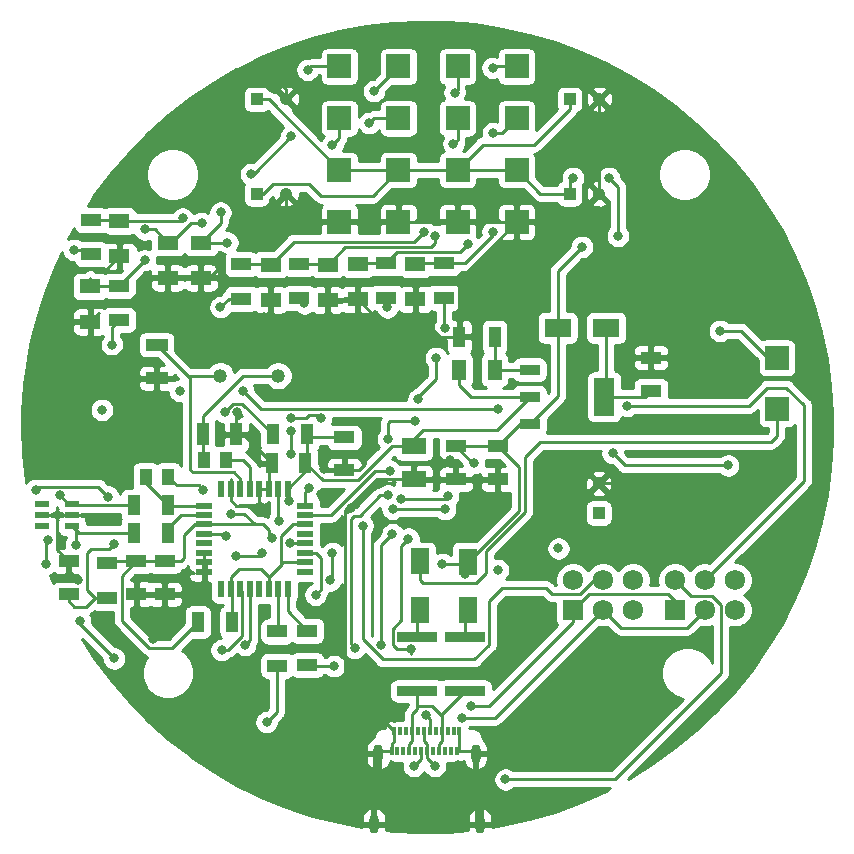
<source format=gtl>
G04 #@! TF.GenerationSoftware,KiCad,Pcbnew,(5.1.9)-1*
G04 #@! TF.CreationDate,2021-04-13T17:11:41+02:00*
G04 #@! TF.ProjectId,sh_control,73685f63-6f6e-4747-926f-6c2e6b696361,rev?*
G04 #@! TF.SameCoordinates,Original*
G04 #@! TF.FileFunction,Copper,L1,Top*
G04 #@! TF.FilePolarity,Positive*
%FSLAX46Y46*%
G04 Gerber Fmt 4.6, Leading zero omitted, Abs format (unit mm)*
G04 Created by KiCad (PCBNEW (5.1.9)-1) date 2021-04-13 17:11:41*
%MOMM*%
%LPD*%
G01*
G04 APERTURE LIST*
G04 #@! TA.AperFunction,SMDPad,CuDef*
%ADD10R,0.600000X1.475000*%
G04 #@! TD*
G04 #@! TA.AperFunction,SMDPad,CuDef*
%ADD11R,1.475000X0.600000*%
G04 #@! TD*
G04 #@! TA.AperFunction,SMDPad,CuDef*
%ADD12R,1.050000X1.400000*%
G04 #@! TD*
G04 #@! TA.AperFunction,SMDPad,CuDef*
%ADD13R,2.000000X2.000000*%
G04 #@! TD*
G04 #@! TA.AperFunction,ComponentPad*
%ADD14C,1.192000*%
G04 #@! TD*
G04 #@! TA.AperFunction,SMDPad,CuDef*
%ADD15R,1.200000X1.800000*%
G04 #@! TD*
G04 #@! TA.AperFunction,SMDPad,CuDef*
%ADD16R,1.050000X1.800000*%
G04 #@! TD*
G04 #@! TA.AperFunction,SMDPad,CuDef*
%ADD17R,1.800000X1.200000*%
G04 #@! TD*
G04 #@! TA.AperFunction,SMDPad,CuDef*
%ADD18R,1.700000X1.100000*%
G04 #@! TD*
G04 #@! TA.AperFunction,SMDPad,CuDef*
%ADD19R,1.050000X1.750000*%
G04 #@! TD*
G04 #@! TA.AperFunction,SMDPad,CuDef*
%ADD20R,1.800000X1.050000*%
G04 #@! TD*
G04 #@! TA.AperFunction,SMDPad,CuDef*
%ADD21R,1.100000X1.700000*%
G04 #@! TD*
G04 #@! TA.AperFunction,ComponentPad*
%ADD22C,1.725000*%
G04 #@! TD*
G04 #@! TA.AperFunction,ComponentPad*
%ADD23R,1.725000X1.725000*%
G04 #@! TD*
G04 #@! TA.AperFunction,ComponentPad*
%ADD24O,0.800000X1.600000*%
G04 #@! TD*
G04 #@! TA.AperFunction,SMDPad,CuDef*
%ADD25R,0.300000X0.700000*%
G04 #@! TD*
G04 #@! TA.AperFunction,SMDPad,CuDef*
%ADD26R,1.750000X3.200000*%
G04 #@! TD*
G04 #@! TA.AperFunction,SMDPad,CuDef*
%ADD27R,1.750000X0.950000*%
G04 #@! TD*
G04 #@! TA.AperFunction,SMDPad,CuDef*
%ADD28R,1.200000X0.600000*%
G04 #@! TD*
G04 #@! TA.AperFunction,SMDPad,CuDef*
%ADD29R,3.430000X0.850000*%
G04 #@! TD*
G04 #@! TA.AperFunction,SMDPad,CuDef*
%ADD30R,1.600000X2.250000*%
G04 #@! TD*
G04 #@! TA.AperFunction,SMDPad,CuDef*
%ADD31R,2.250000X1.600000*%
G04 #@! TD*
G04 #@! TA.AperFunction,ComponentPad*
%ADD32C,1.050000*%
G04 #@! TD*
G04 #@! TA.AperFunction,ComponentPad*
%ADD33R,1.050000X1.050000*%
G04 #@! TD*
G04 #@! TA.AperFunction,SMDPad,CuDef*
%ADD34R,1.820000X1.020000*%
G04 #@! TD*
G04 #@! TA.AperFunction,SMDPad,CuDef*
%ADD35R,1.820000X1.050000*%
G04 #@! TD*
G04 #@! TA.AperFunction,SMDPad,CuDef*
%ADD36R,2.110000X1.350000*%
G04 #@! TD*
G04 #@! TA.AperFunction,SMDPad,CuDef*
%ADD37R,1.020000X1.820000*%
G04 #@! TD*
G04 #@! TA.AperFunction,SMDPad,CuDef*
%ADD38R,1.870000X1.030000*%
G04 #@! TD*
G04 #@! TA.AperFunction,SMDPad,CuDef*
%ADD39R,1.030000X1.870000*%
G04 #@! TD*
G04 #@! TA.AperFunction,ViaPad*
%ADD40C,0.800000*%
G04 #@! TD*
G04 #@! TA.AperFunction,Conductor*
%ADD41C,0.250000*%
G04 #@! TD*
G04 #@! TA.AperFunction,Conductor*
%ADD42C,0.254000*%
G04 #@! TD*
G04 #@! TA.AperFunction,Conductor*
%ADD43C,0.100000*%
G04 #@! TD*
G04 APERTURE END LIST*
D10*
X69550000Y-111912000D03*
X70350000Y-111912000D03*
X71150000Y-111912000D03*
X71950000Y-111912000D03*
X72750000Y-111912000D03*
X73550000Y-111912000D03*
X74350000Y-111912000D03*
X75150000Y-111912000D03*
D11*
X76588000Y-113350000D03*
X76588000Y-114150000D03*
X76588000Y-114950000D03*
X76588000Y-115750000D03*
X76588000Y-116550000D03*
X76588000Y-117350000D03*
X76588000Y-118150000D03*
X76588000Y-118950000D03*
D10*
X75150000Y-120388000D03*
X74350000Y-120388000D03*
X73550000Y-120388000D03*
X72750000Y-120388000D03*
X71950000Y-120388000D03*
X71150000Y-120388000D03*
X70350000Y-120388000D03*
X69550000Y-120388000D03*
D11*
X68112000Y-118950000D03*
X68112000Y-118150000D03*
X68112000Y-117350000D03*
X68112000Y-116550000D03*
X68112000Y-115750000D03*
X68112000Y-114950000D03*
X68112000Y-114150000D03*
X68112000Y-113350000D03*
D12*
X68050000Y-109520000D03*
X69950000Y-109520000D03*
D13*
X94540000Y-89340000D03*
X89540000Y-89340000D03*
X84540000Y-89340000D03*
X79540000Y-89340000D03*
X94540000Y-76170000D03*
X89540000Y-76170000D03*
X84540000Y-76170000D03*
X79540000Y-76170000D03*
X94540000Y-80560000D03*
X89540000Y-80560000D03*
X84540000Y-80560000D03*
X79540000Y-80560000D03*
X94540000Y-84950000D03*
X89540000Y-84950000D03*
X84540000Y-84950000D03*
X79540000Y-84950000D03*
X116586000Y-100838000D03*
X116586000Y-105156000D03*
D14*
X69460000Y-102350000D03*
X74340000Y-102350000D03*
D15*
X89686000Y-101854000D03*
X92686000Y-101854000D03*
D16*
X89686000Y-99060000D03*
X92686000Y-99060000D03*
D17*
X73730000Y-92940000D03*
X73730000Y-95940000D03*
X85970000Y-95900000D03*
X85970000Y-92900000D03*
X78540000Y-92950000D03*
X78540000Y-95950000D03*
D18*
X76140000Y-92890000D03*
X76140000Y-95790000D03*
X71250000Y-92930000D03*
X71250000Y-95830000D03*
X88360000Y-92850000D03*
X88360000Y-95750000D03*
X83520000Y-92850000D03*
X83520000Y-95750000D03*
D17*
X67802000Y-91080000D03*
X67802000Y-94080000D03*
D18*
X76810000Y-126850000D03*
X76810000Y-123950000D03*
D19*
X76800000Y-107290000D03*
X73900000Y-107290000D03*
D17*
X65008000Y-91080000D03*
X65008000Y-94080000D03*
D18*
X74260000Y-126910000D03*
X74260000Y-124010000D03*
D17*
X58430000Y-94800000D03*
X58430000Y-97800000D03*
D18*
X60890000Y-97630000D03*
X60890000Y-94730000D03*
D17*
X60920000Y-89250000D03*
X60920000Y-92250000D03*
D18*
X58550000Y-92080000D03*
X58550000Y-89180000D03*
D19*
X67560000Y-123220000D03*
X70460000Y-123220000D03*
D17*
X81110000Y-95900000D03*
X81110000Y-92900000D03*
D12*
X65030000Y-110910000D03*
X63130000Y-110910000D03*
D20*
X59830000Y-121170000D03*
X59830000Y-118170000D03*
D21*
X65030000Y-113310000D03*
X62130000Y-113310000D03*
X65030000Y-115680000D03*
X62130000Y-115680000D03*
D22*
X113030000Y-119634000D03*
X113030000Y-122174000D03*
X110490000Y-119634000D03*
X110490000Y-122174000D03*
X107950000Y-119634000D03*
D23*
X107950000Y-122174000D03*
D22*
X104394000Y-119634000D03*
X104394000Y-122174000D03*
X101854000Y-119634000D03*
X101854000Y-122174000D03*
X99314000Y-119634000D03*
D23*
X99314000Y-122174000D03*
D24*
X82824360Y-134361240D03*
X91084360Y-134361240D03*
X91444360Y-140311240D03*
D25*
X89704360Y-132451240D03*
X89204360Y-132451240D03*
X88704360Y-132451240D03*
X88204360Y-132451240D03*
X87704360Y-132451240D03*
X87204360Y-132451240D03*
X86704360Y-132451240D03*
X86204360Y-132451240D03*
X85704360Y-132451240D03*
X85204360Y-132451240D03*
X84704360Y-132451240D03*
X83954360Y-134151240D03*
X84454360Y-134151240D03*
X84954360Y-134151240D03*
X85454360Y-134151240D03*
X85954360Y-134151240D03*
X86454360Y-134151240D03*
X86954360Y-134151240D03*
X87454360Y-134151240D03*
X87954360Y-134151240D03*
X88454360Y-134151240D03*
X88954360Y-134151240D03*
X89454360Y-134151240D03*
X84204360Y-132451240D03*
D24*
X82464360Y-140311240D03*
D26*
X101956000Y-104140000D03*
D27*
X95656000Y-106440000D03*
X95656000Y-104140000D03*
X95656000Y-101840000D03*
D28*
X56890000Y-113180000D03*
X56890000Y-114130000D03*
X56890000Y-115080000D03*
X54390000Y-115080000D03*
X54390000Y-114130000D03*
X54390000Y-113180000D03*
D29*
X86106000Y-124446000D03*
X86106000Y-129046000D03*
X90170000Y-124446000D03*
X90170000Y-129046000D03*
D30*
X86360000Y-122174000D03*
X86360000Y-118074000D03*
X90424000Y-122192000D03*
X90424000Y-118092000D03*
D31*
X102126000Y-98298000D03*
X98026000Y-98298000D03*
D32*
X101540000Y-86950000D03*
D33*
X99040000Y-86950000D03*
D32*
X101540000Y-78950000D03*
D33*
X99040000Y-78950000D03*
D32*
X75040000Y-86950000D03*
D33*
X72540000Y-86950000D03*
D32*
X75040000Y-78950000D03*
D33*
X72540000Y-78950000D03*
D34*
X105918000Y-103632000D03*
X105918000Y-100832000D03*
D32*
X101500000Y-111480000D03*
D33*
X101500000Y-113980000D03*
D34*
X92964000Y-111128000D03*
X92964000Y-108328000D03*
D35*
X89408000Y-111118000D03*
X89408000Y-108338000D03*
D36*
X85852000Y-108348000D03*
X85852000Y-111108000D03*
D37*
X73850000Y-109750000D03*
X76650000Y-109750000D03*
D35*
X79950000Y-110360000D03*
X79950000Y-107580000D03*
D38*
X64060000Y-99730000D03*
X64060000Y-102570000D03*
D34*
X56620000Y-120860000D03*
X56620000Y-118060000D03*
D39*
X67980000Y-107310000D03*
X70820000Y-107310000D03*
D34*
X64740000Y-118070000D03*
X64740000Y-120870000D03*
D35*
X62360000Y-118070000D03*
X62360000Y-120850000D03*
D40*
X67980000Y-111990000D03*
X70380000Y-114080000D03*
X73864972Y-116115028D03*
X75257934Y-112955835D03*
X57404000Y-119634000D03*
X88900000Y-109474000D03*
X61880000Y-102750000D03*
X63750000Y-124660000D03*
X109110000Y-111870000D03*
X79370000Y-115620000D03*
X73150000Y-97410000D03*
X75543847Y-98583847D03*
X69450000Y-93170000D03*
X70880000Y-105440000D03*
X71260000Y-100710000D03*
X80520961Y-113550266D03*
X77990000Y-112400000D03*
X78260000Y-110220000D03*
X108290000Y-101190000D03*
X60470000Y-116580000D03*
X69980000Y-115940000D03*
X90932000Y-109728000D03*
X100076000Y-91440000D03*
X103124000Y-90505000D03*
X102362000Y-85598000D03*
X99314000Y-85598000D03*
X78940000Y-117350000D03*
X78745000Y-119677347D03*
X98085010Y-116970000D03*
X92965000Y-118804998D03*
X90190000Y-119163000D03*
X88260000Y-118280000D03*
X75438000Y-108966000D03*
X75438000Y-107030000D03*
X111760000Y-98552000D03*
X78950000Y-82820000D03*
X63060000Y-92580000D03*
X82060000Y-80960000D03*
X67880000Y-89420000D03*
X73370000Y-131680000D03*
X63040000Y-89975000D03*
X89190000Y-82730000D03*
X87610000Y-90510000D03*
X92520000Y-90150000D03*
X92550000Y-81810000D03*
X66270000Y-89030000D03*
X76850000Y-76460000D03*
X82490000Y-78250000D03*
X75454851Y-82095000D03*
X72060000Y-85280000D03*
X69480000Y-88530000D03*
X79100000Y-126950000D03*
X70060000Y-91080000D03*
X86678598Y-90146004D03*
X89290000Y-78380000D03*
X90420000Y-91235000D03*
X92510000Y-76290000D03*
X55880000Y-112485000D03*
X59436000Y-105255000D03*
X66040000Y-103632000D03*
X71374000Y-103632000D03*
X92964000Y-105156000D03*
X103886000Y-104902000D03*
X93590000Y-136540000D03*
X60470000Y-126290000D03*
X57560000Y-123130000D03*
X54710000Y-118270000D03*
X54836749Y-116274347D03*
X57250000Y-116650000D03*
X74443124Y-114621545D03*
X69840000Y-105460000D03*
X76980000Y-111840000D03*
X83610000Y-96565000D03*
X88481756Y-98335000D03*
X87720000Y-100840000D03*
X86230000Y-104340000D03*
X85960000Y-106220000D03*
X83675001Y-107691208D03*
X83790001Y-110382928D03*
X75335250Y-116560000D03*
X69460000Y-96550000D03*
X77530000Y-120905002D03*
X76568191Y-96239998D03*
X71570000Y-125140000D03*
X60300000Y-99740000D03*
X69570000Y-125580000D03*
X57049999Y-91690000D03*
X83070000Y-125160000D03*
X84020000Y-115770000D03*
X88490000Y-113650000D03*
X84040000Y-113630000D03*
X83651002Y-112490000D03*
X80820000Y-125420000D03*
X85620000Y-125471002D03*
X85390000Y-116150000D03*
X84780000Y-112830000D03*
X88720000Y-112560000D03*
X59944000Y-112585000D03*
X53848000Y-112014000D03*
X70800000Y-117580000D03*
X81510000Y-115050000D03*
X72970000Y-117345000D03*
X75433347Y-105922653D03*
X77978000Y-105918000D03*
X85852000Y-135382000D03*
X86868000Y-131064000D03*
X90678000Y-130302000D03*
X87630000Y-135382000D03*
X89916000Y-131318000D03*
X112450000Y-109950000D03*
X102670000Y-108920000D03*
D41*
X89686000Y-101854000D02*
X89686000Y-103148000D01*
X90678000Y-104140000D02*
X95656000Y-104140000D01*
X89686000Y-103148000D02*
X90678000Y-104140000D01*
X85852000Y-108348000D02*
X85852000Y-107696000D01*
X85852000Y-107696000D02*
X86614000Y-106934000D01*
X92862000Y-106934000D02*
X95656000Y-104140000D01*
X86614000Y-106934000D02*
X92862000Y-106934000D01*
X65660000Y-118070000D02*
X64740000Y-118070000D01*
X64740000Y-118070000D02*
X62360000Y-118070000D01*
X59930000Y-118070000D02*
X59830000Y-118170000D01*
X62360000Y-118070000D02*
X59930000Y-118070000D01*
X67289498Y-114950000D02*
X66400000Y-115839498D01*
X68112000Y-114950000D02*
X67289498Y-114950000D01*
X66400000Y-115839498D02*
X66400000Y-117770000D01*
X66100000Y-118070000D02*
X64740000Y-118070000D01*
X66400000Y-117770000D02*
X66100000Y-118070000D01*
X75150000Y-111912000D02*
X75150000Y-112899500D01*
X79950000Y-107580000D02*
X79565000Y-107580000D01*
X75240000Y-111822000D02*
X75150000Y-111912000D01*
X76650000Y-110412000D02*
X75150000Y-111912000D01*
X65030000Y-110910000D02*
X65760000Y-111640000D01*
X67630000Y-111640000D02*
X67980000Y-111990000D01*
X65760000Y-111640000D02*
X67630000Y-111640000D01*
X71490000Y-114080000D02*
X72360000Y-114950000D01*
X70380000Y-114080000D02*
X71490000Y-114080000D01*
X72360000Y-114950000D02*
X68112000Y-114950000D01*
X73099500Y-114950000D02*
X72360000Y-114950000D01*
X77090000Y-107580000D02*
X76800000Y-107290000D01*
X79950000Y-107580000D02*
X77090000Y-107580000D01*
X76800000Y-109600000D02*
X76650000Y-109750000D01*
X76800000Y-107290000D02*
X76800000Y-109600000D01*
X81120001Y-111210001D02*
X78110001Y-111210001D01*
X78110001Y-111210001D02*
X76650000Y-109750000D01*
X83982002Y-108348000D02*
X81120001Y-111210001D01*
X85852000Y-108348000D02*
X83982002Y-108348000D01*
X61124999Y-123108001D02*
X61124999Y-119305001D01*
X63401999Y-125385001D02*
X61124999Y-123108001D01*
X65394999Y-125385001D02*
X63401999Y-125385001D01*
X61124999Y-119305001D02*
X62360000Y-118070000D01*
X67560000Y-123220000D02*
X65394999Y-125385001D01*
X73099500Y-114950000D02*
X73599500Y-115450000D01*
X73599500Y-115849556D02*
X73864972Y-116115028D01*
X73599500Y-115450000D02*
X73599500Y-115849556D01*
X75150000Y-112847901D02*
X75257934Y-112955835D01*
X75150000Y-111912000D02*
X75150000Y-112847901D01*
X89418000Y-111128000D02*
X89408000Y-111118000D01*
X92964000Y-111128000D02*
X89418000Y-111128000D01*
X89398000Y-111108000D02*
X89408000Y-111118000D01*
X85852000Y-111108000D02*
X89398000Y-111108000D01*
X101540000Y-78950000D02*
X101540000Y-86950000D01*
X79540000Y-89340000D02*
X84540000Y-89340000D01*
X84540000Y-89340000D02*
X89540000Y-89340000D01*
X89540000Y-89340000D02*
X94540000Y-89340000D01*
X70612000Y-87376000D02*
X72576000Y-89340000D01*
X70612000Y-77978000D02*
X70612000Y-87376000D01*
X71120000Y-77470000D02*
X70612000Y-77978000D01*
X74422000Y-77470000D02*
X71120000Y-77470000D01*
X75040000Y-78088000D02*
X74422000Y-77470000D01*
X75040000Y-78950000D02*
X75040000Y-78088000D01*
X75040000Y-87994000D02*
X76386000Y-89340000D01*
X75040000Y-86950000D02*
X75040000Y-87994000D01*
X76386000Y-89340000D02*
X79540000Y-89340000D01*
X72576000Y-89340000D02*
X76386000Y-89340000D01*
X89686000Y-94194000D02*
X94540000Y-89340000D01*
X89686000Y-99060000D02*
X89686000Y-94194000D01*
X94540000Y-89340000D02*
X99150000Y-89340000D01*
X105918000Y-95758000D02*
X99325000Y-89165000D01*
X105918000Y-100832000D02*
X105918000Y-95758000D01*
X99325000Y-89165000D02*
X101540000Y-86950000D01*
X99150000Y-89340000D02*
X99325000Y-89165000D01*
X82694000Y-111108000D02*
X85852000Y-111108000D01*
X80050000Y-128296880D02*
X84204360Y-132451240D01*
X83954360Y-133566238D02*
X83954360Y-134151240D01*
X84204360Y-133316238D02*
X83954360Y-133566238D01*
X84204360Y-132451240D02*
X84204360Y-133316238D01*
X83034360Y-134151240D02*
X82824360Y-134361240D01*
X83954360Y-134151240D02*
X83034360Y-134151240D01*
X89704360Y-133901240D02*
X89454360Y-134151240D01*
X89704360Y-132451240D02*
X89704360Y-133901240D01*
X90874360Y-134151240D02*
X91084360Y-134361240D01*
X89454360Y-134151240D02*
X90874360Y-134151240D01*
X91084360Y-139951240D02*
X91444360Y-140311240D01*
X91084360Y-134361240D02*
X91084360Y-139951240D01*
X91444360Y-140311240D02*
X82464360Y-140311240D01*
X82464360Y-134721240D02*
X82824360Y-134361240D01*
X82464360Y-140311240D02*
X82464360Y-134721240D01*
X62380000Y-120870000D02*
X62360000Y-120850000D01*
X64740000Y-120870000D02*
X62380000Y-120870000D01*
X68112000Y-118950000D02*
X68112000Y-117350000D01*
X68112000Y-118950000D02*
X68112000Y-119728000D01*
X66970000Y-120870000D02*
X64740000Y-120870000D01*
X68112000Y-119728000D02*
X66970000Y-120870000D01*
X55670000Y-114130000D02*
X56890000Y-114130000D01*
X79950000Y-110360000D02*
X81170000Y-110360000D01*
X81170000Y-110360000D02*
X81730000Y-109800000D01*
X81115000Y-106010000D02*
X79930000Y-106010000D01*
X81730000Y-106625000D02*
X81115000Y-106010000D01*
X81730000Y-109800000D02*
X81730000Y-106625000D01*
X73550000Y-111912000D02*
X72750000Y-111912000D01*
X72750000Y-111912000D02*
X72750000Y-113350000D01*
X70350000Y-112899500D02*
X70350000Y-111912000D01*
X70800500Y-113350000D02*
X70350000Y-112899500D01*
X72750000Y-113350000D02*
X70800500Y-113350000D01*
X70350000Y-111912000D02*
X70350000Y-111089498D01*
X73550000Y-110050000D02*
X73550000Y-111912000D01*
X73850000Y-109750000D02*
X73550000Y-110050000D01*
X71410000Y-107310000D02*
X73850000Y-109750000D01*
X70820000Y-107310000D02*
X71410000Y-107310000D01*
X55670000Y-114130000D02*
X54390000Y-114130000D01*
X55670000Y-117110000D02*
X56620000Y-118060000D01*
X55670000Y-114130000D02*
X55670000Y-117110000D01*
X80050000Y-113752000D02*
X82694000Y-111108000D01*
X56620000Y-118850000D02*
X57404000Y-119634000D01*
X56620000Y-118060000D02*
X56620000Y-118850000D01*
X89408000Y-111118000D02*
X89408000Y-109982000D01*
X89408000Y-109982000D02*
X88900000Y-109474000D01*
X59168000Y-97062000D02*
X58430000Y-97800000D01*
X62060000Y-102570000D02*
X61880000Y-102750000D01*
X64060000Y-102570000D02*
X62060000Y-102570000D01*
X85970000Y-95900000D02*
X85970000Y-96950000D01*
X88080000Y-99060000D02*
X89686000Y-99060000D01*
X81110000Y-95900000D02*
X82995000Y-97785000D01*
X86805000Y-97785000D02*
X88080000Y-99060000D01*
X85970000Y-96950000D02*
X86805000Y-97785000D01*
X78540000Y-95950000D02*
X78540000Y-96830000D01*
X79495000Y-97785000D02*
X83145000Y-97785000D01*
X78540000Y-96830000D02*
X79495000Y-97785000D01*
X83145000Y-97785000D02*
X86805000Y-97785000D01*
X82995000Y-97785000D02*
X83145000Y-97785000D01*
X58430000Y-97800000D02*
X56490000Y-97800000D01*
X56490000Y-97800000D02*
X56010000Y-97320000D01*
X56010000Y-97320000D02*
X56010000Y-94390000D01*
X56010000Y-94390000D02*
X57060000Y-93340000D01*
X59830000Y-93340000D02*
X60920000Y-92250000D01*
X57060000Y-93340000D02*
X59830000Y-93340000D01*
X65008000Y-94080000D02*
X65008000Y-96382000D01*
X65008000Y-96382000D02*
X60740000Y-100650000D01*
X60740000Y-100650000D02*
X57320000Y-100650000D01*
X57320000Y-100650000D02*
X56210000Y-99540000D01*
X56210000Y-97520000D02*
X56010000Y-97320000D01*
X56210000Y-99540000D02*
X56210000Y-97520000D01*
X67802000Y-94080000D02*
X65008000Y-94080000D01*
X64740000Y-123670000D02*
X63750000Y-124660000D01*
X64740000Y-120870000D02*
X64740000Y-123670000D01*
X108720000Y-111480000D02*
X109110000Y-111870000D01*
X101500000Y-111480000D02*
X108720000Y-111480000D01*
X79830000Y-115160000D02*
X80050000Y-115160000D01*
X79370000Y-115620000D02*
X79830000Y-115160000D01*
X80050000Y-115160000D02*
X80050000Y-128296880D01*
X80050000Y-114554000D02*
X80050000Y-115160000D01*
X73730000Y-96830000D02*
X73150000Y-97410000D01*
X73730000Y-95940000D02*
X73730000Y-96830000D01*
X76342694Y-97785000D02*
X76645000Y-97785000D01*
X75543847Y-98583847D02*
X76342694Y-97785000D01*
X76645000Y-97785000D02*
X79495000Y-97785000D01*
X76555000Y-97785000D02*
X76645000Y-97785000D01*
X68540000Y-94080000D02*
X69450000Y-93170000D01*
X67802000Y-94080000D02*
X68540000Y-94080000D01*
X70820000Y-105500000D02*
X70880000Y-105440000D01*
X70820000Y-107310000D02*
X70820000Y-105500000D01*
X80161227Y-113910000D02*
X80520961Y-113550266D01*
X80050000Y-113910000D02*
X80161227Y-113910000D01*
X80050000Y-114554000D02*
X80050000Y-113910000D01*
X80050000Y-113910000D02*
X80050000Y-113752000D01*
X79810000Y-110220000D02*
X79950000Y-110360000D01*
X78260000Y-110220000D02*
X79810000Y-110220000D01*
X107932000Y-100832000D02*
X108290000Y-101190000D01*
X105918000Y-100832000D02*
X107932000Y-100832000D01*
X74340000Y-102350000D02*
X71390000Y-102350000D01*
X67980000Y-109450000D02*
X68050000Y-109520000D01*
X67980000Y-107310000D02*
X67980000Y-109450000D01*
X67980000Y-105760000D02*
X71390000Y-102350000D01*
X67980000Y-107310000D02*
X67980000Y-105760000D01*
X59830000Y-121170000D02*
X58810000Y-121170000D01*
X58810000Y-121170000D02*
X58150000Y-120510000D01*
X58150000Y-120510000D02*
X58150000Y-117380000D01*
X58150000Y-117380000D02*
X58490000Y-117040000D01*
X60010000Y-117040000D02*
X60470000Y-116580000D01*
X58490000Y-117040000D02*
X60010000Y-117040000D01*
X69790000Y-115750000D02*
X69980000Y-115940000D01*
X68112000Y-115750000D02*
X69790000Y-115750000D01*
X56620000Y-121440000D02*
X57080000Y-121900000D01*
X58080000Y-121900000D02*
X58810000Y-121170000D01*
X57080000Y-121900000D02*
X58080000Y-121900000D01*
X56620000Y-121440000D02*
X56620000Y-120860000D01*
X66680000Y-102350000D02*
X64060000Y-99730000D01*
X69460000Y-102350000D02*
X66680000Y-102350000D01*
X66910000Y-102580000D02*
X66680000Y-102350000D01*
X66910000Y-110320000D02*
X66910000Y-102580000D01*
X67135001Y-110545001D02*
X66910000Y-110320000D01*
X70605503Y-110545001D02*
X67135001Y-110545001D01*
X71150000Y-111089498D02*
X70605503Y-110545001D01*
X71150000Y-111912000D02*
X71150000Y-111089498D01*
X94852000Y-106440000D02*
X92964000Y-108328000D01*
X95656000Y-106440000D02*
X94852000Y-106440000D01*
X89418000Y-108328000D02*
X89408000Y-108338000D01*
X92964000Y-108328000D02*
X89418000Y-108328000D01*
X90424000Y-118092000D02*
X94742000Y-113774000D01*
X94742000Y-110106000D02*
X92964000Y-108328000D01*
X94742000Y-113774000D02*
X94742000Y-110106000D01*
X96540000Y-86950000D02*
X94540000Y-84950000D01*
X99040000Y-86950000D02*
X96540000Y-86950000D01*
X99040000Y-78950000D02*
X99040000Y-79776000D01*
X99040000Y-79776000D02*
X96012000Y-82804000D01*
X91686000Y-82804000D02*
X89540000Y-84950000D01*
X96012000Y-82804000D02*
X91686000Y-82804000D01*
X73540000Y-78950000D02*
X79540000Y-84950000D01*
X72540000Y-78950000D02*
X73540000Y-78950000D01*
X72540000Y-86950000D02*
X73070000Y-86950000D01*
X73920001Y-86099999D02*
X76955999Y-86099999D01*
X73070000Y-86950000D02*
X73920001Y-86099999D01*
X76955999Y-86099999D02*
X77978000Y-87122000D01*
X82368000Y-87122000D02*
X84540000Y-84950000D01*
X77978000Y-87122000D02*
X82368000Y-87122000D01*
X79540000Y-84950000D02*
X84540000Y-84950000D01*
X84540000Y-84950000D02*
X89540000Y-84950000D01*
X89540000Y-84950000D02*
X94540000Y-84950000D01*
X98026000Y-104070000D02*
X95656000Y-106440000D01*
X98026000Y-98298000D02*
X98026000Y-104070000D01*
X90798000Y-109728000D02*
X89408000Y-108338000D01*
X90932000Y-109728000D02*
X90798000Y-109728000D01*
X98026000Y-93490000D02*
X100076000Y-91440000D01*
X98026000Y-98298000D02*
X98026000Y-93490000D01*
X103124000Y-90505000D02*
X103124000Y-88392000D01*
X103124000Y-86360000D02*
X102362000Y-85598000D01*
X103124000Y-88392000D02*
X103124000Y-86360000D01*
X99040000Y-85872000D02*
X99314000Y-85598000D01*
X99040000Y-86950000D02*
X99040000Y-85872000D01*
X78940000Y-119482347D02*
X78745000Y-119677347D01*
X78940000Y-117350000D02*
X78940000Y-119482347D01*
X90424000Y-118929000D02*
X90190000Y-119163000D01*
X90424000Y-118092000D02*
X90424000Y-118929000D01*
X90236000Y-118280000D02*
X90424000Y-118092000D01*
X88260000Y-118280000D02*
X90236000Y-118280000D01*
X75438000Y-108966000D02*
X75438000Y-107188000D01*
X75438000Y-107188000D02*
X75438000Y-107030000D01*
X102126000Y-103970000D02*
X101956000Y-104140000D01*
X102126000Y-98298000D02*
X102126000Y-103970000D01*
X105410000Y-104140000D02*
X105918000Y-103632000D01*
X101956000Y-104140000D02*
X105410000Y-104140000D01*
X116586000Y-100838000D02*
X115824000Y-100838000D01*
X115824000Y-100838000D02*
X113538000Y-98552000D01*
X113538000Y-98552000D02*
X111760000Y-98552000D01*
X90170000Y-122446000D02*
X90424000Y-122192000D01*
X90170000Y-124446000D02*
X90170000Y-122446000D01*
X86106000Y-122428000D02*
X86360000Y-122174000D01*
X86106000Y-124446000D02*
X86106000Y-122428000D01*
X86360000Y-119634000D02*
X86360000Y-118074000D01*
X86614000Y-119888000D02*
X86360000Y-119634000D01*
X91138002Y-119888000D02*
X86614000Y-119888000D01*
X91948000Y-117204410D02*
X91948000Y-119078002D01*
X96520000Y-107950000D02*
X95250000Y-109220000D01*
X116078000Y-107950000D02*
X96520000Y-107950000D01*
X95250000Y-113902410D02*
X91948000Y-117204410D01*
X116586000Y-107442000D02*
X116078000Y-107950000D01*
X91948000Y-119078002D02*
X91138002Y-119888000D01*
X95250000Y-109220000D02*
X95250000Y-113902410D01*
X116586000Y-105156000D02*
X116586000Y-107442000D01*
X58430000Y-94088000D02*
X58430000Y-94800000D01*
X79540000Y-82230000D02*
X78950000Y-82820000D01*
X79540000Y-80560000D02*
X79540000Y-82230000D01*
X60910000Y-94730000D02*
X60890000Y-94730000D01*
X63060000Y-92580000D02*
X60910000Y-94730000D01*
X60820000Y-94800000D02*
X60890000Y-94730000D01*
X58430000Y-94800000D02*
X60820000Y-94800000D01*
X82460000Y-80560000D02*
X82060000Y-80960000D01*
X84540000Y-80560000D02*
X82460000Y-80560000D01*
X66968000Y-89420000D02*
X67880000Y-89420000D01*
X65308000Y-91080000D02*
X66968000Y-89420000D01*
X65008000Y-91080000D02*
X65308000Y-91080000D01*
X74260000Y-130790000D02*
X73370000Y-131680000D01*
X74260000Y-126910000D02*
X74260000Y-130790000D01*
X63903000Y-89975000D02*
X65008000Y-91080000D01*
X63040000Y-89975000D02*
X63903000Y-89975000D01*
X78480000Y-92890000D02*
X78540000Y-92950000D01*
X76140000Y-92890000D02*
X78480000Y-92890000D01*
X89540000Y-82380000D02*
X89190000Y-82730000D01*
X89540000Y-80560000D02*
X89540000Y-82380000D01*
X87610000Y-91160000D02*
X87310010Y-91459990D01*
X87610000Y-90510000D02*
X87610000Y-91160000D01*
X80030010Y-91459990D02*
X78540000Y-92950000D01*
X87310010Y-91459990D02*
X80030010Y-91459990D01*
X86020000Y-92850000D02*
X85970000Y-92900000D01*
X88360000Y-92850000D02*
X86020000Y-92850000D01*
X88360000Y-92850000D02*
X90004694Y-92850000D01*
X90004694Y-92850000D02*
X90150000Y-92850000D01*
X92520000Y-90480000D02*
X92520000Y-90150000D01*
X90150000Y-92850000D02*
X92520000Y-90480000D01*
X93290000Y-81810000D02*
X94540000Y-80560000D01*
X92550000Y-81810000D02*
X93290000Y-81810000D01*
X60850000Y-89180000D02*
X60920000Y-89250000D01*
X58550000Y-89180000D02*
X60850000Y-89180000D01*
X66050000Y-89250000D02*
X66270000Y-89030000D01*
X60920000Y-89250000D02*
X66050000Y-89250000D01*
X77140000Y-76170000D02*
X76850000Y-76460000D01*
X79540000Y-76170000D02*
X77140000Y-76170000D01*
X84540000Y-76200000D02*
X82490000Y-78250000D01*
X84540000Y-76170000D02*
X84540000Y-76200000D01*
X72269851Y-85280000D02*
X72060000Y-85280000D01*
X75454851Y-82095000D02*
X72269851Y-85280000D01*
X69480000Y-89402000D02*
X67802000Y-91080000D01*
X69480000Y-88530000D02*
X69480000Y-89402000D01*
X67802000Y-91080000D02*
X70060000Y-91080000D01*
X76910000Y-126950000D02*
X76810000Y-126850000D01*
X79100000Y-126950000D02*
X76910000Y-126950000D01*
X73730000Y-92940000D02*
X75660020Y-91009980D01*
X85814622Y-91009980D02*
X86678598Y-90146004D01*
X75660020Y-91009980D02*
X85814622Y-91009980D01*
X89540000Y-78130000D02*
X89290000Y-78380000D01*
X89540000Y-76170000D02*
X89540000Y-78130000D01*
X73720000Y-92930000D02*
X73730000Y-92940000D01*
X71250000Y-92930000D02*
X73720000Y-92930000D01*
X81160000Y-92850000D02*
X81110000Y-92900000D01*
X83520000Y-92850000D02*
X81160000Y-92850000D01*
X92630000Y-76170000D02*
X92510000Y-76290000D01*
X94540000Y-76170000D02*
X92630000Y-76170000D01*
X90420000Y-91235000D02*
X89745000Y-91910000D01*
X89745000Y-91910000D02*
X84390000Y-91910000D01*
X83520000Y-92780000D02*
X83520000Y-92850000D01*
X84390000Y-91910000D02*
X83520000Y-92780000D01*
X87954360Y-133566238D02*
X87954360Y-134151240D01*
X88204360Y-133316238D02*
X87954360Y-133566238D01*
X88204360Y-132451240D02*
X88204360Y-133316238D01*
X85454360Y-133566238D02*
X85454360Y-134151240D01*
X85704360Y-133316238D02*
X85454360Y-133566238D01*
X85704360Y-132451240D02*
X85704360Y-133316238D01*
X85704360Y-130960322D02*
X86106000Y-130558682D01*
X85704360Y-132451240D02*
X85704360Y-130960322D01*
X88204360Y-132451240D02*
X88204360Y-131130360D01*
X87376000Y-130302000D02*
X86106000Y-130302000D01*
X88204360Y-131130360D02*
X87376000Y-130302000D01*
X86106000Y-130302000D02*
X86106000Y-129046000D01*
X86106000Y-130558682D02*
X86106000Y-130302000D01*
X88204360Y-131011640D02*
X90170000Y-129046000D01*
X88204360Y-131130360D02*
X88204360Y-131011640D01*
X57020000Y-113310000D02*
X56890000Y-113180000D01*
X62130000Y-113310000D02*
X57020000Y-113310000D01*
X56575000Y-113180000D02*
X55880000Y-112485000D01*
X56890000Y-113180000D02*
X56575000Y-113180000D01*
X72898000Y-105156000D02*
X92964000Y-105156000D01*
X71374000Y-103632000D02*
X72898000Y-105156000D01*
X114254998Y-104902000D02*
X115778998Y-103378000D01*
X103886000Y-104902000D02*
X114254998Y-104902000D01*
X117393002Y-103378000D02*
X118872000Y-104856998D01*
X115778998Y-103378000D02*
X117393002Y-103378000D01*
X117856000Y-112268000D02*
X110490000Y-119634000D01*
X118872000Y-111252000D02*
X117856000Y-112268000D01*
X118872000Y-104856998D02*
X118872000Y-111252000D01*
X62130000Y-115680000D02*
X57490000Y-115680000D01*
X56890000Y-115080000D02*
X57490000Y-115680000D01*
X111842499Y-127536503D02*
X102839002Y-136540000D01*
X111842499Y-121768997D02*
X111842499Y-127536503D01*
X111060001Y-120986499D02*
X111842499Y-121768997D01*
X109302499Y-120986499D02*
X111060001Y-120986499D01*
X107950000Y-119634000D02*
X109302499Y-120986499D01*
X102839002Y-136540000D02*
X93590000Y-136540000D01*
X57560000Y-123380000D02*
X57560000Y-123130000D01*
X60470000Y-126290000D02*
X57560000Y-123380000D01*
X54710000Y-116401096D02*
X54836749Y-116274347D01*
X54710000Y-118270000D02*
X54710000Y-116401096D01*
X57250000Y-115440000D02*
X56890000Y-115080000D01*
X57250000Y-116650000D02*
X57250000Y-115440000D01*
X71360000Y-109520000D02*
X69950000Y-109520000D01*
X71950000Y-110110000D02*
X71360000Y-109520000D01*
X71950000Y-111912000D02*
X71950000Y-110110000D01*
X74350000Y-114528421D02*
X74443124Y-114621545D01*
X74350000Y-111912000D02*
X74350000Y-114528421D01*
X69840000Y-105406998D02*
X69840000Y-105460000D01*
X71324999Y-104714999D02*
X70531999Y-104714999D01*
X70531999Y-104714999D02*
X69840000Y-105406998D01*
X73900000Y-107290000D02*
X71324999Y-104714999D01*
X76588000Y-113350000D02*
X76640000Y-113350000D01*
X76588000Y-112232000D02*
X76980000Y-111840000D01*
X76588000Y-113350000D02*
X76588000Y-112232000D01*
X83520000Y-96475000D02*
X83610000Y-96565000D01*
X83520000Y-95750000D02*
X83520000Y-96475000D01*
X88360000Y-98213244D02*
X88481756Y-98335000D01*
X88360000Y-95750000D02*
X88360000Y-98213244D01*
X87720000Y-100840000D02*
X87720000Y-102660000D01*
X86230000Y-104150000D02*
X86230000Y-104340000D01*
X87720000Y-102660000D02*
X86230000Y-104150000D01*
X85960000Y-106220000D02*
X83790000Y-106220000D01*
X83675001Y-106334999D02*
X83675001Y-107691208D01*
X83790000Y-106220000D02*
X83675001Y-106334999D01*
X78816412Y-114150000D02*
X76588000Y-114150000D01*
X82583484Y-110382928D02*
X78816412Y-114150000D01*
X83790001Y-110382928D02*
X82583484Y-110382928D01*
X70460000Y-120498000D02*
X70350000Y-120388000D01*
X70460000Y-123220000D02*
X70460000Y-120498000D01*
X70350000Y-119400500D02*
X71020500Y-118730000D01*
X70350000Y-120388000D02*
X70350000Y-119400500D01*
X73550000Y-119400500D02*
X73550000Y-120388000D01*
X72879500Y-118730000D02*
X73550000Y-119400500D01*
X71020500Y-118730000D02*
X72879500Y-118730000D01*
X76588000Y-118150000D02*
X74800500Y-118150000D01*
X74610250Y-115940250D02*
X74610250Y-118340250D01*
X75600500Y-114950000D02*
X74610250Y-115940250D01*
X76588000Y-114950000D02*
X75600500Y-114950000D01*
X74610250Y-118340250D02*
X73550000Y-119400500D01*
X74800500Y-118150000D02*
X74610250Y-118340250D01*
X76624000Y-116586000D02*
X76588000Y-116550000D01*
X71250000Y-95830000D02*
X70180000Y-95830000D01*
X76578000Y-116560000D02*
X76588000Y-116550000D01*
X75335250Y-116560000D02*
X76578000Y-116560000D01*
X70180000Y-95830000D02*
X69460000Y-96550000D01*
X76588000Y-117350000D02*
X77575500Y-117350000D01*
X77985001Y-120450001D02*
X77530000Y-120905002D01*
X77985001Y-117759501D02*
X77985001Y-120450001D01*
X77575500Y-117350000D02*
X77985001Y-117759501D01*
X76140000Y-95811807D02*
X76568191Y-96239998D01*
X76140000Y-95790000D02*
X76140000Y-95811807D01*
X75150000Y-122290000D02*
X76810000Y-123950000D01*
X75150000Y-120388000D02*
X75150000Y-122290000D01*
X74350000Y-123920000D02*
X74260000Y-124010000D01*
X74350000Y-120388000D02*
X74350000Y-123920000D01*
X71950000Y-124760000D02*
X71570000Y-125140000D01*
X71950000Y-120388000D02*
X71950000Y-124760000D01*
X60300000Y-98220000D02*
X60890000Y-97630000D01*
X60300000Y-99740000D02*
X60300000Y-98220000D01*
X70085002Y-125580000D02*
X69570000Y-125580000D01*
X71310001Y-124355001D02*
X70085002Y-125580000D01*
X71310001Y-120548001D02*
X71310001Y-124355001D01*
X71150000Y-120388000D02*
X71310001Y-120548001D01*
X58160000Y-91690000D02*
X58550000Y-92080000D01*
X57049999Y-91690000D02*
X58160000Y-91690000D01*
X65030000Y-115680000D02*
X65030000Y-115380000D01*
X65030000Y-115680000D02*
X65030000Y-115260000D01*
X66140000Y-114150000D02*
X68112000Y-114150000D01*
X65030000Y-115260000D02*
X66140000Y-114150000D01*
X65050000Y-113290000D02*
X65030000Y-113310000D01*
X65070000Y-113350000D02*
X65030000Y-113310000D01*
X68112000Y-113350000D02*
X65070000Y-113350000D01*
X63130000Y-111410000D02*
X65030000Y-113310000D01*
X63130000Y-110910000D02*
X63130000Y-111410000D01*
X83070000Y-116720000D02*
X84020000Y-115770000D01*
X83070000Y-125160000D02*
X83070000Y-116720000D01*
X84060000Y-113650000D02*
X84040000Y-113630000D01*
X88490000Y-113650000D02*
X84060000Y-113650000D01*
X80500010Y-125100010D02*
X80820000Y-125420000D01*
X80500010Y-114519990D02*
X80500010Y-125100010D01*
X80801002Y-114218998D02*
X80500010Y-114519990D01*
X81250000Y-114218998D02*
X80801002Y-114218998D01*
X82978998Y-112490000D02*
X81250000Y-114218998D01*
X83651002Y-112490000D02*
X82978998Y-112490000D01*
X85620000Y-125920000D02*
X85620000Y-125471002D01*
X84065999Y-123760999D02*
X84766998Y-123060000D01*
X84065999Y-125131001D02*
X84065999Y-123760999D01*
X84406000Y-125471002D02*
X84065999Y-125131001D01*
X85620000Y-125471002D02*
X84406000Y-125471002D01*
X84766998Y-116773002D02*
X85390000Y-116150000D01*
X84766998Y-123060000D02*
X84766998Y-116773002D01*
X88450000Y-112830000D02*
X88720000Y-112560000D01*
X84780000Y-112830000D02*
X88450000Y-112830000D01*
X59944000Y-112585000D02*
X59119000Y-111760000D01*
X54102000Y-111760000D02*
X53848000Y-112014000D01*
X59119000Y-111760000D02*
X54102000Y-111760000D01*
X90970992Y-126370010D02*
X83207008Y-126370010D01*
X92210001Y-121467999D02*
X92210001Y-125131001D01*
X83207008Y-126370010D02*
X81510000Y-124673002D01*
X92210001Y-125131001D02*
X90970992Y-126370010D01*
X97508999Y-120821501D02*
X97025507Y-120338009D01*
X99884001Y-120821501D02*
X97508999Y-120821501D01*
X101071502Y-119634000D02*
X99884001Y-120821501D01*
X81510000Y-124673002D02*
X81510000Y-115050000D01*
X101854000Y-119634000D02*
X101071502Y-119634000D01*
X93339991Y-120338009D02*
X92210001Y-121467999D01*
X97025507Y-120338009D02*
X93339991Y-120338009D01*
X72735000Y-117580000D02*
X72970000Y-117345000D01*
X70800000Y-117580000D02*
X72735000Y-117580000D01*
X75433347Y-105922653D02*
X76703347Y-105922653D01*
X76703347Y-105922653D02*
X76962000Y-105664000D01*
X77724000Y-105664000D02*
X77978000Y-105918000D01*
X76962000Y-105664000D02*
X77724000Y-105664000D01*
X95642000Y-101854000D02*
X95656000Y-101840000D01*
X92686000Y-101854000D02*
X95642000Y-101854000D01*
X92686000Y-99060000D02*
X92686000Y-101854000D01*
X86454360Y-134779640D02*
X85852000Y-135382000D01*
X86454360Y-134151240D02*
X86454360Y-134779640D01*
X87204360Y-131400360D02*
X87204360Y-132451240D01*
X86868000Y-131064000D02*
X87204360Y-131400360D01*
X99314000Y-122174000D02*
X99314000Y-123190000D01*
X92202000Y-130302000D02*
X90678000Y-130302000D01*
X99314000Y-123190000D02*
X92202000Y-130302000D01*
X107950000Y-121412000D02*
X107950000Y-122174000D01*
X107359501Y-120821501D02*
X107950000Y-121412000D01*
X100666499Y-120821501D02*
X107359501Y-120821501D01*
X99314000Y-122174000D02*
X100666499Y-120821501D01*
X86954360Y-133566238D02*
X86954360Y-134151240D01*
X86704360Y-133316238D02*
X86954360Y-133566238D01*
X86704360Y-132451240D02*
X86704360Y-133316238D01*
X86954360Y-134151240D02*
X86954360Y-134706360D01*
X86954360Y-134706360D02*
X87630000Y-135382000D01*
X92710000Y-131318000D02*
X101854000Y-122174000D01*
X89916000Y-131318000D02*
X92710000Y-131318000D01*
X101854000Y-122174000D02*
X103378000Y-123698000D01*
X108966000Y-123698000D02*
X110490000Y-122174000D01*
X103378000Y-123698000D02*
X108966000Y-123698000D01*
X103700000Y-109950000D02*
X102670000Y-108920000D01*
X112450000Y-109950000D02*
X103700000Y-109950000D01*
D42*
X68239000Y-118126250D02*
X68262750Y-118150000D01*
X68239000Y-118173750D01*
X68239000Y-118926250D01*
X68389750Y-119077000D01*
X68239000Y-119077000D01*
X68239000Y-119726250D01*
X68397750Y-119885000D01*
X68611928Y-119886456D01*
X68611928Y-121125500D01*
X68624188Y-121249982D01*
X68660498Y-121369680D01*
X68719463Y-121479994D01*
X68798815Y-121576685D01*
X68895506Y-121656037D01*
X69005820Y-121715002D01*
X69125518Y-121751312D01*
X69250000Y-121763572D01*
X69675715Y-121763572D01*
X69580506Y-121814463D01*
X69483815Y-121893815D01*
X69404463Y-121990506D01*
X69345498Y-122100820D01*
X69309188Y-122220518D01*
X69296928Y-122345000D01*
X69296928Y-124095000D01*
X69309188Y-124219482D01*
X69345498Y-124339180D01*
X69404463Y-124449494D01*
X69482842Y-124545000D01*
X69468061Y-124545000D01*
X69268102Y-124584774D01*
X69079744Y-124662795D01*
X68910226Y-124776063D01*
X68766063Y-124920226D01*
X68652795Y-125089744D01*
X68574774Y-125278102D01*
X68535000Y-125478061D01*
X68535000Y-125681939D01*
X68574774Y-125881898D01*
X68652795Y-126070256D01*
X68766063Y-126239774D01*
X68910226Y-126383937D01*
X69079744Y-126497205D01*
X69268102Y-126575226D01*
X69468061Y-126615000D01*
X69671939Y-126615000D01*
X69871898Y-126575226D01*
X70060256Y-126497205D01*
X70229774Y-126383937D01*
X70306793Y-126306918D01*
X70377249Y-126285546D01*
X70509278Y-126214974D01*
X70625003Y-126120001D01*
X70648806Y-126090997D01*
X70853046Y-125886757D01*
X70910226Y-125943937D01*
X71079744Y-126057205D01*
X71268102Y-126135226D01*
X71468061Y-126175000D01*
X71671939Y-126175000D01*
X71871898Y-126135226D01*
X72060256Y-126057205D01*
X72229774Y-125943937D01*
X72373937Y-125799774D01*
X72487205Y-125630256D01*
X72565226Y-125441898D01*
X72605000Y-125241939D01*
X72605000Y-125146811D01*
X72655546Y-125052247D01*
X72699003Y-124908986D01*
X72710000Y-124797333D01*
X72710000Y-124797324D01*
X72713676Y-124760001D01*
X72710000Y-124722678D01*
X72710000Y-121763572D01*
X73050000Y-121763572D01*
X73150000Y-121753723D01*
X73250000Y-121763572D01*
X73590000Y-121763572D01*
X73590001Y-122821928D01*
X73410000Y-122821928D01*
X73285518Y-122834188D01*
X73165820Y-122870498D01*
X73055506Y-122929463D01*
X72958815Y-123008815D01*
X72879463Y-123105506D01*
X72820498Y-123215820D01*
X72784188Y-123335518D01*
X72771928Y-123460000D01*
X72771928Y-124560000D01*
X72784188Y-124684482D01*
X72820498Y-124804180D01*
X72879463Y-124914494D01*
X72958815Y-125011185D01*
X73055506Y-125090537D01*
X73165820Y-125149502D01*
X73285518Y-125185812D01*
X73410000Y-125198072D01*
X75110000Y-125198072D01*
X75234482Y-125185812D01*
X75354180Y-125149502D01*
X75464494Y-125090537D01*
X75561185Y-125011185D01*
X75569532Y-125001014D01*
X75605506Y-125030537D01*
X75715820Y-125089502D01*
X75835518Y-125125812D01*
X75960000Y-125138072D01*
X77660000Y-125138072D01*
X77784482Y-125125812D01*
X77904180Y-125089502D01*
X78014494Y-125030537D01*
X78111185Y-124951185D01*
X78190537Y-124854494D01*
X78249502Y-124744180D01*
X78285812Y-124624482D01*
X78298072Y-124500000D01*
X78298072Y-123400000D01*
X78285812Y-123275518D01*
X78249502Y-123155820D01*
X78190537Y-123045506D01*
X78111185Y-122948815D01*
X78014494Y-122869463D01*
X77904180Y-122810498D01*
X77784482Y-122774188D01*
X77660000Y-122761928D01*
X76696730Y-122761928D01*
X75910000Y-121975199D01*
X75910000Y-121565944D01*
X75980537Y-121479994D01*
X76039502Y-121369680D01*
X76075812Y-121249982D01*
X76088072Y-121125500D01*
X76088072Y-119888072D01*
X77225002Y-119888072D01*
X77225002Y-119911060D01*
X77039744Y-119987797D01*
X76870226Y-120101065D01*
X76726063Y-120245228D01*
X76612795Y-120414746D01*
X76534774Y-120603104D01*
X76495000Y-120803063D01*
X76495000Y-121006941D01*
X76534774Y-121206900D01*
X76612795Y-121395258D01*
X76726063Y-121564776D01*
X76870226Y-121708939D01*
X77039744Y-121822207D01*
X77228102Y-121900228D01*
X77428061Y-121940002D01*
X77631939Y-121940002D01*
X77831898Y-121900228D01*
X78020256Y-121822207D01*
X78189774Y-121708939D01*
X78333937Y-121564776D01*
X78447205Y-121395258D01*
X78525226Y-121206900D01*
X78565000Y-121006941D01*
X78565000Y-120941264D01*
X78619975Y-120874277D01*
X78690547Y-120742248D01*
X78699617Y-120712347D01*
X78846939Y-120712347D01*
X79046898Y-120672573D01*
X79235256Y-120594552D01*
X79404774Y-120481284D01*
X79548937Y-120337121D01*
X79662205Y-120167603D01*
X79740011Y-119979765D01*
X79740011Y-125062678D01*
X79736334Y-125100010D01*
X79740011Y-125137343D01*
X79751008Y-125248996D01*
X79754934Y-125261939D01*
X79785000Y-125361056D01*
X79785000Y-125521939D01*
X79824774Y-125721898D01*
X79902795Y-125910256D01*
X80016063Y-126079774D01*
X80160226Y-126223937D01*
X80329744Y-126337205D01*
X80518102Y-126415226D01*
X80718061Y-126455000D01*
X80921939Y-126455000D01*
X81121898Y-126415226D01*
X81310256Y-126337205D01*
X81479774Y-126223937D01*
X81623937Y-126079774D01*
X81711269Y-125949072D01*
X82643209Y-126881013D01*
X82667007Y-126910011D01*
X82782732Y-127004984D01*
X82914761Y-127075556D01*
X83058022Y-127119013D01*
X83169675Y-127130010D01*
X83169683Y-127130010D01*
X83207008Y-127133686D01*
X83244333Y-127130010D01*
X90933670Y-127130010D01*
X90970992Y-127133686D01*
X91008314Y-127130010D01*
X91008325Y-127130010D01*
X91119978Y-127119013D01*
X91263239Y-127075556D01*
X91395268Y-127004984D01*
X91510993Y-126910011D01*
X91534796Y-126881007D01*
X92721004Y-125694800D01*
X92750002Y-125671002D01*
X92844975Y-125555277D01*
X92915547Y-125423248D01*
X92959004Y-125279987D01*
X92970001Y-125168334D01*
X92970001Y-125168325D01*
X92973677Y-125131002D01*
X92970001Y-125093679D01*
X92970001Y-121782800D01*
X93654793Y-121098009D01*
X96710706Y-121098009D01*
X96945195Y-121332498D01*
X96968998Y-121361502D01*
X97030530Y-121412000D01*
X97084722Y-121456475D01*
X97155828Y-121494482D01*
X97216752Y-121527047D01*
X97360013Y-121570504D01*
X97471666Y-121581501D01*
X97471676Y-121581501D01*
X97508999Y-121585177D01*
X97546322Y-121581501D01*
X97813428Y-121581501D01*
X97813428Y-123036500D01*
X97825688Y-123160982D01*
X97861998Y-123280680D01*
X97920963Y-123390994D01*
X97973810Y-123455388D01*
X92523072Y-128906127D01*
X92523072Y-128621000D01*
X92510812Y-128496518D01*
X92474502Y-128376820D01*
X92415537Y-128266506D01*
X92336185Y-128169815D01*
X92239494Y-128090463D01*
X92129180Y-128031498D01*
X92009482Y-127995188D01*
X91885000Y-127982928D01*
X88455000Y-127982928D01*
X88330518Y-127995188D01*
X88210820Y-128031498D01*
X88138000Y-128070422D01*
X88065180Y-128031498D01*
X87945482Y-127995188D01*
X87821000Y-127982928D01*
X84391000Y-127982928D01*
X84266518Y-127995188D01*
X84146820Y-128031498D01*
X84036506Y-128090463D01*
X83939815Y-128169815D01*
X83860463Y-128266506D01*
X83801498Y-128376820D01*
X83765188Y-128496518D01*
X83752928Y-128621000D01*
X83752928Y-129471000D01*
X83765188Y-129595482D01*
X83801498Y-129715180D01*
X83860463Y-129825494D01*
X83939815Y-129922185D01*
X84036506Y-130001537D01*
X84146820Y-130060502D01*
X84266518Y-130096812D01*
X84391000Y-130109072D01*
X85346000Y-130109072D01*
X85346000Y-130243881D01*
X85193358Y-130396523D01*
X85164360Y-130420321D01*
X85140562Y-130449319D01*
X85140561Y-130449320D01*
X85069386Y-130536046D01*
X84998814Y-130668076D01*
X84981160Y-130726276D01*
X84955358Y-130811336D01*
X84949994Y-130865799D01*
X84940684Y-130960322D01*
X84944361Y-130997654D01*
X84944361Y-131472032D01*
X84854360Y-131463168D01*
X84554360Y-131463168D01*
X84449467Y-131473499D01*
X84386110Y-131466240D01*
X84353863Y-131498487D01*
X84310180Y-131511738D01*
X84199866Y-131570703D01*
X84159885Y-131603515D01*
X84022610Y-131466240D01*
X83915034Y-131478565D01*
X83796233Y-131517711D01*
X83687352Y-131579281D01*
X83592575Y-131660910D01*
X83515544Y-131759460D01*
X83459219Y-131871145D01*
X83425766Y-131991673D01*
X83416468Y-132116411D01*
X83418520Y-132151240D01*
X83259808Y-132151240D01*
X83074338Y-132188132D01*
X82899629Y-132260499D01*
X82742396Y-132365559D01*
X82608679Y-132499276D01*
X82503619Y-132656509D01*
X82431252Y-132831218D01*
X82394411Y-133016430D01*
X82354942Y-133030112D01*
X82182308Y-133139582D01*
X82034347Y-133280628D01*
X81916746Y-133447830D01*
X81834024Y-133634762D01*
X81789360Y-133834240D01*
X81789360Y-134234240D01*
X82697360Y-134234240D01*
X82697360Y-134214240D01*
X82951360Y-134214240D01*
X82951360Y-134234240D01*
X82971360Y-134234240D01*
X82971360Y-134488240D01*
X82951360Y-134488240D01*
X82951360Y-135628238D01*
X83110483Y-135755906D01*
X83293778Y-135692368D01*
X83466412Y-135582898D01*
X83614373Y-135441852D01*
X83731974Y-135274650D01*
X83809587Y-135099263D01*
X83909885Y-134998965D01*
X83949866Y-135031777D01*
X84060180Y-135090742D01*
X84103863Y-135103993D01*
X84136110Y-135136240D01*
X84199467Y-135128981D01*
X84304360Y-135139312D01*
X84604360Y-135139312D01*
X84704360Y-135129463D01*
X84804360Y-135139312D01*
X84844996Y-135139312D01*
X84817000Y-135280061D01*
X84817000Y-135483939D01*
X84856774Y-135683898D01*
X84934795Y-135872256D01*
X85048063Y-136041774D01*
X85192226Y-136185937D01*
X85361744Y-136299205D01*
X85550102Y-136377226D01*
X85750061Y-136417000D01*
X85953939Y-136417000D01*
X86153898Y-136377226D01*
X86342256Y-136299205D01*
X86511774Y-136185937D01*
X86655937Y-136041774D01*
X86741000Y-135914468D01*
X86826063Y-136041774D01*
X86970226Y-136185937D01*
X87139744Y-136299205D01*
X87328102Y-136377226D01*
X87528061Y-136417000D01*
X87731939Y-136417000D01*
X87931898Y-136377226D01*
X88120256Y-136299205D01*
X88289774Y-136185937D01*
X88433937Y-136041774D01*
X88547205Y-135872256D01*
X88625226Y-135683898D01*
X88665000Y-135483939D01*
X88665000Y-135280061D01*
X88636376Y-135136159D01*
X88704360Y-135129463D01*
X88804360Y-135139312D01*
X89104360Y-135139312D01*
X89209253Y-135128981D01*
X89272610Y-135136240D01*
X89304857Y-135103993D01*
X89348540Y-135090742D01*
X89458854Y-135031777D01*
X89498835Y-134998965D01*
X89636110Y-135136240D01*
X89743686Y-135123915D01*
X89862487Y-135084769D01*
X89971368Y-135023199D01*
X90062084Y-134945068D01*
X90094024Y-135087718D01*
X90176746Y-135274650D01*
X90294347Y-135441852D01*
X90442308Y-135582898D01*
X90614942Y-135692368D01*
X90798237Y-135755906D01*
X90957360Y-135628238D01*
X90957360Y-134488240D01*
X91211360Y-134488240D01*
X91211360Y-135628238D01*
X91370483Y-135755906D01*
X91553778Y-135692368D01*
X91726412Y-135582898D01*
X91874373Y-135441852D01*
X91991974Y-135274650D01*
X92074696Y-135087718D01*
X92119360Y-134888240D01*
X92119360Y-134488240D01*
X91211360Y-134488240D01*
X90957360Y-134488240D01*
X90937360Y-134488240D01*
X90937360Y-134234240D01*
X90957360Y-134234240D01*
X90957360Y-134214240D01*
X91211360Y-134214240D01*
X91211360Y-134234240D01*
X92119360Y-134234240D01*
X92119360Y-133834240D01*
X92074696Y-133634762D01*
X91991974Y-133447830D01*
X91874373Y-133280628D01*
X91726412Y-133139582D01*
X91661460Y-133098395D01*
X91661788Y-133051415D01*
X91660924Y-133042602D01*
X91660924Y-133042592D01*
X91660922Y-133042583D01*
X91654293Y-132979510D01*
X91642721Y-132923133D01*
X91631936Y-132866595D01*
X91629373Y-132858106D01*
X91629372Y-132858101D01*
X91629370Y-132858096D01*
X91610617Y-132797514D01*
X91588331Y-132744494D01*
X91566747Y-132691075D01*
X91562584Y-132683246D01*
X91532415Y-132627451D01*
X91500236Y-132579745D01*
X91468713Y-132531574D01*
X91463109Y-132524702D01*
X91422678Y-132475831D01*
X91381804Y-132435242D01*
X91341568Y-132394154D01*
X91334736Y-132388501D01*
X91334733Y-132388498D01*
X91334729Y-132388496D01*
X91285582Y-132348412D01*
X91237603Y-132316534D01*
X91190151Y-132284044D01*
X91182362Y-132279832D01*
X91182350Y-132279824D01*
X91182338Y-132279819D01*
X91126347Y-132250048D01*
X91073135Y-132228115D01*
X91020228Y-132205439D01*
X91011765Y-132202819D01*
X91011759Y-132202817D01*
X91011753Y-132202816D01*
X90951035Y-132184484D01*
X90894578Y-132173305D01*
X90838279Y-132161338D01*
X90829461Y-132160411D01*
X90829459Y-132160411D01*
X90829455Y-132160410D01*
X90829451Y-132160410D01*
X90766334Y-132154221D01*
X90766326Y-132154221D01*
X90735551Y-132151190D01*
X90531994Y-132151190D01*
X90575774Y-132121937D01*
X90619711Y-132078000D01*
X92672678Y-132078000D01*
X92710000Y-132081676D01*
X92747322Y-132078000D01*
X92747333Y-132078000D01*
X92858986Y-132067003D01*
X93002247Y-132023546D01*
X93134276Y-131952974D01*
X93250001Y-131858001D01*
X93273804Y-131828997D01*
X101476962Y-123625840D01*
X101706509Y-123671500D01*
X102001491Y-123671500D01*
X102231038Y-123625840D01*
X102814205Y-124209008D01*
X102837999Y-124238001D01*
X102866992Y-124261795D01*
X102866996Y-124261799D01*
X102916282Y-124302246D01*
X102953724Y-124332974D01*
X103085753Y-124403546D01*
X103229014Y-124447003D01*
X103340667Y-124458000D01*
X103340676Y-124458000D01*
X103377999Y-124461676D01*
X103415322Y-124458000D01*
X108928678Y-124458000D01*
X108966000Y-124461676D01*
X109003322Y-124458000D01*
X109003333Y-124458000D01*
X109114986Y-124447003D01*
X109258247Y-124403546D01*
X109390276Y-124332974D01*
X109506001Y-124238001D01*
X109529803Y-124208998D01*
X110112962Y-123625840D01*
X110342509Y-123671500D01*
X110637491Y-123671500D01*
X110926805Y-123613952D01*
X111082499Y-123549461D01*
X111082500Y-126683122D01*
X110990631Y-126461331D01*
X110746038Y-126095271D01*
X110434729Y-125783962D01*
X110068669Y-125539369D01*
X109661925Y-125370890D01*
X109230128Y-125285000D01*
X108789872Y-125285000D01*
X108358075Y-125370890D01*
X107951331Y-125539369D01*
X107585271Y-125783962D01*
X107273962Y-126095271D01*
X107029369Y-126461331D01*
X106860890Y-126868075D01*
X106775000Y-127299872D01*
X106775000Y-127740128D01*
X106860890Y-128171925D01*
X107029369Y-128578669D01*
X107273962Y-128944729D01*
X107585271Y-129256038D01*
X107951331Y-129500631D01*
X108358075Y-129669110D01*
X108589130Y-129715070D01*
X102524201Y-135780000D01*
X94293711Y-135780000D01*
X94249774Y-135736063D01*
X94080256Y-135622795D01*
X93891898Y-135544774D01*
X93691939Y-135505000D01*
X93488061Y-135505000D01*
X93288102Y-135544774D01*
X93099744Y-135622795D01*
X92930226Y-135736063D01*
X92786063Y-135880226D01*
X92672795Y-136049744D01*
X92594774Y-136238102D01*
X92555000Y-136438061D01*
X92555000Y-136641939D01*
X92594774Y-136841898D01*
X92672795Y-137030256D01*
X92786063Y-137199774D01*
X92930226Y-137343937D01*
X93099744Y-137457205D01*
X93288102Y-137535226D01*
X93488061Y-137575000D01*
X93691939Y-137575000D01*
X93891898Y-137535226D01*
X94080256Y-137457205D01*
X94249774Y-137343937D01*
X94293711Y-137300000D01*
X102454266Y-137300000D01*
X102082940Y-137497974D01*
X99968499Y-138447955D01*
X97794748Y-139253024D01*
X95571606Y-139909507D01*
X93309217Y-140414409D01*
X92479360Y-140541538D01*
X92479360Y-140438240D01*
X91571360Y-140438240D01*
X91571360Y-140458240D01*
X91317360Y-140458240D01*
X91317360Y-140438240D01*
X90409360Y-140438240D01*
X90409360Y-140816940D01*
X88708120Y-140960955D01*
X86390406Y-141000105D01*
X84075337Y-140882698D01*
X83499360Y-140814280D01*
X83499360Y-140438240D01*
X82591360Y-140438240D01*
X82591360Y-140458240D01*
X82337360Y-140458240D01*
X82337360Y-140438240D01*
X81429360Y-140438240D01*
X81429360Y-140544589D01*
X79495325Y-140181066D01*
X77962694Y-139784240D01*
X81429360Y-139784240D01*
X81429360Y-140184240D01*
X82337360Y-140184240D01*
X82337360Y-139044242D01*
X82591360Y-139044242D01*
X82591360Y-140184240D01*
X83499360Y-140184240D01*
X83499360Y-139784240D01*
X90409360Y-139784240D01*
X90409360Y-140184240D01*
X91317360Y-140184240D01*
X91317360Y-139044242D01*
X91571360Y-139044242D01*
X91571360Y-140184240D01*
X92479360Y-140184240D01*
X92479360Y-139784240D01*
X92434696Y-139584762D01*
X92351974Y-139397830D01*
X92234373Y-139230628D01*
X92086412Y-139089582D01*
X91913778Y-138980112D01*
X91730483Y-138916574D01*
X91571360Y-139044242D01*
X91317360Y-139044242D01*
X91158237Y-138916574D01*
X90974942Y-138980112D01*
X90802308Y-139089582D01*
X90654347Y-139230628D01*
X90536746Y-139397830D01*
X90454024Y-139584762D01*
X90409360Y-139784240D01*
X83499360Y-139784240D01*
X83454696Y-139584762D01*
X83371974Y-139397830D01*
X83254373Y-139230628D01*
X83106412Y-139089582D01*
X82933778Y-138980112D01*
X82750483Y-138916574D01*
X82591360Y-139044242D01*
X82337360Y-139044242D01*
X82178237Y-138916574D01*
X81994942Y-138980112D01*
X81822308Y-139089582D01*
X81674347Y-139230628D01*
X81556746Y-139397830D01*
X81474024Y-139584762D01*
X81429360Y-139784240D01*
X77962694Y-139784240D01*
X77251279Y-139600042D01*
X75051577Y-138868849D01*
X72906257Y-137990823D01*
X70825106Y-136969970D01*
X68817621Y-135810948D01*
X66892961Y-134519045D01*
X66853165Y-134488240D01*
X81789360Y-134488240D01*
X81789360Y-134888240D01*
X81834024Y-135087718D01*
X81916746Y-135274650D01*
X82034347Y-135441852D01*
X82182308Y-135582898D01*
X82354942Y-135692368D01*
X82538237Y-135755906D01*
X82697360Y-135628238D01*
X82697360Y-134488240D01*
X81789360Y-134488240D01*
X66853165Y-134488240D01*
X65059907Y-133100156D01*
X63346309Y-131578061D01*
X72335000Y-131578061D01*
X72335000Y-131781939D01*
X72374774Y-131981898D01*
X72452795Y-132170256D01*
X72566063Y-132339774D01*
X72710226Y-132483937D01*
X72879744Y-132597205D01*
X73068102Y-132675226D01*
X73268061Y-132715000D01*
X73471939Y-132715000D01*
X73671898Y-132675226D01*
X73860256Y-132597205D01*
X74029774Y-132483937D01*
X74173937Y-132339774D01*
X74287205Y-132170256D01*
X74365226Y-131981898D01*
X74405000Y-131781939D01*
X74405000Y-131719802D01*
X74771003Y-131353799D01*
X74800001Y-131330001D01*
X74826899Y-131297226D01*
X74894974Y-131214277D01*
X74965546Y-131082247D01*
X74971688Y-131062000D01*
X75009003Y-130938986D01*
X75020000Y-130827333D01*
X75020000Y-130827324D01*
X75023676Y-130790001D01*
X75020000Y-130752678D01*
X75020000Y-128098072D01*
X75110000Y-128098072D01*
X75234482Y-128085812D01*
X75354180Y-128049502D01*
X75464494Y-127990537D01*
X75561185Y-127911185D01*
X75569532Y-127901014D01*
X75605506Y-127930537D01*
X75715820Y-127989502D01*
X75835518Y-128025812D01*
X75960000Y-128038072D01*
X77660000Y-128038072D01*
X77784482Y-128025812D01*
X77904180Y-127989502D01*
X78014494Y-127930537D01*
X78111185Y-127851185D01*
X78190537Y-127754494D01*
X78214320Y-127710000D01*
X78396289Y-127710000D01*
X78440226Y-127753937D01*
X78609744Y-127867205D01*
X78798102Y-127945226D01*
X78998061Y-127985000D01*
X79201939Y-127985000D01*
X79401898Y-127945226D01*
X79590256Y-127867205D01*
X79759774Y-127753937D01*
X79903937Y-127609774D01*
X80017205Y-127440256D01*
X80095226Y-127251898D01*
X80135000Y-127051939D01*
X80135000Y-126848061D01*
X80095226Y-126648102D01*
X80017205Y-126459744D01*
X79903937Y-126290226D01*
X79759774Y-126146063D01*
X79590256Y-126032795D01*
X79401898Y-125954774D01*
X79201939Y-125915000D01*
X78998061Y-125915000D01*
X78798102Y-125954774D01*
X78609744Y-126032795D01*
X78440226Y-126146063D01*
X78396289Y-126190000D01*
X78287238Y-126190000D01*
X78285812Y-126175518D01*
X78249502Y-126055820D01*
X78190537Y-125945506D01*
X78111185Y-125848815D01*
X78014494Y-125769463D01*
X77904180Y-125710498D01*
X77784482Y-125674188D01*
X77660000Y-125661928D01*
X75960000Y-125661928D01*
X75835518Y-125674188D01*
X75715820Y-125710498D01*
X75605506Y-125769463D01*
X75508815Y-125848815D01*
X75500468Y-125858986D01*
X75464494Y-125829463D01*
X75354180Y-125770498D01*
X75234482Y-125734188D01*
X75110000Y-125721928D01*
X73410000Y-125721928D01*
X73285518Y-125734188D01*
X73165820Y-125770498D01*
X73055506Y-125829463D01*
X72958815Y-125908815D01*
X72879463Y-126005506D01*
X72820498Y-126115820D01*
X72784188Y-126235518D01*
X72771928Y-126360000D01*
X72771928Y-127460000D01*
X72784188Y-127584482D01*
X72820498Y-127704180D01*
X72879463Y-127814494D01*
X72958815Y-127911185D01*
X73055506Y-127990537D01*
X73165820Y-128049502D01*
X73285518Y-128085812D01*
X73410000Y-128098072D01*
X73500000Y-128098072D01*
X73500001Y-130475197D01*
X73330198Y-130645000D01*
X73268061Y-130645000D01*
X73068102Y-130684774D01*
X72879744Y-130762795D01*
X72710226Y-130876063D01*
X72566063Y-131020226D01*
X72452795Y-131189744D01*
X72374774Y-131378102D01*
X72335000Y-131578061D01*
X63346309Y-131578061D01*
X63326825Y-131560755D01*
X61701621Y-129907866D01*
X60191710Y-128149031D01*
X58803983Y-126292275D01*
X57716155Y-124610956D01*
X59435000Y-126329803D01*
X59435000Y-126391939D01*
X59474774Y-126591898D01*
X59552795Y-126780256D01*
X59666063Y-126949774D01*
X59810226Y-127093937D01*
X59979744Y-127207205D01*
X60168102Y-127285226D01*
X60368061Y-127325000D01*
X60571939Y-127325000D01*
X60771898Y-127285226D01*
X60960256Y-127207205D01*
X61129774Y-127093937D01*
X61273937Y-126949774D01*
X61387205Y-126780256D01*
X61465226Y-126591898D01*
X61505000Y-126391939D01*
X61505000Y-126188061D01*
X61465226Y-125988102D01*
X61387205Y-125799744D01*
X61273937Y-125630226D01*
X61129774Y-125486063D01*
X60960256Y-125372795D01*
X60771898Y-125294774D01*
X60571939Y-125255000D01*
X60509803Y-125255000D01*
X58577039Y-123322237D01*
X58595000Y-123231939D01*
X58595000Y-123028061D01*
X58555226Y-122828102D01*
X58477205Y-122639744D01*
X58432747Y-122573208D01*
X58504276Y-122534974D01*
X58620001Y-122440001D01*
X58643803Y-122410998D01*
X58750637Y-122304164D01*
X58805518Y-122320812D01*
X58930000Y-122333072D01*
X60364999Y-122333072D01*
X60364999Y-123070678D01*
X60361323Y-123108001D01*
X60364999Y-123145323D01*
X60364999Y-123145333D01*
X60375996Y-123256986D01*
X60416646Y-123390994D01*
X60419453Y-123400247D01*
X60490025Y-123532277D01*
X60518552Y-123567037D01*
X60584998Y-123648002D01*
X60614002Y-123671805D01*
X62838200Y-125896004D01*
X62861998Y-125925002D01*
X62977723Y-126019975D01*
X63109752Y-126090547D01*
X63253013Y-126134004D01*
X63257769Y-126134472D01*
X63039369Y-126461331D01*
X62870890Y-126868075D01*
X62785000Y-127299872D01*
X62785000Y-127740128D01*
X62870890Y-128171925D01*
X63039369Y-128578669D01*
X63283962Y-128944729D01*
X63595271Y-129256038D01*
X63961331Y-129500631D01*
X64368075Y-129669110D01*
X64799872Y-129755000D01*
X65240128Y-129755000D01*
X65671925Y-129669110D01*
X66078669Y-129500631D01*
X66444729Y-129256038D01*
X66756038Y-128944729D01*
X67000631Y-128578669D01*
X67169110Y-128171925D01*
X67255000Y-127740128D01*
X67255000Y-127299872D01*
X67169110Y-126868075D01*
X67000631Y-126461331D01*
X66756038Y-126095271D01*
X66444729Y-125783962D01*
X66220598Y-125634203D01*
X67121730Y-124733072D01*
X68085000Y-124733072D01*
X68209482Y-124720812D01*
X68329180Y-124684502D01*
X68439494Y-124625537D01*
X68536185Y-124546185D01*
X68615537Y-124449494D01*
X68674502Y-124339180D01*
X68710812Y-124219482D01*
X68723072Y-124095000D01*
X68723072Y-122345000D01*
X68710812Y-122220518D01*
X68674502Y-122100820D01*
X68615537Y-121990506D01*
X68536185Y-121893815D01*
X68439494Y-121814463D01*
X68329180Y-121755498D01*
X68209482Y-121719188D01*
X68085000Y-121706928D01*
X67035000Y-121706928D01*
X66910518Y-121719188D01*
X66790820Y-121755498D01*
X66680506Y-121814463D01*
X66583815Y-121893815D01*
X66504463Y-121990506D01*
X66445498Y-122100820D01*
X66409188Y-122220518D01*
X66396928Y-122345000D01*
X66396928Y-123308270D01*
X65080198Y-124625001D01*
X63716801Y-124625001D01*
X61884999Y-122793200D01*
X61884999Y-122010931D01*
X62074250Y-122010000D01*
X62233000Y-121851250D01*
X62233000Y-120977000D01*
X62487000Y-120977000D01*
X62487000Y-121851250D01*
X62645750Y-122010000D01*
X63270000Y-122013072D01*
X63394482Y-122000812D01*
X63514180Y-121964502D01*
X63545323Y-121947856D01*
X63585820Y-121969502D01*
X63705518Y-122005812D01*
X63830000Y-122018072D01*
X64454250Y-122015000D01*
X64613000Y-121856250D01*
X64613000Y-120997000D01*
X64867000Y-120997000D01*
X64867000Y-121856250D01*
X65025750Y-122015000D01*
X65650000Y-122018072D01*
X65774482Y-122005812D01*
X65894180Y-121969502D01*
X66004494Y-121910537D01*
X66101185Y-121831185D01*
X66180537Y-121734494D01*
X66239502Y-121624180D01*
X66275812Y-121504482D01*
X66288072Y-121380000D01*
X66285000Y-121155750D01*
X66126250Y-120997000D01*
X64867000Y-120997000D01*
X64613000Y-120997000D01*
X63766250Y-120997000D01*
X63746250Y-120977000D01*
X62487000Y-120977000D01*
X62233000Y-120977000D01*
X62213000Y-120977000D01*
X62213000Y-120723000D01*
X62233000Y-120723000D01*
X62233000Y-119848750D01*
X62487000Y-119848750D01*
X62487000Y-120723000D01*
X63333750Y-120723000D01*
X63353750Y-120743000D01*
X64613000Y-120743000D01*
X64613000Y-119883750D01*
X64867000Y-119883750D01*
X64867000Y-120743000D01*
X66126250Y-120743000D01*
X66285000Y-120584250D01*
X66288072Y-120360000D01*
X66275812Y-120235518D01*
X66239502Y-120115820D01*
X66180537Y-120005506D01*
X66101185Y-119908815D01*
X66004494Y-119829463D01*
X65894180Y-119770498D01*
X65774482Y-119734188D01*
X65650000Y-119721928D01*
X65025750Y-119725000D01*
X64867000Y-119883750D01*
X64613000Y-119883750D01*
X64454250Y-119725000D01*
X63830000Y-119721928D01*
X63705518Y-119734188D01*
X63585820Y-119770498D01*
X63582740Y-119772144D01*
X63514180Y-119735498D01*
X63394482Y-119699188D01*
X63270000Y-119686928D01*
X62645750Y-119690000D01*
X62487000Y-119848750D01*
X62233000Y-119848750D01*
X62074250Y-119690000D01*
X61884999Y-119689069D01*
X61884999Y-119619802D01*
X62271729Y-119233072D01*
X63270000Y-119233072D01*
X63394482Y-119220812D01*
X63514180Y-119184502D01*
X63564031Y-119157856D01*
X63585820Y-119169502D01*
X63705518Y-119205812D01*
X63830000Y-119218072D01*
X65650000Y-119218072D01*
X65774482Y-119205812D01*
X65894180Y-119169502D01*
X66004494Y-119110537D01*
X66101185Y-119031185D01*
X66180537Y-118934494D01*
X66239502Y-118824180D01*
X66240829Y-118819806D01*
X66248986Y-118819003D01*
X66392247Y-118775546D01*
X66524276Y-118704974D01*
X66640001Y-118610001D01*
X66663804Y-118580997D01*
X66741662Y-118503139D01*
X66746277Y-118550000D01*
X66736428Y-118650000D01*
X66739500Y-118664250D01*
X66802875Y-118727625D01*
X66843963Y-118804494D01*
X66923315Y-118901185D01*
X67020006Y-118980537D01*
X67130320Y-119039502D01*
X67250018Y-119075812D01*
X67262080Y-119077000D01*
X66898250Y-119077000D01*
X66739500Y-119235750D01*
X66736428Y-119250000D01*
X66748688Y-119374482D01*
X66784998Y-119494180D01*
X66843963Y-119604494D01*
X66923315Y-119701185D01*
X67020006Y-119780537D01*
X67130320Y-119839502D01*
X67250018Y-119875812D01*
X67374500Y-119888072D01*
X67826250Y-119885000D01*
X67985000Y-119726250D01*
X67985000Y-119077000D01*
X67834250Y-119077000D01*
X67985000Y-118926250D01*
X67985000Y-118173750D01*
X67965000Y-118153750D01*
X67965000Y-118146250D01*
X67985000Y-118126250D01*
X67985000Y-118003000D01*
X68239000Y-118003000D01*
X68239000Y-118126250D01*
G04 #@! TA.AperFunction,Conductor*
D43*
G36*
X68239000Y-118126250D02*
G01*
X68262750Y-118150000D01*
X68239000Y-118173750D01*
X68239000Y-118926250D01*
X68389750Y-119077000D01*
X68239000Y-119077000D01*
X68239000Y-119726250D01*
X68397750Y-119885000D01*
X68611928Y-119886456D01*
X68611928Y-121125500D01*
X68624188Y-121249982D01*
X68660498Y-121369680D01*
X68719463Y-121479994D01*
X68798815Y-121576685D01*
X68895506Y-121656037D01*
X69005820Y-121715002D01*
X69125518Y-121751312D01*
X69250000Y-121763572D01*
X69675715Y-121763572D01*
X69580506Y-121814463D01*
X69483815Y-121893815D01*
X69404463Y-121990506D01*
X69345498Y-122100820D01*
X69309188Y-122220518D01*
X69296928Y-122345000D01*
X69296928Y-124095000D01*
X69309188Y-124219482D01*
X69345498Y-124339180D01*
X69404463Y-124449494D01*
X69482842Y-124545000D01*
X69468061Y-124545000D01*
X69268102Y-124584774D01*
X69079744Y-124662795D01*
X68910226Y-124776063D01*
X68766063Y-124920226D01*
X68652795Y-125089744D01*
X68574774Y-125278102D01*
X68535000Y-125478061D01*
X68535000Y-125681939D01*
X68574774Y-125881898D01*
X68652795Y-126070256D01*
X68766063Y-126239774D01*
X68910226Y-126383937D01*
X69079744Y-126497205D01*
X69268102Y-126575226D01*
X69468061Y-126615000D01*
X69671939Y-126615000D01*
X69871898Y-126575226D01*
X70060256Y-126497205D01*
X70229774Y-126383937D01*
X70306793Y-126306918D01*
X70377249Y-126285546D01*
X70509278Y-126214974D01*
X70625003Y-126120001D01*
X70648806Y-126090997D01*
X70853046Y-125886757D01*
X70910226Y-125943937D01*
X71079744Y-126057205D01*
X71268102Y-126135226D01*
X71468061Y-126175000D01*
X71671939Y-126175000D01*
X71871898Y-126135226D01*
X72060256Y-126057205D01*
X72229774Y-125943937D01*
X72373937Y-125799774D01*
X72487205Y-125630256D01*
X72565226Y-125441898D01*
X72605000Y-125241939D01*
X72605000Y-125146811D01*
X72655546Y-125052247D01*
X72699003Y-124908986D01*
X72710000Y-124797333D01*
X72710000Y-124797324D01*
X72713676Y-124760001D01*
X72710000Y-124722678D01*
X72710000Y-121763572D01*
X73050000Y-121763572D01*
X73150000Y-121753723D01*
X73250000Y-121763572D01*
X73590000Y-121763572D01*
X73590001Y-122821928D01*
X73410000Y-122821928D01*
X73285518Y-122834188D01*
X73165820Y-122870498D01*
X73055506Y-122929463D01*
X72958815Y-123008815D01*
X72879463Y-123105506D01*
X72820498Y-123215820D01*
X72784188Y-123335518D01*
X72771928Y-123460000D01*
X72771928Y-124560000D01*
X72784188Y-124684482D01*
X72820498Y-124804180D01*
X72879463Y-124914494D01*
X72958815Y-125011185D01*
X73055506Y-125090537D01*
X73165820Y-125149502D01*
X73285518Y-125185812D01*
X73410000Y-125198072D01*
X75110000Y-125198072D01*
X75234482Y-125185812D01*
X75354180Y-125149502D01*
X75464494Y-125090537D01*
X75561185Y-125011185D01*
X75569532Y-125001014D01*
X75605506Y-125030537D01*
X75715820Y-125089502D01*
X75835518Y-125125812D01*
X75960000Y-125138072D01*
X77660000Y-125138072D01*
X77784482Y-125125812D01*
X77904180Y-125089502D01*
X78014494Y-125030537D01*
X78111185Y-124951185D01*
X78190537Y-124854494D01*
X78249502Y-124744180D01*
X78285812Y-124624482D01*
X78298072Y-124500000D01*
X78298072Y-123400000D01*
X78285812Y-123275518D01*
X78249502Y-123155820D01*
X78190537Y-123045506D01*
X78111185Y-122948815D01*
X78014494Y-122869463D01*
X77904180Y-122810498D01*
X77784482Y-122774188D01*
X77660000Y-122761928D01*
X76696730Y-122761928D01*
X75910000Y-121975199D01*
X75910000Y-121565944D01*
X75980537Y-121479994D01*
X76039502Y-121369680D01*
X76075812Y-121249982D01*
X76088072Y-121125500D01*
X76088072Y-119888072D01*
X77225002Y-119888072D01*
X77225002Y-119911060D01*
X77039744Y-119987797D01*
X76870226Y-120101065D01*
X76726063Y-120245228D01*
X76612795Y-120414746D01*
X76534774Y-120603104D01*
X76495000Y-120803063D01*
X76495000Y-121006941D01*
X76534774Y-121206900D01*
X76612795Y-121395258D01*
X76726063Y-121564776D01*
X76870226Y-121708939D01*
X77039744Y-121822207D01*
X77228102Y-121900228D01*
X77428061Y-121940002D01*
X77631939Y-121940002D01*
X77831898Y-121900228D01*
X78020256Y-121822207D01*
X78189774Y-121708939D01*
X78333937Y-121564776D01*
X78447205Y-121395258D01*
X78525226Y-121206900D01*
X78565000Y-121006941D01*
X78565000Y-120941264D01*
X78619975Y-120874277D01*
X78690547Y-120742248D01*
X78699617Y-120712347D01*
X78846939Y-120712347D01*
X79046898Y-120672573D01*
X79235256Y-120594552D01*
X79404774Y-120481284D01*
X79548937Y-120337121D01*
X79662205Y-120167603D01*
X79740011Y-119979765D01*
X79740011Y-125062678D01*
X79736334Y-125100010D01*
X79740011Y-125137343D01*
X79751008Y-125248996D01*
X79754934Y-125261939D01*
X79785000Y-125361056D01*
X79785000Y-125521939D01*
X79824774Y-125721898D01*
X79902795Y-125910256D01*
X80016063Y-126079774D01*
X80160226Y-126223937D01*
X80329744Y-126337205D01*
X80518102Y-126415226D01*
X80718061Y-126455000D01*
X80921939Y-126455000D01*
X81121898Y-126415226D01*
X81310256Y-126337205D01*
X81479774Y-126223937D01*
X81623937Y-126079774D01*
X81711269Y-125949072D01*
X82643209Y-126881013D01*
X82667007Y-126910011D01*
X82782732Y-127004984D01*
X82914761Y-127075556D01*
X83058022Y-127119013D01*
X83169675Y-127130010D01*
X83169683Y-127130010D01*
X83207008Y-127133686D01*
X83244333Y-127130010D01*
X90933670Y-127130010D01*
X90970992Y-127133686D01*
X91008314Y-127130010D01*
X91008325Y-127130010D01*
X91119978Y-127119013D01*
X91263239Y-127075556D01*
X91395268Y-127004984D01*
X91510993Y-126910011D01*
X91534796Y-126881007D01*
X92721004Y-125694800D01*
X92750002Y-125671002D01*
X92844975Y-125555277D01*
X92915547Y-125423248D01*
X92959004Y-125279987D01*
X92970001Y-125168334D01*
X92970001Y-125168325D01*
X92973677Y-125131002D01*
X92970001Y-125093679D01*
X92970001Y-121782800D01*
X93654793Y-121098009D01*
X96710706Y-121098009D01*
X96945195Y-121332498D01*
X96968998Y-121361502D01*
X97030530Y-121412000D01*
X97084722Y-121456475D01*
X97155828Y-121494482D01*
X97216752Y-121527047D01*
X97360013Y-121570504D01*
X97471666Y-121581501D01*
X97471676Y-121581501D01*
X97508999Y-121585177D01*
X97546322Y-121581501D01*
X97813428Y-121581501D01*
X97813428Y-123036500D01*
X97825688Y-123160982D01*
X97861998Y-123280680D01*
X97920963Y-123390994D01*
X97973810Y-123455388D01*
X92523072Y-128906127D01*
X92523072Y-128621000D01*
X92510812Y-128496518D01*
X92474502Y-128376820D01*
X92415537Y-128266506D01*
X92336185Y-128169815D01*
X92239494Y-128090463D01*
X92129180Y-128031498D01*
X92009482Y-127995188D01*
X91885000Y-127982928D01*
X88455000Y-127982928D01*
X88330518Y-127995188D01*
X88210820Y-128031498D01*
X88138000Y-128070422D01*
X88065180Y-128031498D01*
X87945482Y-127995188D01*
X87821000Y-127982928D01*
X84391000Y-127982928D01*
X84266518Y-127995188D01*
X84146820Y-128031498D01*
X84036506Y-128090463D01*
X83939815Y-128169815D01*
X83860463Y-128266506D01*
X83801498Y-128376820D01*
X83765188Y-128496518D01*
X83752928Y-128621000D01*
X83752928Y-129471000D01*
X83765188Y-129595482D01*
X83801498Y-129715180D01*
X83860463Y-129825494D01*
X83939815Y-129922185D01*
X84036506Y-130001537D01*
X84146820Y-130060502D01*
X84266518Y-130096812D01*
X84391000Y-130109072D01*
X85346000Y-130109072D01*
X85346000Y-130243881D01*
X85193358Y-130396523D01*
X85164360Y-130420321D01*
X85140562Y-130449319D01*
X85140561Y-130449320D01*
X85069386Y-130536046D01*
X84998814Y-130668076D01*
X84981160Y-130726276D01*
X84955358Y-130811336D01*
X84949994Y-130865799D01*
X84940684Y-130960322D01*
X84944361Y-130997654D01*
X84944361Y-131472032D01*
X84854360Y-131463168D01*
X84554360Y-131463168D01*
X84449467Y-131473499D01*
X84386110Y-131466240D01*
X84353863Y-131498487D01*
X84310180Y-131511738D01*
X84199866Y-131570703D01*
X84159885Y-131603515D01*
X84022610Y-131466240D01*
X83915034Y-131478565D01*
X83796233Y-131517711D01*
X83687352Y-131579281D01*
X83592575Y-131660910D01*
X83515544Y-131759460D01*
X83459219Y-131871145D01*
X83425766Y-131991673D01*
X83416468Y-132116411D01*
X83418520Y-132151240D01*
X83259808Y-132151240D01*
X83074338Y-132188132D01*
X82899629Y-132260499D01*
X82742396Y-132365559D01*
X82608679Y-132499276D01*
X82503619Y-132656509D01*
X82431252Y-132831218D01*
X82394411Y-133016430D01*
X82354942Y-133030112D01*
X82182308Y-133139582D01*
X82034347Y-133280628D01*
X81916746Y-133447830D01*
X81834024Y-133634762D01*
X81789360Y-133834240D01*
X81789360Y-134234240D01*
X82697360Y-134234240D01*
X82697360Y-134214240D01*
X82951360Y-134214240D01*
X82951360Y-134234240D01*
X82971360Y-134234240D01*
X82971360Y-134488240D01*
X82951360Y-134488240D01*
X82951360Y-135628238D01*
X83110483Y-135755906D01*
X83293778Y-135692368D01*
X83466412Y-135582898D01*
X83614373Y-135441852D01*
X83731974Y-135274650D01*
X83809587Y-135099263D01*
X83909885Y-134998965D01*
X83949866Y-135031777D01*
X84060180Y-135090742D01*
X84103863Y-135103993D01*
X84136110Y-135136240D01*
X84199467Y-135128981D01*
X84304360Y-135139312D01*
X84604360Y-135139312D01*
X84704360Y-135129463D01*
X84804360Y-135139312D01*
X84844996Y-135139312D01*
X84817000Y-135280061D01*
X84817000Y-135483939D01*
X84856774Y-135683898D01*
X84934795Y-135872256D01*
X85048063Y-136041774D01*
X85192226Y-136185937D01*
X85361744Y-136299205D01*
X85550102Y-136377226D01*
X85750061Y-136417000D01*
X85953939Y-136417000D01*
X86153898Y-136377226D01*
X86342256Y-136299205D01*
X86511774Y-136185937D01*
X86655937Y-136041774D01*
X86741000Y-135914468D01*
X86826063Y-136041774D01*
X86970226Y-136185937D01*
X87139744Y-136299205D01*
X87328102Y-136377226D01*
X87528061Y-136417000D01*
X87731939Y-136417000D01*
X87931898Y-136377226D01*
X88120256Y-136299205D01*
X88289774Y-136185937D01*
X88433937Y-136041774D01*
X88547205Y-135872256D01*
X88625226Y-135683898D01*
X88665000Y-135483939D01*
X88665000Y-135280061D01*
X88636376Y-135136159D01*
X88704360Y-135129463D01*
X88804360Y-135139312D01*
X89104360Y-135139312D01*
X89209253Y-135128981D01*
X89272610Y-135136240D01*
X89304857Y-135103993D01*
X89348540Y-135090742D01*
X89458854Y-135031777D01*
X89498835Y-134998965D01*
X89636110Y-135136240D01*
X89743686Y-135123915D01*
X89862487Y-135084769D01*
X89971368Y-135023199D01*
X90062084Y-134945068D01*
X90094024Y-135087718D01*
X90176746Y-135274650D01*
X90294347Y-135441852D01*
X90442308Y-135582898D01*
X90614942Y-135692368D01*
X90798237Y-135755906D01*
X90957360Y-135628238D01*
X90957360Y-134488240D01*
X91211360Y-134488240D01*
X91211360Y-135628238D01*
X91370483Y-135755906D01*
X91553778Y-135692368D01*
X91726412Y-135582898D01*
X91874373Y-135441852D01*
X91991974Y-135274650D01*
X92074696Y-135087718D01*
X92119360Y-134888240D01*
X92119360Y-134488240D01*
X91211360Y-134488240D01*
X90957360Y-134488240D01*
X90937360Y-134488240D01*
X90937360Y-134234240D01*
X90957360Y-134234240D01*
X90957360Y-134214240D01*
X91211360Y-134214240D01*
X91211360Y-134234240D01*
X92119360Y-134234240D01*
X92119360Y-133834240D01*
X92074696Y-133634762D01*
X91991974Y-133447830D01*
X91874373Y-133280628D01*
X91726412Y-133139582D01*
X91661460Y-133098395D01*
X91661788Y-133051415D01*
X91660924Y-133042602D01*
X91660924Y-133042592D01*
X91660922Y-133042583D01*
X91654293Y-132979510D01*
X91642721Y-132923133D01*
X91631936Y-132866595D01*
X91629373Y-132858106D01*
X91629372Y-132858101D01*
X91629370Y-132858096D01*
X91610617Y-132797514D01*
X91588331Y-132744494D01*
X91566747Y-132691075D01*
X91562584Y-132683246D01*
X91532415Y-132627451D01*
X91500236Y-132579745D01*
X91468713Y-132531574D01*
X91463109Y-132524702D01*
X91422678Y-132475831D01*
X91381804Y-132435242D01*
X91341568Y-132394154D01*
X91334736Y-132388501D01*
X91334733Y-132388498D01*
X91334729Y-132388496D01*
X91285582Y-132348412D01*
X91237603Y-132316534D01*
X91190151Y-132284044D01*
X91182362Y-132279832D01*
X91182350Y-132279824D01*
X91182338Y-132279819D01*
X91126347Y-132250048D01*
X91073135Y-132228115D01*
X91020228Y-132205439D01*
X91011765Y-132202819D01*
X91011759Y-132202817D01*
X91011753Y-132202816D01*
X90951035Y-132184484D01*
X90894578Y-132173305D01*
X90838279Y-132161338D01*
X90829461Y-132160411D01*
X90829459Y-132160411D01*
X90829455Y-132160410D01*
X90829451Y-132160410D01*
X90766334Y-132154221D01*
X90766326Y-132154221D01*
X90735551Y-132151190D01*
X90531994Y-132151190D01*
X90575774Y-132121937D01*
X90619711Y-132078000D01*
X92672678Y-132078000D01*
X92710000Y-132081676D01*
X92747322Y-132078000D01*
X92747333Y-132078000D01*
X92858986Y-132067003D01*
X93002247Y-132023546D01*
X93134276Y-131952974D01*
X93250001Y-131858001D01*
X93273804Y-131828997D01*
X101476962Y-123625840D01*
X101706509Y-123671500D01*
X102001491Y-123671500D01*
X102231038Y-123625840D01*
X102814205Y-124209008D01*
X102837999Y-124238001D01*
X102866992Y-124261795D01*
X102866996Y-124261799D01*
X102916282Y-124302246D01*
X102953724Y-124332974D01*
X103085753Y-124403546D01*
X103229014Y-124447003D01*
X103340667Y-124458000D01*
X103340676Y-124458000D01*
X103377999Y-124461676D01*
X103415322Y-124458000D01*
X108928678Y-124458000D01*
X108966000Y-124461676D01*
X109003322Y-124458000D01*
X109003333Y-124458000D01*
X109114986Y-124447003D01*
X109258247Y-124403546D01*
X109390276Y-124332974D01*
X109506001Y-124238001D01*
X109529803Y-124208998D01*
X110112962Y-123625840D01*
X110342509Y-123671500D01*
X110637491Y-123671500D01*
X110926805Y-123613952D01*
X111082499Y-123549461D01*
X111082500Y-126683122D01*
X110990631Y-126461331D01*
X110746038Y-126095271D01*
X110434729Y-125783962D01*
X110068669Y-125539369D01*
X109661925Y-125370890D01*
X109230128Y-125285000D01*
X108789872Y-125285000D01*
X108358075Y-125370890D01*
X107951331Y-125539369D01*
X107585271Y-125783962D01*
X107273962Y-126095271D01*
X107029369Y-126461331D01*
X106860890Y-126868075D01*
X106775000Y-127299872D01*
X106775000Y-127740128D01*
X106860890Y-128171925D01*
X107029369Y-128578669D01*
X107273962Y-128944729D01*
X107585271Y-129256038D01*
X107951331Y-129500631D01*
X108358075Y-129669110D01*
X108589130Y-129715070D01*
X102524201Y-135780000D01*
X94293711Y-135780000D01*
X94249774Y-135736063D01*
X94080256Y-135622795D01*
X93891898Y-135544774D01*
X93691939Y-135505000D01*
X93488061Y-135505000D01*
X93288102Y-135544774D01*
X93099744Y-135622795D01*
X92930226Y-135736063D01*
X92786063Y-135880226D01*
X92672795Y-136049744D01*
X92594774Y-136238102D01*
X92555000Y-136438061D01*
X92555000Y-136641939D01*
X92594774Y-136841898D01*
X92672795Y-137030256D01*
X92786063Y-137199774D01*
X92930226Y-137343937D01*
X93099744Y-137457205D01*
X93288102Y-137535226D01*
X93488061Y-137575000D01*
X93691939Y-137575000D01*
X93891898Y-137535226D01*
X94080256Y-137457205D01*
X94249774Y-137343937D01*
X94293711Y-137300000D01*
X102454266Y-137300000D01*
X102082940Y-137497974D01*
X99968499Y-138447955D01*
X97794748Y-139253024D01*
X95571606Y-139909507D01*
X93309217Y-140414409D01*
X92479360Y-140541538D01*
X92479360Y-140438240D01*
X91571360Y-140438240D01*
X91571360Y-140458240D01*
X91317360Y-140458240D01*
X91317360Y-140438240D01*
X90409360Y-140438240D01*
X90409360Y-140816940D01*
X88708120Y-140960955D01*
X86390406Y-141000105D01*
X84075337Y-140882698D01*
X83499360Y-140814280D01*
X83499360Y-140438240D01*
X82591360Y-140438240D01*
X82591360Y-140458240D01*
X82337360Y-140458240D01*
X82337360Y-140438240D01*
X81429360Y-140438240D01*
X81429360Y-140544589D01*
X79495325Y-140181066D01*
X77962694Y-139784240D01*
X81429360Y-139784240D01*
X81429360Y-140184240D01*
X82337360Y-140184240D01*
X82337360Y-139044242D01*
X82591360Y-139044242D01*
X82591360Y-140184240D01*
X83499360Y-140184240D01*
X83499360Y-139784240D01*
X90409360Y-139784240D01*
X90409360Y-140184240D01*
X91317360Y-140184240D01*
X91317360Y-139044242D01*
X91571360Y-139044242D01*
X91571360Y-140184240D01*
X92479360Y-140184240D01*
X92479360Y-139784240D01*
X92434696Y-139584762D01*
X92351974Y-139397830D01*
X92234373Y-139230628D01*
X92086412Y-139089582D01*
X91913778Y-138980112D01*
X91730483Y-138916574D01*
X91571360Y-139044242D01*
X91317360Y-139044242D01*
X91158237Y-138916574D01*
X90974942Y-138980112D01*
X90802308Y-139089582D01*
X90654347Y-139230628D01*
X90536746Y-139397830D01*
X90454024Y-139584762D01*
X90409360Y-139784240D01*
X83499360Y-139784240D01*
X83454696Y-139584762D01*
X83371974Y-139397830D01*
X83254373Y-139230628D01*
X83106412Y-139089582D01*
X82933778Y-138980112D01*
X82750483Y-138916574D01*
X82591360Y-139044242D01*
X82337360Y-139044242D01*
X82178237Y-138916574D01*
X81994942Y-138980112D01*
X81822308Y-139089582D01*
X81674347Y-139230628D01*
X81556746Y-139397830D01*
X81474024Y-139584762D01*
X81429360Y-139784240D01*
X77962694Y-139784240D01*
X77251279Y-139600042D01*
X75051577Y-138868849D01*
X72906257Y-137990823D01*
X70825106Y-136969970D01*
X68817621Y-135810948D01*
X66892961Y-134519045D01*
X66853165Y-134488240D01*
X81789360Y-134488240D01*
X81789360Y-134888240D01*
X81834024Y-135087718D01*
X81916746Y-135274650D01*
X82034347Y-135441852D01*
X82182308Y-135582898D01*
X82354942Y-135692368D01*
X82538237Y-135755906D01*
X82697360Y-135628238D01*
X82697360Y-134488240D01*
X81789360Y-134488240D01*
X66853165Y-134488240D01*
X65059907Y-133100156D01*
X63346309Y-131578061D01*
X72335000Y-131578061D01*
X72335000Y-131781939D01*
X72374774Y-131981898D01*
X72452795Y-132170256D01*
X72566063Y-132339774D01*
X72710226Y-132483937D01*
X72879744Y-132597205D01*
X73068102Y-132675226D01*
X73268061Y-132715000D01*
X73471939Y-132715000D01*
X73671898Y-132675226D01*
X73860256Y-132597205D01*
X74029774Y-132483937D01*
X74173937Y-132339774D01*
X74287205Y-132170256D01*
X74365226Y-131981898D01*
X74405000Y-131781939D01*
X74405000Y-131719802D01*
X74771003Y-131353799D01*
X74800001Y-131330001D01*
X74826899Y-131297226D01*
X74894974Y-131214277D01*
X74965546Y-131082247D01*
X74971688Y-131062000D01*
X75009003Y-130938986D01*
X75020000Y-130827333D01*
X75020000Y-130827324D01*
X75023676Y-130790001D01*
X75020000Y-130752678D01*
X75020000Y-128098072D01*
X75110000Y-128098072D01*
X75234482Y-128085812D01*
X75354180Y-128049502D01*
X75464494Y-127990537D01*
X75561185Y-127911185D01*
X75569532Y-127901014D01*
X75605506Y-127930537D01*
X75715820Y-127989502D01*
X75835518Y-128025812D01*
X75960000Y-128038072D01*
X77660000Y-128038072D01*
X77784482Y-128025812D01*
X77904180Y-127989502D01*
X78014494Y-127930537D01*
X78111185Y-127851185D01*
X78190537Y-127754494D01*
X78214320Y-127710000D01*
X78396289Y-127710000D01*
X78440226Y-127753937D01*
X78609744Y-127867205D01*
X78798102Y-127945226D01*
X78998061Y-127985000D01*
X79201939Y-127985000D01*
X79401898Y-127945226D01*
X79590256Y-127867205D01*
X79759774Y-127753937D01*
X79903937Y-127609774D01*
X80017205Y-127440256D01*
X80095226Y-127251898D01*
X80135000Y-127051939D01*
X80135000Y-126848061D01*
X80095226Y-126648102D01*
X80017205Y-126459744D01*
X79903937Y-126290226D01*
X79759774Y-126146063D01*
X79590256Y-126032795D01*
X79401898Y-125954774D01*
X79201939Y-125915000D01*
X78998061Y-125915000D01*
X78798102Y-125954774D01*
X78609744Y-126032795D01*
X78440226Y-126146063D01*
X78396289Y-126190000D01*
X78287238Y-126190000D01*
X78285812Y-126175518D01*
X78249502Y-126055820D01*
X78190537Y-125945506D01*
X78111185Y-125848815D01*
X78014494Y-125769463D01*
X77904180Y-125710498D01*
X77784482Y-125674188D01*
X77660000Y-125661928D01*
X75960000Y-125661928D01*
X75835518Y-125674188D01*
X75715820Y-125710498D01*
X75605506Y-125769463D01*
X75508815Y-125848815D01*
X75500468Y-125858986D01*
X75464494Y-125829463D01*
X75354180Y-125770498D01*
X75234482Y-125734188D01*
X75110000Y-125721928D01*
X73410000Y-125721928D01*
X73285518Y-125734188D01*
X73165820Y-125770498D01*
X73055506Y-125829463D01*
X72958815Y-125908815D01*
X72879463Y-126005506D01*
X72820498Y-126115820D01*
X72784188Y-126235518D01*
X72771928Y-126360000D01*
X72771928Y-127460000D01*
X72784188Y-127584482D01*
X72820498Y-127704180D01*
X72879463Y-127814494D01*
X72958815Y-127911185D01*
X73055506Y-127990537D01*
X73165820Y-128049502D01*
X73285518Y-128085812D01*
X73410000Y-128098072D01*
X73500000Y-128098072D01*
X73500001Y-130475197D01*
X73330198Y-130645000D01*
X73268061Y-130645000D01*
X73068102Y-130684774D01*
X72879744Y-130762795D01*
X72710226Y-130876063D01*
X72566063Y-131020226D01*
X72452795Y-131189744D01*
X72374774Y-131378102D01*
X72335000Y-131578061D01*
X63346309Y-131578061D01*
X63326825Y-131560755D01*
X61701621Y-129907866D01*
X60191710Y-128149031D01*
X58803983Y-126292275D01*
X57716155Y-124610956D01*
X59435000Y-126329803D01*
X59435000Y-126391939D01*
X59474774Y-126591898D01*
X59552795Y-126780256D01*
X59666063Y-126949774D01*
X59810226Y-127093937D01*
X59979744Y-127207205D01*
X60168102Y-127285226D01*
X60368061Y-127325000D01*
X60571939Y-127325000D01*
X60771898Y-127285226D01*
X60960256Y-127207205D01*
X61129774Y-127093937D01*
X61273937Y-126949774D01*
X61387205Y-126780256D01*
X61465226Y-126591898D01*
X61505000Y-126391939D01*
X61505000Y-126188061D01*
X61465226Y-125988102D01*
X61387205Y-125799744D01*
X61273937Y-125630226D01*
X61129774Y-125486063D01*
X60960256Y-125372795D01*
X60771898Y-125294774D01*
X60571939Y-125255000D01*
X60509803Y-125255000D01*
X58577039Y-123322237D01*
X58595000Y-123231939D01*
X58595000Y-123028061D01*
X58555226Y-122828102D01*
X58477205Y-122639744D01*
X58432747Y-122573208D01*
X58504276Y-122534974D01*
X58620001Y-122440001D01*
X58643803Y-122410998D01*
X58750637Y-122304164D01*
X58805518Y-122320812D01*
X58930000Y-122333072D01*
X60364999Y-122333072D01*
X60364999Y-123070678D01*
X60361323Y-123108001D01*
X60364999Y-123145323D01*
X60364999Y-123145333D01*
X60375996Y-123256986D01*
X60416646Y-123390994D01*
X60419453Y-123400247D01*
X60490025Y-123532277D01*
X60518552Y-123567037D01*
X60584998Y-123648002D01*
X60614002Y-123671805D01*
X62838200Y-125896004D01*
X62861998Y-125925002D01*
X62977723Y-126019975D01*
X63109752Y-126090547D01*
X63253013Y-126134004D01*
X63257769Y-126134472D01*
X63039369Y-126461331D01*
X62870890Y-126868075D01*
X62785000Y-127299872D01*
X62785000Y-127740128D01*
X62870890Y-128171925D01*
X63039369Y-128578669D01*
X63283962Y-128944729D01*
X63595271Y-129256038D01*
X63961331Y-129500631D01*
X64368075Y-129669110D01*
X64799872Y-129755000D01*
X65240128Y-129755000D01*
X65671925Y-129669110D01*
X66078669Y-129500631D01*
X66444729Y-129256038D01*
X66756038Y-128944729D01*
X67000631Y-128578669D01*
X67169110Y-128171925D01*
X67255000Y-127740128D01*
X67255000Y-127299872D01*
X67169110Y-126868075D01*
X67000631Y-126461331D01*
X66756038Y-126095271D01*
X66444729Y-125783962D01*
X66220598Y-125634203D01*
X67121730Y-124733072D01*
X68085000Y-124733072D01*
X68209482Y-124720812D01*
X68329180Y-124684502D01*
X68439494Y-124625537D01*
X68536185Y-124546185D01*
X68615537Y-124449494D01*
X68674502Y-124339180D01*
X68710812Y-124219482D01*
X68723072Y-124095000D01*
X68723072Y-122345000D01*
X68710812Y-122220518D01*
X68674502Y-122100820D01*
X68615537Y-121990506D01*
X68536185Y-121893815D01*
X68439494Y-121814463D01*
X68329180Y-121755498D01*
X68209482Y-121719188D01*
X68085000Y-121706928D01*
X67035000Y-121706928D01*
X66910518Y-121719188D01*
X66790820Y-121755498D01*
X66680506Y-121814463D01*
X66583815Y-121893815D01*
X66504463Y-121990506D01*
X66445498Y-122100820D01*
X66409188Y-122220518D01*
X66396928Y-122345000D01*
X66396928Y-123308270D01*
X65080198Y-124625001D01*
X63716801Y-124625001D01*
X61884999Y-122793200D01*
X61884999Y-122010931D01*
X62074250Y-122010000D01*
X62233000Y-121851250D01*
X62233000Y-120977000D01*
X62487000Y-120977000D01*
X62487000Y-121851250D01*
X62645750Y-122010000D01*
X63270000Y-122013072D01*
X63394482Y-122000812D01*
X63514180Y-121964502D01*
X63545323Y-121947856D01*
X63585820Y-121969502D01*
X63705518Y-122005812D01*
X63830000Y-122018072D01*
X64454250Y-122015000D01*
X64613000Y-121856250D01*
X64613000Y-120997000D01*
X64867000Y-120997000D01*
X64867000Y-121856250D01*
X65025750Y-122015000D01*
X65650000Y-122018072D01*
X65774482Y-122005812D01*
X65894180Y-121969502D01*
X66004494Y-121910537D01*
X66101185Y-121831185D01*
X66180537Y-121734494D01*
X66239502Y-121624180D01*
X66275812Y-121504482D01*
X66288072Y-121380000D01*
X66285000Y-121155750D01*
X66126250Y-120997000D01*
X64867000Y-120997000D01*
X64613000Y-120997000D01*
X63766250Y-120997000D01*
X63746250Y-120977000D01*
X62487000Y-120977000D01*
X62233000Y-120977000D01*
X62213000Y-120977000D01*
X62213000Y-120723000D01*
X62233000Y-120723000D01*
X62233000Y-119848750D01*
X62487000Y-119848750D01*
X62487000Y-120723000D01*
X63333750Y-120723000D01*
X63353750Y-120743000D01*
X64613000Y-120743000D01*
X64613000Y-119883750D01*
X64867000Y-119883750D01*
X64867000Y-120743000D01*
X66126250Y-120743000D01*
X66285000Y-120584250D01*
X66288072Y-120360000D01*
X66275812Y-120235518D01*
X66239502Y-120115820D01*
X66180537Y-120005506D01*
X66101185Y-119908815D01*
X66004494Y-119829463D01*
X65894180Y-119770498D01*
X65774482Y-119734188D01*
X65650000Y-119721928D01*
X65025750Y-119725000D01*
X64867000Y-119883750D01*
X64613000Y-119883750D01*
X64454250Y-119725000D01*
X63830000Y-119721928D01*
X63705518Y-119734188D01*
X63585820Y-119770498D01*
X63582740Y-119772144D01*
X63514180Y-119735498D01*
X63394482Y-119699188D01*
X63270000Y-119686928D01*
X62645750Y-119690000D01*
X62487000Y-119848750D01*
X62233000Y-119848750D01*
X62074250Y-119690000D01*
X61884999Y-119689069D01*
X61884999Y-119619802D01*
X62271729Y-119233072D01*
X63270000Y-119233072D01*
X63394482Y-119220812D01*
X63514180Y-119184502D01*
X63564031Y-119157856D01*
X63585820Y-119169502D01*
X63705518Y-119205812D01*
X63830000Y-119218072D01*
X65650000Y-119218072D01*
X65774482Y-119205812D01*
X65894180Y-119169502D01*
X66004494Y-119110537D01*
X66101185Y-119031185D01*
X66180537Y-118934494D01*
X66239502Y-118824180D01*
X66240829Y-118819806D01*
X66248986Y-118819003D01*
X66392247Y-118775546D01*
X66524276Y-118704974D01*
X66640001Y-118610001D01*
X66663804Y-118580997D01*
X66741662Y-118503139D01*
X66746277Y-118550000D01*
X66736428Y-118650000D01*
X66739500Y-118664250D01*
X66802875Y-118727625D01*
X66843963Y-118804494D01*
X66923315Y-118901185D01*
X67020006Y-118980537D01*
X67130320Y-119039502D01*
X67250018Y-119075812D01*
X67262080Y-119077000D01*
X66898250Y-119077000D01*
X66739500Y-119235750D01*
X66736428Y-119250000D01*
X66748688Y-119374482D01*
X66784998Y-119494180D01*
X66843963Y-119604494D01*
X66923315Y-119701185D01*
X67020006Y-119780537D01*
X67130320Y-119839502D01*
X67250018Y-119875812D01*
X67374500Y-119888072D01*
X67826250Y-119885000D01*
X67985000Y-119726250D01*
X67985000Y-119077000D01*
X67834250Y-119077000D01*
X67985000Y-118926250D01*
X67985000Y-118173750D01*
X67965000Y-118153750D01*
X67965000Y-118146250D01*
X67985000Y-118126250D01*
X67985000Y-118003000D01*
X68239000Y-118003000D01*
X68239000Y-118126250D01*
G37*
G04 #@! TD.AperFunction*
D42*
X88708120Y-72415343D02*
X91017903Y-72610873D01*
X93309217Y-72961889D01*
X95571606Y-73466791D01*
X97794748Y-74123274D01*
X99968499Y-74928343D01*
X102082940Y-75878324D01*
X104128426Y-76968884D01*
X106095621Y-78195046D01*
X107975550Y-79551216D01*
X109759636Y-81031205D01*
X111439737Y-82628261D01*
X113008189Y-84335097D01*
X114457835Y-86143924D01*
X115782060Y-88046490D01*
X116974823Y-90034114D01*
X118030680Y-92097726D01*
X118944814Y-94227911D01*
X119713055Y-96414949D01*
X120331896Y-98648862D01*
X120798515Y-100919456D01*
X121110782Y-103216371D01*
X121267273Y-105529127D01*
X121267273Y-107847171D01*
X121110782Y-110159927D01*
X120798515Y-112456842D01*
X120331896Y-114727436D01*
X119713055Y-116961349D01*
X118944814Y-119148387D01*
X118030680Y-121278572D01*
X116974823Y-123342184D01*
X115782060Y-125329808D01*
X114457835Y-127232374D01*
X113008189Y-129041201D01*
X111439737Y-130748037D01*
X109759636Y-132345093D01*
X107975550Y-133825082D01*
X106095621Y-135181252D01*
X104128426Y-136407414D01*
X103952700Y-136501103D01*
X112353502Y-128100302D01*
X112382500Y-128076504D01*
X112477473Y-127960779D01*
X112548045Y-127828750D01*
X112591502Y-127685489D01*
X112602499Y-127573836D01*
X112606176Y-127536503D01*
X112602499Y-127499170D01*
X112602499Y-123615803D01*
X112882509Y-123671500D01*
X113177491Y-123671500D01*
X113466805Y-123613952D01*
X113739332Y-123501067D01*
X113984601Y-123337184D01*
X114193184Y-123128601D01*
X114357067Y-122883332D01*
X114469952Y-122610805D01*
X114527500Y-122321491D01*
X114527500Y-122026509D01*
X114469952Y-121737195D01*
X114357067Y-121464668D01*
X114193184Y-121219399D01*
X113984601Y-121010816D01*
X113824739Y-120904000D01*
X113984601Y-120797184D01*
X114193184Y-120588601D01*
X114357067Y-120343332D01*
X114469952Y-120070805D01*
X114527500Y-119781491D01*
X114527500Y-119486509D01*
X114469952Y-119197195D01*
X114357067Y-118924668D01*
X114193184Y-118679399D01*
X113984601Y-118470816D01*
X113739332Y-118306933D01*
X113466805Y-118194048D01*
X113177491Y-118136500D01*
X113062301Y-118136500D01*
X118419799Y-112779003D01*
X118419803Y-112778998D01*
X119383003Y-111815799D01*
X119412001Y-111792001D01*
X119453859Y-111740997D01*
X119506974Y-111676277D01*
X119577546Y-111544247D01*
X119589656Y-111504324D01*
X119621003Y-111400986D01*
X119632000Y-111289333D01*
X119632000Y-111289323D01*
X119635676Y-111252000D01*
X119632000Y-111214678D01*
X119632000Y-104894320D01*
X119635676Y-104856997D01*
X119632000Y-104819674D01*
X119632000Y-104819665D01*
X119621003Y-104708012D01*
X119577546Y-104564751D01*
X119548281Y-104510001D01*
X119506974Y-104432721D01*
X119435799Y-104345995D01*
X119412001Y-104316997D01*
X119383004Y-104293200D01*
X117956806Y-102867003D01*
X117933003Y-102837999D01*
X117817278Y-102743026D01*
X117685249Y-102672454D01*
X117541988Y-102628997D01*
X117430335Y-102618000D01*
X117430324Y-102618000D01*
X117393002Y-102614324D01*
X117355680Y-102618000D01*
X115816320Y-102618000D01*
X115778997Y-102614324D01*
X115741674Y-102618000D01*
X115741665Y-102618000D01*
X115630012Y-102628997D01*
X115486751Y-102672454D01*
X115354722Y-102743026D01*
X115354720Y-102743027D01*
X115354721Y-102743027D01*
X115267994Y-102814201D01*
X115267990Y-102814205D01*
X115238997Y-102837999D01*
X115215203Y-102866992D01*
X113940197Y-104142000D01*
X107466072Y-104142000D01*
X107466072Y-103122000D01*
X107453812Y-102997518D01*
X107417502Y-102877820D01*
X107358537Y-102767506D01*
X107279185Y-102670815D01*
X107182494Y-102591463D01*
X107072180Y-102532498D01*
X106952482Y-102496188D01*
X106828000Y-102483928D01*
X105008000Y-102483928D01*
X104883518Y-102496188D01*
X104763820Y-102532498D01*
X104653506Y-102591463D01*
X104556815Y-102670815D01*
X104477463Y-102767506D01*
X104418498Y-102877820D01*
X104382188Y-102997518D01*
X104369928Y-103122000D01*
X104369928Y-103380000D01*
X103469072Y-103380000D01*
X103469072Y-102540000D01*
X103456812Y-102415518D01*
X103420502Y-102295820D01*
X103361537Y-102185506D01*
X103282185Y-102088815D01*
X103185494Y-102009463D01*
X103075180Y-101950498D01*
X102955482Y-101914188D01*
X102886000Y-101907345D01*
X102886000Y-101342000D01*
X104369928Y-101342000D01*
X104382188Y-101466482D01*
X104418498Y-101586180D01*
X104477463Y-101696494D01*
X104556815Y-101793185D01*
X104653506Y-101872537D01*
X104763820Y-101931502D01*
X104883518Y-101967812D01*
X105008000Y-101980072D01*
X105632250Y-101977000D01*
X105791000Y-101818250D01*
X105791000Y-100959000D01*
X106045000Y-100959000D01*
X106045000Y-101818250D01*
X106203750Y-101977000D01*
X106828000Y-101980072D01*
X106952482Y-101967812D01*
X107072180Y-101931502D01*
X107182494Y-101872537D01*
X107279185Y-101793185D01*
X107358537Y-101696494D01*
X107417502Y-101586180D01*
X107453812Y-101466482D01*
X107466072Y-101342000D01*
X107463000Y-101117750D01*
X107304250Y-100959000D01*
X106045000Y-100959000D01*
X105791000Y-100959000D01*
X104531750Y-100959000D01*
X104373000Y-101117750D01*
X104369928Y-101342000D01*
X102886000Y-101342000D01*
X102886000Y-100322000D01*
X104369928Y-100322000D01*
X104373000Y-100546250D01*
X104531750Y-100705000D01*
X105791000Y-100705000D01*
X105791000Y-99845750D01*
X106045000Y-99845750D01*
X106045000Y-100705000D01*
X107304250Y-100705000D01*
X107463000Y-100546250D01*
X107466072Y-100322000D01*
X107453812Y-100197518D01*
X107417502Y-100077820D01*
X107358537Y-99967506D01*
X107279185Y-99870815D01*
X107182494Y-99791463D01*
X107072180Y-99732498D01*
X106952482Y-99696188D01*
X106828000Y-99683928D01*
X106203750Y-99687000D01*
X106045000Y-99845750D01*
X105791000Y-99845750D01*
X105632250Y-99687000D01*
X105008000Y-99683928D01*
X104883518Y-99696188D01*
X104763820Y-99732498D01*
X104653506Y-99791463D01*
X104556815Y-99870815D01*
X104477463Y-99967506D01*
X104418498Y-100077820D01*
X104382188Y-100197518D01*
X104369928Y-100322000D01*
X102886000Y-100322000D01*
X102886000Y-99736072D01*
X103251000Y-99736072D01*
X103375482Y-99723812D01*
X103495180Y-99687502D01*
X103605494Y-99628537D01*
X103702185Y-99549185D01*
X103781537Y-99452494D01*
X103840502Y-99342180D01*
X103876812Y-99222482D01*
X103889072Y-99098000D01*
X103889072Y-98450061D01*
X110725000Y-98450061D01*
X110725000Y-98653939D01*
X110764774Y-98853898D01*
X110842795Y-99042256D01*
X110956063Y-99211774D01*
X111100226Y-99355937D01*
X111269744Y-99469205D01*
X111458102Y-99547226D01*
X111658061Y-99587000D01*
X111861939Y-99587000D01*
X112061898Y-99547226D01*
X112250256Y-99469205D01*
X112419774Y-99355937D01*
X112463711Y-99312000D01*
X113223199Y-99312000D01*
X114947928Y-101036730D01*
X114947928Y-101838000D01*
X114960188Y-101962482D01*
X114996498Y-102082180D01*
X115055463Y-102192494D01*
X115134815Y-102289185D01*
X115231506Y-102368537D01*
X115341820Y-102427502D01*
X115461518Y-102463812D01*
X115586000Y-102476072D01*
X117586000Y-102476072D01*
X117710482Y-102463812D01*
X117830180Y-102427502D01*
X117940494Y-102368537D01*
X118037185Y-102289185D01*
X118116537Y-102192494D01*
X118175502Y-102082180D01*
X118211812Y-101962482D01*
X118224072Y-101838000D01*
X118224072Y-99838000D01*
X118211812Y-99713518D01*
X118175502Y-99593820D01*
X118116537Y-99483506D01*
X118037185Y-99386815D01*
X117940494Y-99307463D01*
X117830180Y-99248498D01*
X117710482Y-99212188D01*
X117586000Y-99199928D01*
X115586000Y-99199928D01*
X115461518Y-99212188D01*
X115341820Y-99248498D01*
X115320627Y-99259826D01*
X114101804Y-98041003D01*
X114078001Y-98011999D01*
X113962276Y-97917026D01*
X113830247Y-97846454D01*
X113686986Y-97802997D01*
X113575333Y-97792000D01*
X113575322Y-97792000D01*
X113538000Y-97788324D01*
X113500678Y-97792000D01*
X112463711Y-97792000D01*
X112419774Y-97748063D01*
X112250256Y-97634795D01*
X112061898Y-97556774D01*
X111861939Y-97517000D01*
X111658061Y-97517000D01*
X111458102Y-97556774D01*
X111269744Y-97634795D01*
X111100226Y-97748063D01*
X110956063Y-97892226D01*
X110842795Y-98061744D01*
X110764774Y-98250102D01*
X110725000Y-98450061D01*
X103889072Y-98450061D01*
X103889072Y-97498000D01*
X103876812Y-97373518D01*
X103840502Y-97253820D01*
X103781537Y-97143506D01*
X103702185Y-97046815D01*
X103605494Y-96967463D01*
X103495180Y-96908498D01*
X103375482Y-96872188D01*
X103251000Y-96859928D01*
X101001000Y-96859928D01*
X100876518Y-96872188D01*
X100756820Y-96908498D01*
X100646506Y-96967463D01*
X100549815Y-97046815D01*
X100470463Y-97143506D01*
X100411498Y-97253820D01*
X100375188Y-97373518D01*
X100362928Y-97498000D01*
X100362928Y-99098000D01*
X100375188Y-99222482D01*
X100411498Y-99342180D01*
X100470463Y-99452494D01*
X100549815Y-99549185D01*
X100646506Y-99628537D01*
X100756820Y-99687502D01*
X100876518Y-99723812D01*
X101001000Y-99736072D01*
X101366000Y-99736072D01*
X101366001Y-101901928D01*
X101081000Y-101901928D01*
X100956518Y-101914188D01*
X100836820Y-101950498D01*
X100726506Y-102009463D01*
X100629815Y-102088815D01*
X100550463Y-102185506D01*
X100491498Y-102295820D01*
X100455188Y-102415518D01*
X100442928Y-102540000D01*
X100442928Y-105740000D01*
X100455188Y-105864482D01*
X100491498Y-105984180D01*
X100550463Y-106094494D01*
X100629815Y-106191185D01*
X100726506Y-106270537D01*
X100836820Y-106329502D01*
X100956518Y-106365812D01*
X101081000Y-106378072D01*
X102831000Y-106378072D01*
X102955482Y-106365812D01*
X103075180Y-106329502D01*
X103185494Y-106270537D01*
X103282185Y-106191185D01*
X103361537Y-106094494D01*
X103420502Y-105984180D01*
X103456812Y-105864482D01*
X103458703Y-105845284D01*
X103584102Y-105897226D01*
X103784061Y-105937000D01*
X103987939Y-105937000D01*
X104187898Y-105897226D01*
X104376256Y-105819205D01*
X104545774Y-105705937D01*
X104589711Y-105662000D01*
X114217676Y-105662000D01*
X114254998Y-105665676D01*
X114292320Y-105662000D01*
X114292331Y-105662000D01*
X114403984Y-105651003D01*
X114547245Y-105607546D01*
X114679274Y-105536974D01*
X114794999Y-105442001D01*
X114818801Y-105412998D01*
X114947928Y-105283871D01*
X114947928Y-106156000D01*
X114960188Y-106280482D01*
X114996498Y-106400180D01*
X115055463Y-106510494D01*
X115134815Y-106607185D01*
X115231506Y-106686537D01*
X115341820Y-106745502D01*
X115461518Y-106781812D01*
X115586000Y-106794072D01*
X115826001Y-106794072D01*
X115826001Y-107127198D01*
X115763199Y-107190000D01*
X97104028Y-107190000D01*
X97120502Y-107159180D01*
X97156812Y-107039482D01*
X97169072Y-106915000D01*
X97169072Y-106001729D01*
X98537003Y-104633799D01*
X98566001Y-104610001D01*
X98648069Y-104510001D01*
X98660974Y-104494277D01*
X98731546Y-104362247D01*
X98768994Y-104238795D01*
X98775003Y-104218986D01*
X98786000Y-104107333D01*
X98786000Y-104107324D01*
X98789676Y-104070001D01*
X98786000Y-104032678D01*
X98786000Y-99736072D01*
X99151000Y-99736072D01*
X99275482Y-99723812D01*
X99395180Y-99687502D01*
X99505494Y-99628537D01*
X99602185Y-99549185D01*
X99681537Y-99452494D01*
X99740502Y-99342180D01*
X99776812Y-99222482D01*
X99789072Y-99098000D01*
X99789072Y-97498000D01*
X99776812Y-97373518D01*
X99740502Y-97253820D01*
X99681537Y-97143506D01*
X99602185Y-97046815D01*
X99505494Y-96967463D01*
X99395180Y-96908498D01*
X99275482Y-96872188D01*
X99151000Y-96859928D01*
X98786000Y-96859928D01*
X98786000Y-93804801D01*
X100115802Y-92475000D01*
X100177939Y-92475000D01*
X100377898Y-92435226D01*
X100566256Y-92357205D01*
X100735774Y-92243937D01*
X100879937Y-92099774D01*
X100993205Y-91930256D01*
X101071226Y-91741898D01*
X101111000Y-91541939D01*
X101111000Y-91338061D01*
X101071226Y-91138102D01*
X100993205Y-90949744D01*
X100879937Y-90780226D01*
X100735774Y-90636063D01*
X100566256Y-90522795D01*
X100377898Y-90444774D01*
X100177939Y-90405000D01*
X99974061Y-90405000D01*
X99774102Y-90444774D01*
X99585744Y-90522795D01*
X99416226Y-90636063D01*
X99272063Y-90780226D01*
X99158795Y-90949744D01*
X99080774Y-91138102D01*
X99041000Y-91338061D01*
X99041000Y-91400198D01*
X97514998Y-92926201D01*
X97486000Y-92949999D01*
X97462202Y-92978997D01*
X97462201Y-92978998D01*
X97391026Y-93065724D01*
X97320454Y-93197754D01*
X97307708Y-93239774D01*
X97276998Y-93341014D01*
X97268233Y-93430001D01*
X97262324Y-93490000D01*
X97266001Y-93527332D01*
X97266000Y-96859928D01*
X96901000Y-96859928D01*
X96776518Y-96872188D01*
X96656820Y-96908498D01*
X96546506Y-96967463D01*
X96449815Y-97046815D01*
X96370463Y-97143506D01*
X96311498Y-97253820D01*
X96275188Y-97373518D01*
X96262928Y-97498000D01*
X96262928Y-99098000D01*
X96275188Y-99222482D01*
X96311498Y-99342180D01*
X96370463Y-99452494D01*
X96449815Y-99549185D01*
X96546506Y-99628537D01*
X96656820Y-99687502D01*
X96776518Y-99723812D01*
X96901000Y-99736072D01*
X97266000Y-99736072D01*
X97266001Y-103755197D01*
X97169072Y-103852126D01*
X97169072Y-103665000D01*
X97156812Y-103540518D01*
X97120502Y-103420820D01*
X97061537Y-103310506D01*
X96982185Y-103213815D01*
X96885494Y-103134463D01*
X96775180Y-103075498D01*
X96655482Y-103039188D01*
X96531000Y-103026928D01*
X94781000Y-103026928D01*
X94656518Y-103039188D01*
X94536820Y-103075498D01*
X94426506Y-103134463D01*
X94329815Y-103213815D01*
X94250463Y-103310506D01*
X94213317Y-103380000D01*
X93408573Y-103380000D01*
X93410482Y-103379812D01*
X93530180Y-103343502D01*
X93640494Y-103284537D01*
X93737185Y-103205185D01*
X93816537Y-103108494D01*
X93875502Y-102998180D01*
X93911812Y-102878482D01*
X93924072Y-102754000D01*
X93924072Y-102614000D01*
X94220800Y-102614000D01*
X94250463Y-102669494D01*
X94329815Y-102766185D01*
X94426506Y-102845537D01*
X94536820Y-102904502D01*
X94656518Y-102940812D01*
X94781000Y-102953072D01*
X96531000Y-102953072D01*
X96655482Y-102940812D01*
X96775180Y-102904502D01*
X96885494Y-102845537D01*
X96982185Y-102766185D01*
X97061537Y-102669494D01*
X97120502Y-102559180D01*
X97156812Y-102439482D01*
X97169072Y-102315000D01*
X97169072Y-101365000D01*
X97156812Y-101240518D01*
X97120502Y-101120820D01*
X97061537Y-101010506D01*
X96982185Y-100913815D01*
X96885494Y-100834463D01*
X96775180Y-100775498D01*
X96655482Y-100739188D01*
X96531000Y-100726928D01*
X94781000Y-100726928D01*
X94656518Y-100739188D01*
X94536820Y-100775498D01*
X94426506Y-100834463D01*
X94329815Y-100913815D01*
X94250463Y-101010506D01*
X94205834Y-101094000D01*
X93924072Y-101094000D01*
X93924072Y-100954000D01*
X93911812Y-100829518D01*
X93875502Y-100709820D01*
X93816537Y-100599506D01*
X93737185Y-100502815D01*
X93643859Y-100426225D01*
X93662185Y-100411185D01*
X93741537Y-100314494D01*
X93800502Y-100204180D01*
X93836812Y-100084482D01*
X93849072Y-99960000D01*
X93849072Y-98160000D01*
X93836812Y-98035518D01*
X93800502Y-97915820D01*
X93741537Y-97805506D01*
X93662185Y-97708815D01*
X93565494Y-97629463D01*
X93455180Y-97570498D01*
X93335482Y-97534188D01*
X93211000Y-97521928D01*
X92161000Y-97521928D01*
X92036518Y-97534188D01*
X91916820Y-97570498D01*
X91806506Y-97629463D01*
X91709815Y-97708815D01*
X91630463Y-97805506D01*
X91571498Y-97915820D01*
X91535188Y-98035518D01*
X91522928Y-98160000D01*
X91522928Y-99960000D01*
X91535188Y-100084482D01*
X91571498Y-100204180D01*
X91630463Y-100314494D01*
X91709815Y-100411185D01*
X91728141Y-100426225D01*
X91634815Y-100502815D01*
X91555463Y-100599506D01*
X91496498Y-100709820D01*
X91460188Y-100829518D01*
X91447928Y-100954000D01*
X91447928Y-102754000D01*
X91460188Y-102878482D01*
X91496498Y-102998180D01*
X91555463Y-103108494D01*
X91634815Y-103205185D01*
X91731506Y-103284537D01*
X91841820Y-103343502D01*
X91961518Y-103379812D01*
X91963427Y-103380000D01*
X90992802Y-103380000D01*
X90773607Y-103160805D01*
X90816537Y-103108494D01*
X90875502Y-102998180D01*
X90911812Y-102878482D01*
X90924072Y-102754000D01*
X90924072Y-100954000D01*
X90911812Y-100829518D01*
X90875502Y-100709820D01*
X90816537Y-100599506D01*
X90737185Y-100502815D01*
X90643859Y-100426225D01*
X90662185Y-100411185D01*
X90741537Y-100314494D01*
X90800502Y-100204180D01*
X90836812Y-100084482D01*
X90849072Y-99960000D01*
X90846000Y-99345750D01*
X90687250Y-99187000D01*
X89813000Y-99187000D01*
X89813000Y-99207000D01*
X89559000Y-99207000D01*
X89559000Y-99187000D01*
X89539000Y-99187000D01*
X89539000Y-98933000D01*
X89559000Y-98933000D01*
X89559000Y-97683750D01*
X89813000Y-97683750D01*
X89813000Y-98933000D01*
X90687250Y-98933000D01*
X90846000Y-98774250D01*
X90849072Y-98160000D01*
X90836812Y-98035518D01*
X90800502Y-97915820D01*
X90741537Y-97805506D01*
X90662185Y-97708815D01*
X90565494Y-97629463D01*
X90455180Y-97570498D01*
X90335482Y-97534188D01*
X90211000Y-97521928D01*
X89971750Y-97525000D01*
X89813000Y-97683750D01*
X89559000Y-97683750D01*
X89400250Y-97525000D01*
X89161000Y-97521928D01*
X89132116Y-97524773D01*
X89120000Y-97516677D01*
X89120000Y-96938072D01*
X89210000Y-96938072D01*
X89334482Y-96925812D01*
X89454180Y-96889502D01*
X89564494Y-96830537D01*
X89661185Y-96751185D01*
X89740537Y-96654494D01*
X89799502Y-96544180D01*
X89835812Y-96424482D01*
X89848072Y-96300000D01*
X89848072Y-95200000D01*
X89835812Y-95075518D01*
X89799502Y-94955820D01*
X89740537Y-94845506D01*
X89661185Y-94748815D01*
X89564494Y-94669463D01*
X89454180Y-94610498D01*
X89334482Y-94574188D01*
X89210000Y-94561928D01*
X87510000Y-94561928D01*
X87385518Y-94574188D01*
X87265820Y-94610498D01*
X87155506Y-94669463D01*
X87107846Y-94708577D01*
X86994482Y-94674188D01*
X86870000Y-94661928D01*
X86255750Y-94665000D01*
X86097000Y-94823750D01*
X86097000Y-95773000D01*
X86117000Y-95773000D01*
X86117000Y-96027000D01*
X86097000Y-96027000D01*
X86097000Y-96976250D01*
X86255750Y-97135000D01*
X86870000Y-97138072D01*
X86994482Y-97125812D01*
X87114180Y-97089502D01*
X87224494Y-97030537D01*
X87321185Y-96951185D01*
X87350681Y-96915244D01*
X87385518Y-96925812D01*
X87510000Y-96938072D01*
X87600000Y-96938072D01*
X87600001Y-97791689D01*
X87564551Y-97844744D01*
X87486530Y-98033102D01*
X87446756Y-98233061D01*
X87446756Y-98436939D01*
X87486530Y-98636898D01*
X87564551Y-98825256D01*
X87677819Y-98994774D01*
X87821982Y-99138937D01*
X87991500Y-99252205D01*
X88179858Y-99330226D01*
X88379817Y-99370000D01*
X88525879Y-99370000D01*
X88522928Y-99960000D01*
X88535188Y-100084482D01*
X88571498Y-100204180D01*
X88630463Y-100314494D01*
X88709815Y-100411185D01*
X88728141Y-100426225D01*
X88683918Y-100462518D01*
X88637205Y-100349744D01*
X88523937Y-100180226D01*
X88379774Y-100036063D01*
X88210256Y-99922795D01*
X88021898Y-99844774D01*
X87821939Y-99805000D01*
X87618061Y-99805000D01*
X87418102Y-99844774D01*
X87229744Y-99922795D01*
X87060226Y-100036063D01*
X86916063Y-100180226D01*
X86802795Y-100349744D01*
X86724774Y-100538102D01*
X86685000Y-100738061D01*
X86685000Y-100941939D01*
X86724774Y-101141898D01*
X86802795Y-101330256D01*
X86916063Y-101499774D01*
X86960000Y-101543711D01*
X86960001Y-102345197D01*
X85968451Y-103336748D01*
X85928102Y-103344774D01*
X85739744Y-103422795D01*
X85570226Y-103536063D01*
X85426063Y-103680226D01*
X85312795Y-103849744D01*
X85234774Y-104038102D01*
X85195000Y-104238061D01*
X85195000Y-104396000D01*
X73212803Y-104396000D01*
X72409000Y-103592198D01*
X72409000Y-103530061D01*
X72369226Y-103330102D01*
X72291205Y-103141744D01*
X72269994Y-103110000D01*
X73367305Y-103110000D01*
X73383820Y-103134717D01*
X73555283Y-103306180D01*
X73756903Y-103440898D01*
X73980931Y-103533693D01*
X74218757Y-103581000D01*
X74461243Y-103581000D01*
X74699069Y-103533693D01*
X74923097Y-103440898D01*
X75124717Y-103306180D01*
X75296180Y-103134717D01*
X75430898Y-102933097D01*
X75523693Y-102709069D01*
X75571000Y-102471243D01*
X75571000Y-102228757D01*
X75523693Y-101990931D01*
X75430898Y-101766903D01*
X75296180Y-101565283D01*
X75124717Y-101393820D01*
X74923097Y-101259102D01*
X74699069Y-101166307D01*
X74461243Y-101119000D01*
X74218757Y-101119000D01*
X73980931Y-101166307D01*
X73756903Y-101259102D01*
X73555283Y-101393820D01*
X73383820Y-101565283D01*
X73367305Y-101590000D01*
X71427322Y-101590000D01*
X71389999Y-101586324D01*
X71352676Y-101590000D01*
X71352667Y-101590000D01*
X71241014Y-101600997D01*
X71097753Y-101644454D01*
X70965724Y-101715026D01*
X70849999Y-101809999D01*
X70826201Y-101838997D01*
X70648766Y-102016432D01*
X70643693Y-101990931D01*
X70550898Y-101766903D01*
X70416180Y-101565283D01*
X70244717Y-101393820D01*
X70043097Y-101259102D01*
X69819069Y-101166307D01*
X69581243Y-101119000D01*
X69338757Y-101119000D01*
X69100931Y-101166307D01*
X68876903Y-101259102D01*
X68675283Y-101393820D01*
X68503820Y-101565283D01*
X68487305Y-101590000D01*
X66994802Y-101590000D01*
X65633072Y-100228271D01*
X65633072Y-99215000D01*
X65620812Y-99090518D01*
X65584502Y-98970820D01*
X65525537Y-98860506D01*
X65446185Y-98763815D01*
X65349494Y-98684463D01*
X65239180Y-98625498D01*
X65119482Y-98589188D01*
X64995000Y-98576928D01*
X63125000Y-98576928D01*
X63000518Y-98589188D01*
X62880820Y-98625498D01*
X62770506Y-98684463D01*
X62673815Y-98763815D01*
X62594463Y-98860506D01*
X62535498Y-98970820D01*
X62499188Y-99090518D01*
X62486928Y-99215000D01*
X62486928Y-100245000D01*
X62499188Y-100369482D01*
X62535498Y-100489180D01*
X62594463Y-100599494D01*
X62673815Y-100696185D01*
X62770506Y-100775537D01*
X62880820Y-100834502D01*
X63000518Y-100870812D01*
X63125000Y-100883072D01*
X64138271Y-100883072D01*
X64673647Y-101418449D01*
X64345750Y-101420000D01*
X64187000Y-101578750D01*
X64187000Y-102443000D01*
X65471250Y-102443000D01*
X65584724Y-102329526D01*
X65866444Y-102611245D01*
X65738102Y-102636774D01*
X65549744Y-102714795D01*
X65513358Y-102739108D01*
X65471250Y-102697000D01*
X64187000Y-102697000D01*
X64187000Y-103561250D01*
X64345750Y-103720000D01*
X64995000Y-103723072D01*
X65005000Y-103722087D01*
X65005000Y-103733939D01*
X65044774Y-103933898D01*
X65122795Y-104122256D01*
X65236063Y-104291774D01*
X65380226Y-104435937D01*
X65549744Y-104549205D01*
X65738102Y-104627226D01*
X65938061Y-104667000D01*
X66141939Y-104667000D01*
X66150001Y-104665396D01*
X66150000Y-109983945D01*
X66144502Y-109965820D01*
X66085537Y-109855506D01*
X66006185Y-109758815D01*
X65909494Y-109679463D01*
X65799180Y-109620498D01*
X65679482Y-109584188D01*
X65555000Y-109571928D01*
X64505000Y-109571928D01*
X64380518Y-109584188D01*
X64260820Y-109620498D01*
X64150506Y-109679463D01*
X64080000Y-109737326D01*
X64009494Y-109679463D01*
X63899180Y-109620498D01*
X63779482Y-109584188D01*
X63655000Y-109571928D01*
X62605000Y-109571928D01*
X62480518Y-109584188D01*
X62360820Y-109620498D01*
X62250506Y-109679463D01*
X62153815Y-109758815D01*
X62074463Y-109855506D01*
X62015498Y-109965820D01*
X61979188Y-110085518D01*
X61966928Y-110210000D01*
X61966928Y-111610000D01*
X61979188Y-111734482D01*
X62005714Y-111821928D01*
X61580000Y-111821928D01*
X61455518Y-111834188D01*
X61335820Y-111870498D01*
X61225506Y-111929463D01*
X61128815Y-112008815D01*
X61049463Y-112105506D01*
X60990498Y-112215820D01*
X60954188Y-112335518D01*
X60952686Y-112350770D01*
X60939226Y-112283102D01*
X60861205Y-112094744D01*
X60747937Y-111925226D01*
X60603774Y-111781063D01*
X60434256Y-111667795D01*
X60245898Y-111589774D01*
X60045939Y-111550000D01*
X59983801Y-111550000D01*
X59682803Y-111249002D01*
X59659001Y-111219999D01*
X59543276Y-111125026D01*
X59411247Y-111054454D01*
X59267986Y-111010997D01*
X59156333Y-111000000D01*
X59156322Y-111000000D01*
X59119000Y-110996324D01*
X59081678Y-111000000D01*
X54139322Y-111000000D01*
X54101999Y-110996324D01*
X54064676Y-111000000D01*
X54064667Y-111000000D01*
X54058545Y-111000603D01*
X53949939Y-110979000D01*
X53746061Y-110979000D01*
X53546102Y-111018774D01*
X53357744Y-111096795D01*
X53188226Y-111210063D01*
X53044063Y-111354226D01*
X52987703Y-111438575D01*
X52965952Y-111311022D01*
X52731439Y-109004871D01*
X52653149Y-106688149D01*
X52705024Y-105153061D01*
X58401000Y-105153061D01*
X58401000Y-105356939D01*
X58440774Y-105556898D01*
X58518795Y-105745256D01*
X58632063Y-105914774D01*
X58776226Y-106058937D01*
X58945744Y-106172205D01*
X59134102Y-106250226D01*
X59334061Y-106290000D01*
X59537939Y-106290000D01*
X59737898Y-106250226D01*
X59926256Y-106172205D01*
X60095774Y-106058937D01*
X60239937Y-105914774D01*
X60353205Y-105745256D01*
X60431226Y-105556898D01*
X60471000Y-105356939D01*
X60471000Y-105153061D01*
X60431226Y-104953102D01*
X60353205Y-104764744D01*
X60239937Y-104595226D01*
X60095774Y-104451063D01*
X59926256Y-104337795D01*
X59737898Y-104259774D01*
X59537939Y-104220000D01*
X59334061Y-104220000D01*
X59134102Y-104259774D01*
X58945744Y-104337795D01*
X58776226Y-104451063D01*
X58632063Y-104595226D01*
X58518795Y-104764744D01*
X58440774Y-104953102D01*
X58401000Y-105153061D01*
X52705024Y-105153061D01*
X52731439Y-104371427D01*
X52862256Y-103085000D01*
X62486928Y-103085000D01*
X62499188Y-103209482D01*
X62535498Y-103329180D01*
X62594463Y-103439494D01*
X62673815Y-103536185D01*
X62770506Y-103615537D01*
X62880820Y-103674502D01*
X63000518Y-103710812D01*
X63125000Y-103723072D01*
X63774250Y-103720000D01*
X63933000Y-103561250D01*
X63933000Y-102697000D01*
X62648750Y-102697000D01*
X62490000Y-102855750D01*
X62486928Y-103085000D01*
X52862256Y-103085000D01*
X52965952Y-102065276D01*
X52967704Y-102055000D01*
X62486928Y-102055000D01*
X62490000Y-102284250D01*
X62648750Y-102443000D01*
X63933000Y-102443000D01*
X63933000Y-101578750D01*
X63774250Y-101420000D01*
X63125000Y-101416928D01*
X63000518Y-101429188D01*
X62880820Y-101465498D01*
X62770506Y-101524463D01*
X62673815Y-101603815D01*
X62594463Y-101700506D01*
X62535498Y-101810820D01*
X62499188Y-101930518D01*
X62486928Y-102055000D01*
X52967704Y-102055000D01*
X53355617Y-99780218D01*
X53688211Y-98400000D01*
X56891928Y-98400000D01*
X56904188Y-98524482D01*
X56940498Y-98644180D01*
X56999463Y-98754494D01*
X57078815Y-98851185D01*
X57175506Y-98930537D01*
X57285820Y-98989502D01*
X57405518Y-99025812D01*
X57530000Y-99038072D01*
X58144250Y-99035000D01*
X58303000Y-98876250D01*
X58303000Y-97927000D01*
X57053750Y-97927000D01*
X56895000Y-98085750D01*
X56891928Y-98400000D01*
X53688211Y-98400000D01*
X53898657Y-97526679D01*
X54001153Y-97200000D01*
X56891928Y-97200000D01*
X56895000Y-97514250D01*
X57053750Y-97673000D01*
X58303000Y-97673000D01*
X58303000Y-96723750D01*
X58557000Y-96723750D01*
X58557000Y-97673000D01*
X58577000Y-97673000D01*
X58577000Y-97927000D01*
X58557000Y-97927000D01*
X58557000Y-98876250D01*
X58715750Y-99035000D01*
X59330000Y-99038072D01*
X59454482Y-99025812D01*
X59540000Y-98999870D01*
X59540000Y-99036289D01*
X59496063Y-99080226D01*
X59382795Y-99249744D01*
X59304774Y-99438102D01*
X59265000Y-99638061D01*
X59265000Y-99841939D01*
X59304774Y-100041898D01*
X59382795Y-100230256D01*
X59496063Y-100399774D01*
X59640226Y-100543937D01*
X59809744Y-100657205D01*
X59998102Y-100735226D01*
X60198061Y-100775000D01*
X60401939Y-100775000D01*
X60601898Y-100735226D01*
X60790256Y-100657205D01*
X60959774Y-100543937D01*
X61103937Y-100399774D01*
X61217205Y-100230256D01*
X61295226Y-100041898D01*
X61335000Y-99841939D01*
X61335000Y-99638061D01*
X61295226Y-99438102D01*
X61217205Y-99249744D01*
X61103937Y-99080226D01*
X61060000Y-99036289D01*
X61060000Y-98818072D01*
X61740000Y-98818072D01*
X61864482Y-98805812D01*
X61984180Y-98769502D01*
X62094494Y-98710537D01*
X62191185Y-98631185D01*
X62270537Y-98534494D01*
X62329502Y-98424180D01*
X62365812Y-98304482D01*
X62378072Y-98180000D01*
X62378072Y-97080000D01*
X62365812Y-96955518D01*
X62329502Y-96835820D01*
X62270537Y-96725506D01*
X62191185Y-96628815D01*
X62094494Y-96549463D01*
X61984180Y-96490498D01*
X61864482Y-96454188D01*
X61802272Y-96448061D01*
X68425000Y-96448061D01*
X68425000Y-96651939D01*
X68464774Y-96851898D01*
X68542795Y-97040256D01*
X68656063Y-97209774D01*
X68800226Y-97353937D01*
X68969744Y-97467205D01*
X69158102Y-97545226D01*
X69358061Y-97585000D01*
X69561939Y-97585000D01*
X69761898Y-97545226D01*
X69950256Y-97467205D01*
X70119774Y-97353937D01*
X70263937Y-97209774D01*
X70377205Y-97040256D01*
X70386927Y-97016784D01*
X70400000Y-97018072D01*
X72100000Y-97018072D01*
X72224482Y-97005812D01*
X72344180Y-96969502D01*
X72355885Y-96963245D01*
X72378815Y-96991185D01*
X72475506Y-97070537D01*
X72585820Y-97129502D01*
X72705518Y-97165812D01*
X72830000Y-97178072D01*
X73444250Y-97175000D01*
X73603000Y-97016250D01*
X73603000Y-96067000D01*
X73583000Y-96067000D01*
X73583000Y-95813000D01*
X73603000Y-95813000D01*
X73603000Y-94863750D01*
X73857000Y-94863750D01*
X73857000Y-95813000D01*
X73877000Y-95813000D01*
X73877000Y-96067000D01*
X73857000Y-96067000D01*
X73857000Y-97016250D01*
X74015750Y-97175000D01*
X74630000Y-97178072D01*
X74754482Y-97165812D01*
X74874180Y-97129502D01*
X74984494Y-97070537D01*
X75081185Y-96991185D01*
X75114667Y-96950387D01*
X75165518Y-96965812D01*
X75290000Y-96978072D01*
X75842554Y-96978072D01*
X75908417Y-97043935D01*
X76077935Y-97157203D01*
X76266293Y-97235224D01*
X76466252Y-97274998D01*
X76670130Y-97274998D01*
X76870089Y-97235224D01*
X77058447Y-97157203D01*
X77227965Y-97043935D01*
X77233798Y-97038102D01*
X77285506Y-97080537D01*
X77395820Y-97139502D01*
X77515518Y-97175812D01*
X77640000Y-97188072D01*
X78254250Y-97185000D01*
X78413000Y-97026250D01*
X78413000Y-96077000D01*
X78667000Y-96077000D01*
X78667000Y-97026250D01*
X78825750Y-97185000D01*
X79440000Y-97188072D01*
X79564482Y-97175812D01*
X79684180Y-97139502D01*
X79794494Y-97080537D01*
X79855463Y-97030501D01*
X79855506Y-97030537D01*
X79965820Y-97089502D01*
X80085518Y-97125812D01*
X80210000Y-97138072D01*
X80824250Y-97135000D01*
X80983000Y-96976250D01*
X80983000Y-96027000D01*
X79733750Y-96027000D01*
X79683750Y-96077000D01*
X78667000Y-96077000D01*
X78413000Y-96077000D01*
X78393000Y-96077000D01*
X78393000Y-95823000D01*
X78413000Y-95823000D01*
X78413000Y-94873750D01*
X78667000Y-94873750D01*
X78667000Y-95823000D01*
X79916250Y-95823000D01*
X79966250Y-95773000D01*
X80983000Y-95773000D01*
X80983000Y-94823750D01*
X81237000Y-94823750D01*
X81237000Y-95773000D01*
X81257000Y-95773000D01*
X81257000Y-96027000D01*
X81237000Y-96027000D01*
X81237000Y-96976250D01*
X81395750Y-97135000D01*
X82010000Y-97138072D01*
X82134482Y-97125812D01*
X82254180Y-97089502D01*
X82364494Y-97030537D01*
X82461185Y-96951185D01*
X82494667Y-96910387D01*
X82545518Y-96925812D01*
X82643161Y-96935429D01*
X82692795Y-97055256D01*
X82806063Y-97224774D01*
X82950226Y-97368937D01*
X83119744Y-97482205D01*
X83308102Y-97560226D01*
X83508061Y-97600000D01*
X83711939Y-97600000D01*
X83911898Y-97560226D01*
X84100256Y-97482205D01*
X84269774Y-97368937D01*
X84413937Y-97224774D01*
X84527205Y-97055256D01*
X84586582Y-96911909D01*
X84618815Y-96951185D01*
X84715506Y-97030537D01*
X84825820Y-97089502D01*
X84945518Y-97125812D01*
X85070000Y-97138072D01*
X85684250Y-97135000D01*
X85843000Y-96976250D01*
X85843000Y-96027000D01*
X85823000Y-96027000D01*
X85823000Y-95773000D01*
X85843000Y-95773000D01*
X85843000Y-94823750D01*
X85684250Y-94665000D01*
X85070000Y-94661928D01*
X84945518Y-94674188D01*
X84825820Y-94710498D01*
X84794739Y-94727111D01*
X84724494Y-94669463D01*
X84614180Y-94610498D01*
X84494482Y-94574188D01*
X84370000Y-94561928D01*
X82670000Y-94561928D01*
X82545518Y-94574188D01*
X82425820Y-94610498D01*
X82315506Y-94669463D01*
X82261038Y-94714164D01*
X82254180Y-94710498D01*
X82134482Y-94674188D01*
X82010000Y-94661928D01*
X81395750Y-94665000D01*
X81237000Y-94823750D01*
X80983000Y-94823750D01*
X80824250Y-94665000D01*
X80210000Y-94661928D01*
X80085518Y-94674188D01*
X79965820Y-94710498D01*
X79855506Y-94769463D01*
X79794537Y-94819499D01*
X79794494Y-94819463D01*
X79684180Y-94760498D01*
X79564482Y-94724188D01*
X79440000Y-94711928D01*
X78825750Y-94715000D01*
X78667000Y-94873750D01*
X78413000Y-94873750D01*
X78254250Y-94715000D01*
X77640000Y-94711928D01*
X77515518Y-94724188D01*
X77403750Y-94758093D01*
X77344494Y-94709463D01*
X77234180Y-94650498D01*
X77114482Y-94614188D01*
X76990000Y-94601928D01*
X75290000Y-94601928D01*
X75165518Y-94614188D01*
X75045820Y-94650498D01*
X74935506Y-94709463D01*
X74881038Y-94754164D01*
X74874180Y-94750498D01*
X74754482Y-94714188D01*
X74630000Y-94701928D01*
X74015750Y-94705000D01*
X73857000Y-94863750D01*
X73603000Y-94863750D01*
X73444250Y-94705000D01*
X72830000Y-94701928D01*
X72705518Y-94714188D01*
X72585820Y-94750498D01*
X72507056Y-94792599D01*
X72454494Y-94749463D01*
X72344180Y-94690498D01*
X72224482Y-94654188D01*
X72100000Y-94641928D01*
X70400000Y-94641928D01*
X70275518Y-94654188D01*
X70155820Y-94690498D01*
X70045506Y-94749463D01*
X69948815Y-94828815D01*
X69869463Y-94925506D01*
X69810498Y-95035820D01*
X69774188Y-95155518D01*
X69771107Y-95186804D01*
X69755724Y-95195026D01*
X69639999Y-95289999D01*
X69616201Y-95318998D01*
X69420198Y-95515000D01*
X69358061Y-95515000D01*
X69158102Y-95554774D01*
X68969744Y-95632795D01*
X68800226Y-95746063D01*
X68656063Y-95890226D01*
X68542795Y-96059744D01*
X68464774Y-96248102D01*
X68425000Y-96448061D01*
X61802272Y-96448061D01*
X61740000Y-96441928D01*
X60040000Y-96441928D01*
X59915518Y-96454188D01*
X59795820Y-96490498D01*
X59685506Y-96549463D01*
X59596559Y-96622460D01*
X59574180Y-96610498D01*
X59454482Y-96574188D01*
X59330000Y-96561928D01*
X58715750Y-96565000D01*
X58557000Y-96723750D01*
X58303000Y-96723750D01*
X58144250Y-96565000D01*
X57530000Y-96561928D01*
X57405518Y-96574188D01*
X57285820Y-96610498D01*
X57175506Y-96669463D01*
X57078815Y-96748815D01*
X56999463Y-96845506D01*
X56940498Y-96955820D01*
X56904188Y-97075518D01*
X56891928Y-97200000D01*
X54001153Y-97200000D01*
X54592594Y-95314942D01*
X55434262Y-93155098D01*
X56032727Y-91881062D01*
X56054773Y-91991898D01*
X56132794Y-92180256D01*
X56246062Y-92349774D01*
X56390225Y-92493937D01*
X56559743Y-92607205D01*
X56748101Y-92685226D01*
X56948060Y-92725000D01*
X57071284Y-92725000D01*
X57074188Y-92754482D01*
X57110498Y-92874180D01*
X57169463Y-92984494D01*
X57248815Y-93081185D01*
X57345506Y-93160537D01*
X57455820Y-93219502D01*
X57575518Y-93255812D01*
X57700000Y-93268072D01*
X59400000Y-93268072D01*
X59524482Y-93255812D01*
X59530164Y-93254088D01*
X59568815Y-93301185D01*
X59665506Y-93380537D01*
X59775820Y-93439502D01*
X59895518Y-93475812D01*
X60020000Y-93488072D01*
X60634250Y-93485000D01*
X60793000Y-93326250D01*
X60793000Y-92377000D01*
X60773000Y-92377000D01*
X60773000Y-92123000D01*
X60793000Y-92123000D01*
X60793000Y-91173750D01*
X60634250Y-91015000D01*
X60020000Y-91011928D01*
X59895518Y-91024188D01*
X59814550Y-91048749D01*
X59754494Y-90999463D01*
X59644180Y-90940498D01*
X59524482Y-90904188D01*
X59400000Y-90891928D01*
X57715638Y-90891928D01*
X57709773Y-90886063D01*
X57540255Y-90772795D01*
X57351897Y-90694774D01*
X57151938Y-90655000D01*
X56948060Y-90655000D01*
X56748101Y-90694774D01*
X56582889Y-90763207D01*
X57078812Y-89869725D01*
X57110498Y-89974180D01*
X57169463Y-90084494D01*
X57248815Y-90181185D01*
X57345506Y-90260537D01*
X57455820Y-90319502D01*
X57575518Y-90355812D01*
X57700000Y-90368072D01*
X59400000Y-90368072D01*
X59524482Y-90355812D01*
X59605450Y-90331251D01*
X59665506Y-90380537D01*
X59775820Y-90439502D01*
X59895518Y-90475812D01*
X60020000Y-90488072D01*
X61820000Y-90488072D01*
X61944482Y-90475812D01*
X62064180Y-90439502D01*
X62103436Y-90418519D01*
X62122795Y-90465256D01*
X62236063Y-90634774D01*
X62380226Y-90778937D01*
X62549744Y-90892205D01*
X62738102Y-90970226D01*
X62938061Y-91010000D01*
X63141939Y-91010000D01*
X63341898Y-90970226D01*
X63469928Y-90917194D01*
X63469928Y-91629522D01*
X63361898Y-91584774D01*
X63161939Y-91545000D01*
X62958061Y-91545000D01*
X62758102Y-91584774D01*
X62569744Y-91662795D01*
X62457212Y-91737986D01*
X62458072Y-91650000D01*
X62445812Y-91525518D01*
X62409502Y-91405820D01*
X62350537Y-91295506D01*
X62271185Y-91198815D01*
X62174494Y-91119463D01*
X62064180Y-91060498D01*
X61944482Y-91024188D01*
X61820000Y-91011928D01*
X61205750Y-91015000D01*
X61047000Y-91173750D01*
X61047000Y-92123000D01*
X61067000Y-92123000D01*
X61067000Y-92377000D01*
X61047000Y-92377000D01*
X61047000Y-93326250D01*
X61142974Y-93422224D01*
X61023271Y-93541928D01*
X60040000Y-93541928D01*
X59915518Y-93554188D01*
X59795820Y-93590498D01*
X59685506Y-93649463D01*
X59670349Y-93661902D01*
X59574180Y-93610498D01*
X59454482Y-93574188D01*
X59330000Y-93561928D01*
X58981432Y-93561928D01*
X58970001Y-93547999D01*
X58854275Y-93453026D01*
X58722246Y-93382454D01*
X58578985Y-93338997D01*
X58430000Y-93324323D01*
X58281014Y-93338997D01*
X58137753Y-93382454D01*
X58005724Y-93453026D01*
X57889999Y-93547999D01*
X57878568Y-93561928D01*
X57530000Y-93561928D01*
X57405518Y-93574188D01*
X57285820Y-93610498D01*
X57175506Y-93669463D01*
X57078815Y-93748815D01*
X56999463Y-93845506D01*
X56940498Y-93955820D01*
X56904188Y-94075518D01*
X56891928Y-94200000D01*
X56891928Y-95400000D01*
X56904188Y-95524482D01*
X56940498Y-95644180D01*
X56999463Y-95754494D01*
X57078815Y-95851185D01*
X57175506Y-95930537D01*
X57285820Y-95989502D01*
X57405518Y-96025812D01*
X57530000Y-96038072D01*
X59330000Y-96038072D01*
X59454482Y-96025812D01*
X59574180Y-95989502D01*
X59684494Y-95930537D01*
X59773441Y-95857540D01*
X59795820Y-95869502D01*
X59915518Y-95905812D01*
X60040000Y-95918072D01*
X61740000Y-95918072D01*
X61864482Y-95905812D01*
X61984180Y-95869502D01*
X62094494Y-95810537D01*
X62191185Y-95731185D01*
X62270537Y-95634494D01*
X62329502Y-95524180D01*
X62365812Y-95404482D01*
X62378072Y-95280000D01*
X62378072Y-94680000D01*
X63469928Y-94680000D01*
X63482188Y-94804482D01*
X63518498Y-94924180D01*
X63577463Y-95034494D01*
X63656815Y-95131185D01*
X63753506Y-95210537D01*
X63863820Y-95269502D01*
X63983518Y-95305812D01*
X64108000Y-95318072D01*
X64722250Y-95315000D01*
X64881000Y-95156250D01*
X64881000Y-94207000D01*
X65135000Y-94207000D01*
X65135000Y-95156250D01*
X65293750Y-95315000D01*
X65908000Y-95318072D01*
X66032482Y-95305812D01*
X66152180Y-95269502D01*
X66262494Y-95210537D01*
X66359185Y-95131185D01*
X66405000Y-95075359D01*
X66450815Y-95131185D01*
X66547506Y-95210537D01*
X66657820Y-95269502D01*
X66777518Y-95305812D01*
X66902000Y-95318072D01*
X67516250Y-95315000D01*
X67675000Y-95156250D01*
X67675000Y-94207000D01*
X67929000Y-94207000D01*
X67929000Y-95156250D01*
X68087750Y-95315000D01*
X68702000Y-95318072D01*
X68826482Y-95305812D01*
X68946180Y-95269502D01*
X69056494Y-95210537D01*
X69153185Y-95131185D01*
X69232537Y-95034494D01*
X69291502Y-94924180D01*
X69327812Y-94804482D01*
X69340072Y-94680000D01*
X69337000Y-94365750D01*
X69178250Y-94207000D01*
X67929000Y-94207000D01*
X67675000Y-94207000D01*
X66425750Y-94207000D01*
X66405000Y-94227750D01*
X66384250Y-94207000D01*
X65135000Y-94207000D01*
X64881000Y-94207000D01*
X63631750Y-94207000D01*
X63473000Y-94365750D01*
X63469928Y-94680000D01*
X62378072Y-94680000D01*
X62378072Y-94336729D01*
X63099802Y-93615000D01*
X63161939Y-93615000D01*
X63361898Y-93575226D01*
X63470419Y-93530275D01*
X63473000Y-93794250D01*
X63631750Y-93953000D01*
X64881000Y-93953000D01*
X64881000Y-93003750D01*
X65135000Y-93003750D01*
X65135000Y-93953000D01*
X66384250Y-93953000D01*
X66405000Y-93932250D01*
X66425750Y-93953000D01*
X67675000Y-93953000D01*
X67675000Y-93003750D01*
X67929000Y-93003750D01*
X67929000Y-93953000D01*
X69178250Y-93953000D01*
X69337000Y-93794250D01*
X69340072Y-93480000D01*
X69327812Y-93355518D01*
X69291502Y-93235820D01*
X69232537Y-93125506D01*
X69153185Y-93028815D01*
X69056494Y-92949463D01*
X68946180Y-92890498D01*
X68826482Y-92854188D01*
X68702000Y-92841928D01*
X68087750Y-92845000D01*
X67929000Y-93003750D01*
X67675000Y-93003750D01*
X67516250Y-92845000D01*
X66902000Y-92841928D01*
X66777518Y-92854188D01*
X66657820Y-92890498D01*
X66547506Y-92949463D01*
X66450815Y-93028815D01*
X66405000Y-93084641D01*
X66359185Y-93028815D01*
X66262494Y-92949463D01*
X66152180Y-92890498D01*
X66032482Y-92854188D01*
X65908000Y-92841928D01*
X65293750Y-92845000D01*
X65135000Y-93003750D01*
X64881000Y-93003750D01*
X64722250Y-92845000D01*
X64108000Y-92841928D01*
X64062281Y-92846431D01*
X64095000Y-92681939D01*
X64095000Y-92478061D01*
X64062281Y-92313569D01*
X64108000Y-92318072D01*
X65908000Y-92318072D01*
X66032482Y-92305812D01*
X66152180Y-92269502D01*
X66262494Y-92210537D01*
X66359185Y-92131185D01*
X66405000Y-92075359D01*
X66450815Y-92131185D01*
X66547506Y-92210537D01*
X66657820Y-92269502D01*
X66777518Y-92305812D01*
X66902000Y-92318072D01*
X68702000Y-92318072D01*
X68826482Y-92305812D01*
X68946180Y-92269502D01*
X69056494Y-92210537D01*
X69153185Y-92131185D01*
X69232537Y-92034494D01*
X69291502Y-91924180D01*
X69317038Y-91840000D01*
X69356289Y-91840000D01*
X69400226Y-91883937D01*
X69569744Y-91997205D01*
X69758102Y-92075226D01*
X69834739Y-92090470D01*
X69810498Y-92135820D01*
X69774188Y-92255518D01*
X69761928Y-92380000D01*
X69761928Y-93480000D01*
X69774188Y-93604482D01*
X69810498Y-93724180D01*
X69869463Y-93834494D01*
X69948815Y-93931185D01*
X70045506Y-94010537D01*
X70155820Y-94069502D01*
X70275518Y-94105812D01*
X70400000Y-94118072D01*
X72100000Y-94118072D01*
X72224482Y-94105812D01*
X72344180Y-94069502D01*
X72422944Y-94027401D01*
X72475506Y-94070537D01*
X72585820Y-94129502D01*
X72705518Y-94165812D01*
X72830000Y-94178072D01*
X74630000Y-94178072D01*
X74754482Y-94165812D01*
X74874180Y-94129502D01*
X74984494Y-94070537D01*
X75038962Y-94025836D01*
X75045820Y-94029502D01*
X75165518Y-94065812D01*
X75290000Y-94078072D01*
X76990000Y-94078072D01*
X77114482Y-94065812D01*
X77226250Y-94031907D01*
X77285506Y-94080537D01*
X77395820Y-94139502D01*
X77515518Y-94175812D01*
X77640000Y-94188072D01*
X79440000Y-94188072D01*
X79564482Y-94175812D01*
X79684180Y-94139502D01*
X79794494Y-94080537D01*
X79855463Y-94030501D01*
X79855506Y-94030537D01*
X79965820Y-94089502D01*
X80085518Y-94125812D01*
X80210000Y-94138072D01*
X82010000Y-94138072D01*
X82134482Y-94125812D01*
X82254180Y-94089502D01*
X82364494Y-94030537D01*
X82418962Y-93985836D01*
X82425820Y-93989502D01*
X82545518Y-94025812D01*
X82670000Y-94038072D01*
X84370000Y-94038072D01*
X84494482Y-94025812D01*
X84614180Y-93989502D01*
X84645261Y-93972889D01*
X84715506Y-94030537D01*
X84825820Y-94089502D01*
X84945518Y-94125812D01*
X85070000Y-94138072D01*
X86870000Y-94138072D01*
X86994482Y-94125812D01*
X87114180Y-94089502D01*
X87224494Y-94030537D01*
X87272154Y-93991423D01*
X87385518Y-94025812D01*
X87510000Y-94038072D01*
X89210000Y-94038072D01*
X89334482Y-94025812D01*
X89454180Y-93989502D01*
X89564494Y-93930537D01*
X89661185Y-93851185D01*
X89740537Y-93754494D01*
X89799502Y-93644180D01*
X89809870Y-93610000D01*
X90112678Y-93610000D01*
X90150000Y-93613676D01*
X90187322Y-93610000D01*
X90187333Y-93610000D01*
X90298986Y-93599003D01*
X90442247Y-93555546D01*
X90574276Y-93484974D01*
X90690001Y-93390001D01*
X90713804Y-93360997D01*
X93005717Y-91069085D01*
X93010256Y-91067205D01*
X93179774Y-90953937D01*
X93236120Y-90897591D01*
X93295820Y-90929502D01*
X93415518Y-90965812D01*
X93540000Y-90978072D01*
X94254250Y-90975000D01*
X94413000Y-90816250D01*
X94413000Y-89467000D01*
X94667000Y-89467000D01*
X94667000Y-90816250D01*
X94825750Y-90975000D01*
X95540000Y-90978072D01*
X95664482Y-90965812D01*
X95784180Y-90929502D01*
X95894494Y-90870537D01*
X95991185Y-90791185D01*
X96070537Y-90694494D01*
X96129502Y-90584180D01*
X96165812Y-90464482D01*
X96178072Y-90340000D01*
X96175000Y-89625750D01*
X96016250Y-89467000D01*
X94667000Y-89467000D01*
X94413000Y-89467000D01*
X94393000Y-89467000D01*
X94393000Y-89213000D01*
X94413000Y-89213000D01*
X94413000Y-87863750D01*
X94667000Y-87863750D01*
X94667000Y-89213000D01*
X96016250Y-89213000D01*
X96175000Y-89054250D01*
X96178072Y-88340000D01*
X96165812Y-88215518D01*
X96129502Y-88095820D01*
X96070537Y-87985506D01*
X95991185Y-87888815D01*
X95894494Y-87809463D01*
X95784180Y-87750498D01*
X95664482Y-87714188D01*
X95540000Y-87701928D01*
X94825750Y-87705000D01*
X94667000Y-87863750D01*
X94413000Y-87863750D01*
X94254250Y-87705000D01*
X93540000Y-87701928D01*
X93415518Y-87714188D01*
X93295820Y-87750498D01*
X93185506Y-87809463D01*
X93088815Y-87888815D01*
X93009463Y-87985506D01*
X92950498Y-88095820D01*
X92914188Y-88215518D01*
X92901928Y-88340000D01*
X92905000Y-89054250D01*
X93063748Y-89212998D01*
X92962462Y-89212998D01*
X92821898Y-89154774D01*
X92621939Y-89115000D01*
X92418061Y-89115000D01*
X92218102Y-89154774D01*
X92029744Y-89232795D01*
X91860226Y-89346063D01*
X91716063Y-89490226D01*
X91602795Y-89659744D01*
X91524774Y-89848102D01*
X91485000Y-90048061D01*
X91485000Y-90251939D01*
X91516234Y-90408964D01*
X91274420Y-90650779D01*
X91223937Y-90575226D01*
X91153565Y-90504854D01*
X91165812Y-90464482D01*
X91178072Y-90340000D01*
X91175000Y-89625750D01*
X91016250Y-89467000D01*
X89667000Y-89467000D01*
X89667000Y-89487000D01*
X89413000Y-89487000D01*
X89413000Y-89467000D01*
X88063750Y-89467000D01*
X87985492Y-89545258D01*
X87911898Y-89514774D01*
X87711939Y-89475000D01*
X87508061Y-89475000D01*
X87477403Y-89481098D01*
X87338372Y-89342067D01*
X87168854Y-89228799D01*
X86980496Y-89150778D01*
X86780537Y-89111004D01*
X86576659Y-89111004D01*
X86376700Y-89150778D01*
X86188342Y-89228799D01*
X86175000Y-89237714D01*
X86175000Y-89212998D01*
X86016252Y-89212998D01*
X86175000Y-89054250D01*
X86178072Y-88340000D01*
X87901928Y-88340000D01*
X87905000Y-89054250D01*
X88063750Y-89213000D01*
X89413000Y-89213000D01*
X89413000Y-87863750D01*
X89667000Y-87863750D01*
X89667000Y-89213000D01*
X91016250Y-89213000D01*
X91175000Y-89054250D01*
X91178072Y-88340000D01*
X91165812Y-88215518D01*
X91129502Y-88095820D01*
X91070537Y-87985506D01*
X90991185Y-87888815D01*
X90894494Y-87809463D01*
X90784180Y-87750498D01*
X90664482Y-87714188D01*
X90540000Y-87701928D01*
X89825750Y-87705000D01*
X89667000Y-87863750D01*
X89413000Y-87863750D01*
X89254250Y-87705000D01*
X88540000Y-87701928D01*
X88415518Y-87714188D01*
X88295820Y-87750498D01*
X88185506Y-87809463D01*
X88088815Y-87888815D01*
X88009463Y-87985506D01*
X87950498Y-88095820D01*
X87914188Y-88215518D01*
X87901928Y-88340000D01*
X86178072Y-88340000D01*
X86165812Y-88215518D01*
X86129502Y-88095820D01*
X86070537Y-87985506D01*
X85991185Y-87888815D01*
X85894494Y-87809463D01*
X85784180Y-87750498D01*
X85664482Y-87714188D01*
X85540000Y-87701928D01*
X84825750Y-87705000D01*
X84667000Y-87863750D01*
X84667000Y-89213000D01*
X84687000Y-89213000D01*
X84687000Y-89467000D01*
X84667000Y-89467000D01*
X84667000Y-89487000D01*
X84413000Y-89487000D01*
X84413000Y-89467000D01*
X83063750Y-89467000D01*
X82905000Y-89625750D01*
X82902315Y-90249980D01*
X81177685Y-90249980D01*
X81175000Y-89625750D01*
X81016250Y-89467000D01*
X79667000Y-89467000D01*
X79667000Y-89487000D01*
X79413000Y-89487000D01*
X79413000Y-89467000D01*
X78063750Y-89467000D01*
X77905000Y-89625750D01*
X77902315Y-90249980D01*
X75697342Y-90249980D01*
X75660019Y-90246304D01*
X75622696Y-90249980D01*
X75622687Y-90249980D01*
X75511034Y-90260977D01*
X75367773Y-90304434D01*
X75235744Y-90375006D01*
X75219705Y-90388169D01*
X75149016Y-90446181D01*
X75149012Y-90446185D01*
X75120019Y-90469979D01*
X75096225Y-90498972D01*
X73893270Y-91701928D01*
X72830000Y-91701928D01*
X72705518Y-91714188D01*
X72585820Y-91750498D01*
X72475506Y-91809463D01*
X72437702Y-91840488D01*
X72344180Y-91790498D01*
X72224482Y-91754188D01*
X72100000Y-91741928D01*
X70861783Y-91741928D01*
X70863937Y-91739774D01*
X70977205Y-91570256D01*
X71055226Y-91381898D01*
X71095000Y-91181939D01*
X71095000Y-90978061D01*
X71055226Y-90778102D01*
X70977205Y-90589744D01*
X70863937Y-90420226D01*
X70719774Y-90276063D01*
X70550256Y-90162795D01*
X70361898Y-90084774D01*
X70161939Y-90045000D01*
X69958061Y-90045000D01*
X69900316Y-90056486D01*
X69991003Y-89965799D01*
X70020001Y-89942001D01*
X70114974Y-89826276D01*
X70185546Y-89694247D01*
X70229003Y-89550986D01*
X70240000Y-89439333D01*
X70240000Y-89439324D01*
X70243676Y-89402001D01*
X70240000Y-89364678D01*
X70240000Y-89233711D01*
X70283937Y-89189774D01*
X70397205Y-89020256D01*
X70475226Y-88831898D01*
X70515000Y-88631939D01*
X70515000Y-88428061D01*
X70475226Y-88228102D01*
X70397205Y-88039744D01*
X70283937Y-87870226D01*
X70139774Y-87726063D01*
X69970256Y-87612795D01*
X69781898Y-87534774D01*
X69581939Y-87495000D01*
X69378061Y-87495000D01*
X69178102Y-87534774D01*
X68989744Y-87612795D01*
X68820226Y-87726063D01*
X68676063Y-87870226D01*
X68562795Y-88039744D01*
X68484774Y-88228102D01*
X68445000Y-88428061D01*
X68445000Y-88552737D01*
X68370256Y-88502795D01*
X68181898Y-88424774D01*
X67981939Y-88385000D01*
X67778061Y-88385000D01*
X67578102Y-88424774D01*
X67389744Y-88502795D01*
X67220226Y-88616063D01*
X67219230Y-88617059D01*
X67187205Y-88539744D01*
X67073937Y-88370226D01*
X66929774Y-88226063D01*
X66760256Y-88112795D01*
X66571898Y-88034774D01*
X66371939Y-87995000D01*
X66168061Y-87995000D01*
X65968102Y-88034774D01*
X65779744Y-88112795D01*
X65610226Y-88226063D01*
X65466063Y-88370226D01*
X65386033Y-88490000D01*
X62435038Y-88490000D01*
X62409502Y-88405820D01*
X62350537Y-88295506D01*
X62271185Y-88198815D01*
X62174494Y-88119463D01*
X62064180Y-88060498D01*
X61944482Y-88024188D01*
X61820000Y-88011928D01*
X60020000Y-88011928D01*
X59895518Y-88024188D01*
X59775820Y-88060498D01*
X59728708Y-88085680D01*
X59644180Y-88040498D01*
X59524482Y-88004188D01*
X59400000Y-87991928D01*
X58216560Y-87991928D01*
X58803983Y-87084023D01*
X60191710Y-85227267D01*
X60326829Y-85069872D01*
X63205000Y-85069872D01*
X63205000Y-85510128D01*
X63290890Y-85941925D01*
X63459369Y-86348669D01*
X63703962Y-86714729D01*
X64015271Y-87026038D01*
X64381331Y-87270631D01*
X64788075Y-87439110D01*
X65219872Y-87525000D01*
X65660128Y-87525000D01*
X66091925Y-87439110D01*
X66498669Y-87270631D01*
X66864729Y-87026038D01*
X67176038Y-86714729D01*
X67420631Y-86348669D01*
X67589110Y-85941925D01*
X67675000Y-85510128D01*
X67675000Y-85178061D01*
X71025000Y-85178061D01*
X71025000Y-85381939D01*
X71064774Y-85581898D01*
X71142795Y-85770256D01*
X71256063Y-85939774D01*
X71400226Y-86083937D01*
X71457005Y-86121875D01*
X71425498Y-86180820D01*
X71389188Y-86300518D01*
X71376928Y-86425000D01*
X71376928Y-87475000D01*
X71389188Y-87599482D01*
X71425498Y-87719180D01*
X71484463Y-87829494D01*
X71563815Y-87926185D01*
X71660506Y-88005537D01*
X71770820Y-88064502D01*
X71890518Y-88100812D01*
X72015000Y-88113072D01*
X73065000Y-88113072D01*
X73189482Y-88100812D01*
X73309180Y-88064502D01*
X73419494Y-88005537D01*
X73516185Y-87926185D01*
X73595537Y-87829494D01*
X73640125Y-87746076D01*
X74423529Y-87746076D01*
X74461693Y-87962036D01*
X74670244Y-88055412D01*
X74893004Y-88106308D01*
X75121413Y-88112767D01*
X75346693Y-88074542D01*
X75560187Y-87993102D01*
X75618307Y-87962036D01*
X75656471Y-87746076D01*
X75040000Y-87129605D01*
X74423529Y-87746076D01*
X73640125Y-87746076D01*
X73654502Y-87719180D01*
X73690812Y-87599482D01*
X73703072Y-87475000D01*
X73703072Y-87391729D01*
X73904237Y-87190564D01*
X73915458Y-87256693D01*
X73996898Y-87470187D01*
X74027964Y-87528307D01*
X74243924Y-87566471D01*
X74860395Y-86950000D01*
X74846253Y-86935858D01*
X74922111Y-86859999D01*
X75157889Y-86859999D01*
X75233748Y-86935858D01*
X75219605Y-86950000D01*
X75836076Y-87566471D01*
X76052036Y-87528307D01*
X76145412Y-87319756D01*
X76196308Y-87096996D01*
X76202767Y-86868587D01*
X76201310Y-86859999D01*
X76641198Y-86859999D01*
X77414201Y-87633003D01*
X77437999Y-87662001D01*
X77553724Y-87756974D01*
X77685753Y-87827546D01*
X77829014Y-87871003D01*
X77940667Y-87882000D01*
X77940675Y-87882000D01*
X77978000Y-87885676D01*
X78015325Y-87882000D01*
X78097119Y-87882000D01*
X78088815Y-87888815D01*
X78009463Y-87985506D01*
X77950498Y-88095820D01*
X77914188Y-88215518D01*
X77901928Y-88340000D01*
X77905000Y-89054250D01*
X78063750Y-89213000D01*
X79413000Y-89213000D01*
X79413000Y-89193000D01*
X79667000Y-89193000D01*
X79667000Y-89213000D01*
X81016250Y-89213000D01*
X81175000Y-89054250D01*
X81178072Y-88340000D01*
X82901928Y-88340000D01*
X82905000Y-89054250D01*
X83063750Y-89213000D01*
X84413000Y-89213000D01*
X84413000Y-87863750D01*
X84254250Y-87705000D01*
X83540000Y-87701928D01*
X83415518Y-87714188D01*
X83295820Y-87750498D01*
X83185506Y-87809463D01*
X83088815Y-87888815D01*
X83009463Y-87985506D01*
X82950498Y-88095820D01*
X82914188Y-88215518D01*
X82901928Y-88340000D01*
X81178072Y-88340000D01*
X81165812Y-88215518D01*
X81129502Y-88095820D01*
X81070537Y-87985506D01*
X80991185Y-87888815D01*
X80982881Y-87882000D01*
X82330678Y-87882000D01*
X82368000Y-87885676D01*
X82405322Y-87882000D01*
X82405333Y-87882000D01*
X82516986Y-87871003D01*
X82660247Y-87827546D01*
X82792276Y-87756974D01*
X82908001Y-87662001D01*
X82931804Y-87632997D01*
X83976729Y-86588072D01*
X85540000Y-86588072D01*
X85664482Y-86575812D01*
X85784180Y-86539502D01*
X85894494Y-86480537D01*
X85991185Y-86401185D01*
X86070537Y-86304494D01*
X86129502Y-86194180D01*
X86165812Y-86074482D01*
X86178072Y-85950000D01*
X86178072Y-85710000D01*
X87901928Y-85710000D01*
X87901928Y-85950000D01*
X87914188Y-86074482D01*
X87950498Y-86194180D01*
X88009463Y-86304494D01*
X88088815Y-86401185D01*
X88185506Y-86480537D01*
X88295820Y-86539502D01*
X88415518Y-86575812D01*
X88540000Y-86588072D01*
X90540000Y-86588072D01*
X90664482Y-86575812D01*
X90784180Y-86539502D01*
X90894494Y-86480537D01*
X90991185Y-86401185D01*
X91070537Y-86304494D01*
X91129502Y-86194180D01*
X91165812Y-86074482D01*
X91178072Y-85950000D01*
X91178072Y-85710000D01*
X92901928Y-85710000D01*
X92901928Y-85950000D01*
X92914188Y-86074482D01*
X92950498Y-86194180D01*
X93009463Y-86304494D01*
X93088815Y-86401185D01*
X93185506Y-86480537D01*
X93295820Y-86539502D01*
X93415518Y-86575812D01*
X93540000Y-86588072D01*
X95103270Y-86588072D01*
X95976201Y-87461003D01*
X95999999Y-87490001D01*
X96028997Y-87513799D01*
X96115723Y-87584974D01*
X96196823Y-87628323D01*
X96247753Y-87655546D01*
X96391014Y-87699003D01*
X96502667Y-87710000D01*
X96502676Y-87710000D01*
X96539999Y-87713676D01*
X96577322Y-87710000D01*
X97922713Y-87710000D01*
X97925498Y-87719180D01*
X97984463Y-87829494D01*
X98063815Y-87926185D01*
X98160506Y-88005537D01*
X98270820Y-88064502D01*
X98390518Y-88100812D01*
X98515000Y-88113072D01*
X99565000Y-88113072D01*
X99689482Y-88100812D01*
X99809180Y-88064502D01*
X99919494Y-88005537D01*
X100016185Y-87926185D01*
X100095537Y-87829494D01*
X100140125Y-87746076D01*
X100923529Y-87746076D01*
X100961693Y-87962036D01*
X101170244Y-88055412D01*
X101393004Y-88106308D01*
X101621413Y-88112767D01*
X101846693Y-88074542D01*
X102060187Y-87993102D01*
X102118307Y-87962036D01*
X102156471Y-87746076D01*
X101540000Y-87129605D01*
X100923529Y-87746076D01*
X100140125Y-87746076D01*
X100154502Y-87719180D01*
X100190812Y-87599482D01*
X100203072Y-87475000D01*
X100203072Y-87031413D01*
X100377233Y-87031413D01*
X100415458Y-87256693D01*
X100496898Y-87470187D01*
X100527964Y-87528307D01*
X100743924Y-87566471D01*
X101360395Y-86950000D01*
X100743924Y-86333529D01*
X100527964Y-86371693D01*
X100434588Y-86580244D01*
X100383692Y-86803004D01*
X100377233Y-87031413D01*
X100203072Y-87031413D01*
X100203072Y-86425000D01*
X100190812Y-86300518D01*
X100159140Y-86196109D01*
X100187327Y-86153924D01*
X100923529Y-86153924D01*
X101540000Y-86770395D01*
X101554143Y-86756253D01*
X101733748Y-86935858D01*
X101719605Y-86950000D01*
X102336076Y-87566471D01*
X102364000Y-87561536D01*
X102364000Y-88429332D01*
X102364001Y-88429342D01*
X102364000Y-89801289D01*
X102320063Y-89845226D01*
X102206795Y-90014744D01*
X102128774Y-90203102D01*
X102089000Y-90403061D01*
X102089000Y-90606939D01*
X102128774Y-90806898D01*
X102206795Y-90995256D01*
X102320063Y-91164774D01*
X102464226Y-91308937D01*
X102633744Y-91422205D01*
X102822102Y-91500226D01*
X103022061Y-91540000D01*
X103225939Y-91540000D01*
X103425898Y-91500226D01*
X103614256Y-91422205D01*
X103783774Y-91308937D01*
X103927937Y-91164774D01*
X104041205Y-90995256D01*
X104119226Y-90806898D01*
X104159000Y-90606939D01*
X104159000Y-90403061D01*
X104119226Y-90203102D01*
X104041205Y-90014744D01*
X103927937Y-89845226D01*
X103884000Y-89801289D01*
X103884000Y-86397325D01*
X103887676Y-86360000D01*
X103884000Y-86322675D01*
X103884000Y-86322667D01*
X103873003Y-86211014D01*
X103829546Y-86067753D01*
X103758974Y-85935724D01*
X103664001Y-85819999D01*
X103635002Y-85796201D01*
X103397000Y-85558198D01*
X103397000Y-85496061D01*
X103357226Y-85296102D01*
X103279205Y-85107744D01*
X103253900Y-85069872D01*
X106525000Y-85069872D01*
X106525000Y-85510128D01*
X106610890Y-85941925D01*
X106779369Y-86348669D01*
X107023962Y-86714729D01*
X107335271Y-87026038D01*
X107701331Y-87270631D01*
X108108075Y-87439110D01*
X108539872Y-87525000D01*
X108980128Y-87525000D01*
X109411925Y-87439110D01*
X109818669Y-87270631D01*
X110184729Y-87026038D01*
X110496038Y-86714729D01*
X110740631Y-86348669D01*
X110909110Y-85941925D01*
X110995000Y-85510128D01*
X110995000Y-85069872D01*
X110909110Y-84638075D01*
X110740631Y-84231331D01*
X110496038Y-83865271D01*
X110184729Y-83553962D01*
X109818669Y-83309369D01*
X109411925Y-83140890D01*
X108980128Y-83055000D01*
X108539872Y-83055000D01*
X108108075Y-83140890D01*
X107701331Y-83309369D01*
X107335271Y-83553962D01*
X107023962Y-83865271D01*
X106779369Y-84231331D01*
X106610890Y-84638075D01*
X106525000Y-85069872D01*
X103253900Y-85069872D01*
X103165937Y-84938226D01*
X103021774Y-84794063D01*
X102852256Y-84680795D01*
X102663898Y-84602774D01*
X102463939Y-84563000D01*
X102260061Y-84563000D01*
X102060102Y-84602774D01*
X101871744Y-84680795D01*
X101702226Y-84794063D01*
X101558063Y-84938226D01*
X101444795Y-85107744D01*
X101366774Y-85296102D01*
X101327000Y-85496061D01*
X101327000Y-85699939D01*
X101348093Y-85805981D01*
X101233307Y-85825458D01*
X101019813Y-85906898D01*
X100961693Y-85937964D01*
X100923529Y-86153924D01*
X100187327Y-86153924D01*
X100231205Y-86088256D01*
X100309226Y-85899898D01*
X100349000Y-85699939D01*
X100349000Y-85496061D01*
X100309226Y-85296102D01*
X100231205Y-85107744D01*
X100117937Y-84938226D01*
X99973774Y-84794063D01*
X99804256Y-84680795D01*
X99615898Y-84602774D01*
X99415939Y-84563000D01*
X99212061Y-84563000D01*
X99012102Y-84602774D01*
X98823744Y-84680795D01*
X98654226Y-84794063D01*
X98510063Y-84938226D01*
X98396795Y-85107744D01*
X98318774Y-85296102D01*
X98279000Y-85496061D01*
X98279000Y-85699939D01*
X98288545Y-85747923D01*
X98280908Y-85825458D01*
X98280199Y-85832653D01*
X98270820Y-85835498D01*
X98160506Y-85894463D01*
X98063815Y-85973815D01*
X97984463Y-86070506D01*
X97925498Y-86180820D01*
X97922713Y-86190000D01*
X96854802Y-86190000D01*
X96178072Y-85513270D01*
X96178072Y-83950000D01*
X96165812Y-83825518D01*
X96129502Y-83705820D01*
X96070537Y-83595506D01*
X96045028Y-83564423D01*
X96049322Y-83564000D01*
X96049333Y-83564000D01*
X96160986Y-83553003D01*
X96304247Y-83509546D01*
X96436276Y-83438974D01*
X96552001Y-83344001D01*
X96575804Y-83314997D01*
X99551003Y-80339799D01*
X99580001Y-80316001D01*
X99674974Y-80200276D01*
X99735620Y-80086816D01*
X99809180Y-80064502D01*
X99919494Y-80005537D01*
X100016185Y-79926185D01*
X100095537Y-79829494D01*
X100140125Y-79746076D01*
X100923529Y-79746076D01*
X100961693Y-79962036D01*
X101170244Y-80055412D01*
X101393004Y-80106308D01*
X101621413Y-80112767D01*
X101846693Y-80074542D01*
X102060187Y-79993102D01*
X102118307Y-79962036D01*
X102156471Y-79746076D01*
X101540000Y-79129605D01*
X100923529Y-79746076D01*
X100140125Y-79746076D01*
X100154502Y-79719180D01*
X100190812Y-79599482D01*
X100203072Y-79475000D01*
X100203072Y-79031413D01*
X100377233Y-79031413D01*
X100415458Y-79256693D01*
X100496898Y-79470187D01*
X100527964Y-79528307D01*
X100743924Y-79566471D01*
X101360395Y-78950000D01*
X101719605Y-78950000D01*
X102336076Y-79566471D01*
X102552036Y-79528307D01*
X102645412Y-79319756D01*
X102696308Y-79096996D01*
X102702767Y-78868587D01*
X102664542Y-78643307D01*
X102583102Y-78429813D01*
X102552036Y-78371693D01*
X102336076Y-78333529D01*
X101719605Y-78950000D01*
X101360395Y-78950000D01*
X100743924Y-78333529D01*
X100527964Y-78371693D01*
X100434588Y-78580244D01*
X100383692Y-78803004D01*
X100377233Y-79031413D01*
X100203072Y-79031413D01*
X100203072Y-78425000D01*
X100190812Y-78300518D01*
X100154502Y-78180820D01*
X100140126Y-78153924D01*
X100923529Y-78153924D01*
X101540000Y-78770395D01*
X102156471Y-78153924D01*
X102118307Y-77937964D01*
X101909756Y-77844588D01*
X101686996Y-77793692D01*
X101458587Y-77787233D01*
X101233307Y-77825458D01*
X101019813Y-77906898D01*
X100961693Y-77937964D01*
X100923529Y-78153924D01*
X100140126Y-78153924D01*
X100095537Y-78070506D01*
X100016185Y-77973815D01*
X99919494Y-77894463D01*
X99809180Y-77835498D01*
X99689482Y-77799188D01*
X99565000Y-77786928D01*
X98515000Y-77786928D01*
X98390518Y-77799188D01*
X98270820Y-77835498D01*
X98160506Y-77894463D01*
X98063815Y-77973815D01*
X97984463Y-78070506D01*
X97925498Y-78180820D01*
X97889188Y-78300518D01*
X97876928Y-78425000D01*
X97876928Y-79475000D01*
X97889188Y-79599482D01*
X97925498Y-79719180D01*
X97959119Y-79782079D01*
X96177730Y-81563468D01*
X96178072Y-81560000D01*
X96178072Y-79560000D01*
X96165812Y-79435518D01*
X96129502Y-79315820D01*
X96070537Y-79205506D01*
X95991185Y-79108815D01*
X95894494Y-79029463D01*
X95784180Y-78970498D01*
X95664482Y-78934188D01*
X95540000Y-78921928D01*
X93540000Y-78921928D01*
X93415518Y-78934188D01*
X93295820Y-78970498D01*
X93185506Y-79029463D01*
X93088815Y-79108815D01*
X93009463Y-79205506D01*
X92950498Y-79315820D01*
X92914188Y-79435518D01*
X92901928Y-79560000D01*
X92901928Y-80835497D01*
X92851898Y-80814774D01*
X92651939Y-80775000D01*
X92448061Y-80775000D01*
X92248102Y-80814774D01*
X92059744Y-80892795D01*
X91890226Y-81006063D01*
X91746063Y-81150226D01*
X91632795Y-81319744D01*
X91554774Y-81508102D01*
X91515000Y-81708061D01*
X91515000Y-81911939D01*
X91543332Y-82054375D01*
X91537014Y-82054997D01*
X91393753Y-82098454D01*
X91261724Y-82169026D01*
X91145999Y-82263999D01*
X91122201Y-82292997D01*
X90103270Y-83311928D01*
X90045952Y-83311928D01*
X90107205Y-83220256D01*
X90185226Y-83031898D01*
X90225000Y-82831939D01*
X90225000Y-82710685D01*
X90245546Y-82672247D01*
X90289003Y-82528986D01*
X90300000Y-82417333D01*
X90300000Y-82417325D01*
X90303676Y-82380000D01*
X90300000Y-82342675D01*
X90300000Y-82198072D01*
X90540000Y-82198072D01*
X90664482Y-82185812D01*
X90784180Y-82149502D01*
X90894494Y-82090537D01*
X90991185Y-82011185D01*
X91070537Y-81914494D01*
X91129502Y-81804180D01*
X91165812Y-81684482D01*
X91178072Y-81560000D01*
X91178072Y-79560000D01*
X91165812Y-79435518D01*
X91129502Y-79315820D01*
X91070537Y-79205506D01*
X90991185Y-79108815D01*
X90894494Y-79029463D01*
X90784180Y-78970498D01*
X90664482Y-78934188D01*
X90540000Y-78921928D01*
X90172679Y-78921928D01*
X90207205Y-78870256D01*
X90285226Y-78681898D01*
X90325000Y-78481939D01*
X90325000Y-78278061D01*
X90300985Y-78157327D01*
X90303676Y-78130001D01*
X90300000Y-78092678D01*
X90300000Y-77808072D01*
X90540000Y-77808072D01*
X90664482Y-77795812D01*
X90784180Y-77759502D01*
X90894494Y-77700537D01*
X90991185Y-77621185D01*
X91070537Y-77524494D01*
X91129502Y-77414180D01*
X91165812Y-77294482D01*
X91178072Y-77170000D01*
X91178072Y-76188061D01*
X91475000Y-76188061D01*
X91475000Y-76391939D01*
X91514774Y-76591898D01*
X91592795Y-76780256D01*
X91706063Y-76949774D01*
X91850226Y-77093937D01*
X92019744Y-77207205D01*
X92208102Y-77285226D01*
X92408061Y-77325000D01*
X92611939Y-77325000D01*
X92811898Y-77285226D01*
X92909303Y-77244879D01*
X92914188Y-77294482D01*
X92950498Y-77414180D01*
X93009463Y-77524494D01*
X93088815Y-77621185D01*
X93185506Y-77700537D01*
X93295820Y-77759502D01*
X93415518Y-77795812D01*
X93540000Y-77808072D01*
X95540000Y-77808072D01*
X95664482Y-77795812D01*
X95784180Y-77759502D01*
X95894494Y-77700537D01*
X95991185Y-77621185D01*
X96070537Y-77524494D01*
X96129502Y-77414180D01*
X96165812Y-77294482D01*
X96178072Y-77170000D01*
X96178072Y-75170000D01*
X96165812Y-75045518D01*
X96129502Y-74925820D01*
X96070537Y-74815506D01*
X95991185Y-74718815D01*
X95894494Y-74639463D01*
X95784180Y-74580498D01*
X95664482Y-74544188D01*
X95540000Y-74531928D01*
X93540000Y-74531928D01*
X93415518Y-74544188D01*
X93295820Y-74580498D01*
X93185506Y-74639463D01*
X93088815Y-74718815D01*
X93009463Y-74815506D01*
X92950498Y-74925820D01*
X92914188Y-75045518D01*
X92901928Y-75170000D01*
X92901928Y-75332066D01*
X92811898Y-75294774D01*
X92611939Y-75255000D01*
X92408061Y-75255000D01*
X92208102Y-75294774D01*
X92019744Y-75372795D01*
X91850226Y-75486063D01*
X91706063Y-75630226D01*
X91592795Y-75799744D01*
X91514774Y-75988102D01*
X91475000Y-76188061D01*
X91178072Y-76188061D01*
X91178072Y-75170000D01*
X91165812Y-75045518D01*
X91129502Y-74925820D01*
X91070537Y-74815506D01*
X90991185Y-74718815D01*
X90894494Y-74639463D01*
X90784180Y-74580498D01*
X90664482Y-74544188D01*
X90540000Y-74531928D01*
X88540000Y-74531928D01*
X88415518Y-74544188D01*
X88295820Y-74580498D01*
X88185506Y-74639463D01*
X88088815Y-74718815D01*
X88009463Y-74815506D01*
X87950498Y-74925820D01*
X87914188Y-75045518D01*
X87901928Y-75170000D01*
X87901928Y-77170000D01*
X87914188Y-77294482D01*
X87950498Y-77414180D01*
X88009463Y-77524494D01*
X88088815Y-77621185D01*
X88185506Y-77700537D01*
X88295820Y-77759502D01*
X88415518Y-77795812D01*
X88434321Y-77797664D01*
X88372795Y-77889744D01*
X88294774Y-78078102D01*
X88255000Y-78278061D01*
X88255000Y-78481939D01*
X88294774Y-78681898D01*
X88372795Y-78870256D01*
X88415514Y-78934189D01*
X88295820Y-78970498D01*
X88185506Y-79029463D01*
X88088815Y-79108815D01*
X88009463Y-79205506D01*
X87950498Y-79315820D01*
X87914188Y-79435518D01*
X87901928Y-79560000D01*
X87901928Y-81560000D01*
X87914188Y-81684482D01*
X87950498Y-81804180D01*
X88009463Y-81914494D01*
X88088815Y-82011185D01*
X88185506Y-82090537D01*
X88295820Y-82149502D01*
X88326811Y-82158903D01*
X88272795Y-82239744D01*
X88194774Y-82428102D01*
X88155000Y-82628061D01*
X88155000Y-82831939D01*
X88194774Y-83031898D01*
X88272795Y-83220256D01*
X88354590Y-83342670D01*
X88295820Y-83360498D01*
X88185506Y-83419463D01*
X88088815Y-83498815D01*
X88009463Y-83595506D01*
X87950498Y-83705820D01*
X87914188Y-83825518D01*
X87901928Y-83950000D01*
X87901928Y-84190000D01*
X86178072Y-84190000D01*
X86178072Y-83950000D01*
X86165812Y-83825518D01*
X86129502Y-83705820D01*
X86070537Y-83595506D01*
X85991185Y-83498815D01*
X85894494Y-83419463D01*
X85784180Y-83360498D01*
X85664482Y-83324188D01*
X85540000Y-83311928D01*
X83540000Y-83311928D01*
X83415518Y-83324188D01*
X83295820Y-83360498D01*
X83185506Y-83419463D01*
X83088815Y-83498815D01*
X83009463Y-83595506D01*
X82950498Y-83705820D01*
X82914188Y-83825518D01*
X82901928Y-83950000D01*
X82901928Y-84190000D01*
X81178072Y-84190000D01*
X81178072Y-83950000D01*
X81165812Y-83825518D01*
X81129502Y-83705820D01*
X81070537Y-83595506D01*
X80991185Y-83498815D01*
X80894494Y-83419463D01*
X80784180Y-83360498D01*
X80664482Y-83324188D01*
X80540000Y-83311928D01*
X79866088Y-83311928D01*
X79867205Y-83310256D01*
X79945226Y-83121898D01*
X79985000Y-82921939D01*
X79985000Y-82859802D01*
X80051002Y-82793800D01*
X80080001Y-82770001D01*
X80174368Y-82655015D01*
X80174974Y-82654277D01*
X80245546Y-82522247D01*
X80271176Y-82437754D01*
X80289003Y-82378986D01*
X80300000Y-82267333D01*
X80300000Y-82267323D01*
X80303676Y-82230001D01*
X80300531Y-82198072D01*
X80540000Y-82198072D01*
X80664482Y-82185812D01*
X80784180Y-82149502D01*
X80894494Y-82090537D01*
X80991185Y-82011185D01*
X81070537Y-81914494D01*
X81129502Y-81804180D01*
X81165812Y-81684482D01*
X81178072Y-81560000D01*
X81178072Y-81503052D01*
X81256063Y-81619774D01*
X81400226Y-81763937D01*
X81569744Y-81877205D01*
X81758102Y-81955226D01*
X81958061Y-81995000D01*
X82161939Y-81995000D01*
X82361898Y-81955226D01*
X82550256Y-81877205D01*
X82719774Y-81763937D01*
X82863937Y-81619774D01*
X82902178Y-81562542D01*
X82914188Y-81684482D01*
X82950498Y-81804180D01*
X83009463Y-81914494D01*
X83088815Y-82011185D01*
X83185506Y-82090537D01*
X83295820Y-82149502D01*
X83415518Y-82185812D01*
X83540000Y-82198072D01*
X85540000Y-82198072D01*
X85664482Y-82185812D01*
X85784180Y-82149502D01*
X85894494Y-82090537D01*
X85991185Y-82011185D01*
X86070537Y-81914494D01*
X86129502Y-81804180D01*
X86165812Y-81684482D01*
X86178072Y-81560000D01*
X86178072Y-79560000D01*
X86165812Y-79435518D01*
X86129502Y-79315820D01*
X86070537Y-79205506D01*
X85991185Y-79108815D01*
X85894494Y-79029463D01*
X85784180Y-78970498D01*
X85664482Y-78934188D01*
X85540000Y-78921928D01*
X83540000Y-78921928D01*
X83415518Y-78934188D01*
X83295820Y-78970498D01*
X83185506Y-79029463D01*
X83088815Y-79108815D01*
X83009463Y-79205506D01*
X82950498Y-79315820D01*
X82914188Y-79435518D01*
X82901928Y-79560000D01*
X82901928Y-79800000D01*
X82497322Y-79800000D01*
X82459999Y-79796324D01*
X82422676Y-79800000D01*
X82422667Y-79800000D01*
X82311014Y-79810997D01*
X82167753Y-79854454D01*
X82035773Y-79925000D01*
X81958061Y-79925000D01*
X81758102Y-79964774D01*
X81569744Y-80042795D01*
X81400226Y-80156063D01*
X81256063Y-80300226D01*
X81178072Y-80416948D01*
X81178072Y-79560000D01*
X81165812Y-79435518D01*
X81129502Y-79315820D01*
X81070537Y-79205506D01*
X80991185Y-79108815D01*
X80894494Y-79029463D01*
X80784180Y-78970498D01*
X80664482Y-78934188D01*
X80540000Y-78921928D01*
X78540000Y-78921928D01*
X78415518Y-78934188D01*
X78295820Y-78970498D01*
X78185506Y-79029463D01*
X78088815Y-79108815D01*
X78009463Y-79205506D01*
X77950498Y-79315820D01*
X77914188Y-79435518D01*
X77901928Y-79560000D01*
X77901928Y-81560000D01*
X77914188Y-81684482D01*
X77950498Y-81804180D01*
X78009463Y-81914494D01*
X78088815Y-82011185D01*
X78185506Y-82090537D01*
X78205216Y-82101073D01*
X78146063Y-82160226D01*
X78032795Y-82329744D01*
X78021592Y-82356790D01*
X75619588Y-79954787D01*
X75656471Y-79746076D01*
X75040000Y-79129605D01*
X75025858Y-79143748D01*
X74846253Y-78964143D01*
X74860395Y-78950000D01*
X75219605Y-78950000D01*
X75836076Y-79566471D01*
X76052036Y-79528307D01*
X76145412Y-79319756D01*
X76196308Y-79096996D01*
X76202767Y-78868587D01*
X76164542Y-78643307D01*
X76083102Y-78429813D01*
X76052036Y-78371693D01*
X75836076Y-78333529D01*
X75219605Y-78950000D01*
X74860395Y-78950000D01*
X74243924Y-78333529D01*
X74032375Y-78370913D01*
X73964276Y-78315026D01*
X73832247Y-78244454D01*
X73688986Y-78200997D01*
X73659749Y-78198117D01*
X73654502Y-78180820D01*
X73640126Y-78153924D01*
X74423529Y-78153924D01*
X75040000Y-78770395D01*
X75656471Y-78153924D01*
X75655435Y-78148061D01*
X81455000Y-78148061D01*
X81455000Y-78351939D01*
X81494774Y-78551898D01*
X81572795Y-78740256D01*
X81686063Y-78909774D01*
X81830226Y-79053937D01*
X81999744Y-79167205D01*
X82188102Y-79245226D01*
X82388061Y-79285000D01*
X82591939Y-79285000D01*
X82791898Y-79245226D01*
X82980256Y-79167205D01*
X83149774Y-79053937D01*
X83293937Y-78909774D01*
X83407205Y-78740256D01*
X83485226Y-78551898D01*
X83525000Y-78351939D01*
X83525000Y-78289801D01*
X84006729Y-77808072D01*
X85540000Y-77808072D01*
X85664482Y-77795812D01*
X85784180Y-77759502D01*
X85894494Y-77700537D01*
X85991185Y-77621185D01*
X86070537Y-77524494D01*
X86129502Y-77414180D01*
X86165812Y-77294482D01*
X86178072Y-77170000D01*
X86178072Y-75170000D01*
X86165812Y-75045518D01*
X86129502Y-74925820D01*
X86070537Y-74815506D01*
X85991185Y-74718815D01*
X85894494Y-74639463D01*
X85784180Y-74580498D01*
X85664482Y-74544188D01*
X85540000Y-74531928D01*
X83540000Y-74531928D01*
X83415518Y-74544188D01*
X83295820Y-74580498D01*
X83185506Y-74639463D01*
X83088815Y-74718815D01*
X83009463Y-74815506D01*
X82950498Y-74925820D01*
X82914188Y-75045518D01*
X82901928Y-75170000D01*
X82901928Y-76763271D01*
X82450199Y-77215000D01*
X82388061Y-77215000D01*
X82188102Y-77254774D01*
X81999744Y-77332795D01*
X81830226Y-77446063D01*
X81686063Y-77590226D01*
X81572795Y-77759744D01*
X81494774Y-77948102D01*
X81455000Y-78148061D01*
X75655435Y-78148061D01*
X75618307Y-77937964D01*
X75409756Y-77844588D01*
X75186996Y-77793692D01*
X74958587Y-77787233D01*
X74733307Y-77825458D01*
X74519813Y-77906898D01*
X74461693Y-77937964D01*
X74423529Y-78153924D01*
X73640126Y-78153924D01*
X73595537Y-78070506D01*
X73516185Y-77973815D01*
X73419494Y-77894463D01*
X73309180Y-77835498D01*
X73189482Y-77799188D01*
X73065000Y-77786928D01*
X72015000Y-77786928D01*
X71890518Y-77799188D01*
X71770820Y-77835498D01*
X71660506Y-77894463D01*
X71563815Y-77973815D01*
X71484463Y-78070506D01*
X71425498Y-78180820D01*
X71389188Y-78300518D01*
X71376928Y-78425000D01*
X71376928Y-79475000D01*
X71389188Y-79599482D01*
X71425498Y-79719180D01*
X71484463Y-79829494D01*
X71563815Y-79926185D01*
X71660506Y-80005537D01*
X71770820Y-80064502D01*
X71890518Y-80100812D01*
X72015000Y-80113072D01*
X73065000Y-80113072D01*
X73189482Y-80100812D01*
X73309180Y-80064502D01*
X73419494Y-80005537D01*
X73475101Y-79959902D01*
X74801782Y-81286583D01*
X74795077Y-81291063D01*
X74650914Y-81435226D01*
X74537646Y-81604744D01*
X74459625Y-81793102D01*
X74419851Y-81993061D01*
X74419851Y-82055198D01*
X72218750Y-84256300D01*
X72161939Y-84245000D01*
X71958061Y-84245000D01*
X71758102Y-84284774D01*
X71569744Y-84362795D01*
X71400226Y-84476063D01*
X71256063Y-84620226D01*
X71142795Y-84789744D01*
X71064774Y-84978102D01*
X71025000Y-85178061D01*
X67675000Y-85178061D01*
X67675000Y-85069872D01*
X67589110Y-84638075D01*
X67420631Y-84231331D01*
X67176038Y-83865271D01*
X66864729Y-83553962D01*
X66498669Y-83309369D01*
X66091925Y-83140890D01*
X65660128Y-83055000D01*
X65219872Y-83055000D01*
X64788075Y-83140890D01*
X64381331Y-83309369D01*
X64015271Y-83553962D01*
X63703962Y-83865271D01*
X63459369Y-84231331D01*
X63290890Y-84638075D01*
X63205000Y-85069872D01*
X60326829Y-85069872D01*
X61701621Y-83468432D01*
X63326825Y-81815543D01*
X65059907Y-80276142D01*
X66892961Y-78857253D01*
X68817621Y-77565350D01*
X70825106Y-76406328D01*
X70923505Y-76358061D01*
X75815000Y-76358061D01*
X75815000Y-76561939D01*
X75854774Y-76761898D01*
X75932795Y-76950256D01*
X76046063Y-77119774D01*
X76190226Y-77263937D01*
X76359744Y-77377205D01*
X76548102Y-77455226D01*
X76748061Y-77495000D01*
X76951939Y-77495000D01*
X77151898Y-77455226D01*
X77340256Y-77377205D01*
X77509774Y-77263937D01*
X77653937Y-77119774D01*
X77767205Y-76950256D01*
X77775595Y-76930000D01*
X77901928Y-76930000D01*
X77901928Y-77170000D01*
X77914188Y-77294482D01*
X77950498Y-77414180D01*
X78009463Y-77524494D01*
X78088815Y-77621185D01*
X78185506Y-77700537D01*
X78295820Y-77759502D01*
X78415518Y-77795812D01*
X78540000Y-77808072D01*
X80540000Y-77808072D01*
X80664482Y-77795812D01*
X80784180Y-77759502D01*
X80894494Y-77700537D01*
X80991185Y-77621185D01*
X81070537Y-77524494D01*
X81129502Y-77414180D01*
X81165812Y-77294482D01*
X81178072Y-77170000D01*
X81178072Y-75170000D01*
X81165812Y-75045518D01*
X81129502Y-74925820D01*
X81070537Y-74815506D01*
X80991185Y-74718815D01*
X80894494Y-74639463D01*
X80784180Y-74580498D01*
X80664482Y-74544188D01*
X80540000Y-74531928D01*
X78540000Y-74531928D01*
X78415518Y-74544188D01*
X78295820Y-74580498D01*
X78185506Y-74639463D01*
X78088815Y-74718815D01*
X78009463Y-74815506D01*
X77950498Y-74925820D01*
X77914188Y-75045518D01*
X77901928Y-75170000D01*
X77901928Y-75410000D01*
X77177323Y-75410000D01*
X77140000Y-75406324D01*
X77102677Y-75410000D01*
X77102667Y-75410000D01*
X76991014Y-75420997D01*
X76967569Y-75428109D01*
X76951939Y-75425000D01*
X76748061Y-75425000D01*
X76548102Y-75464774D01*
X76359744Y-75542795D01*
X76190226Y-75656063D01*
X76046063Y-75800226D01*
X75932795Y-75969744D01*
X75854774Y-76158102D01*
X75815000Y-76358061D01*
X70923505Y-76358061D01*
X72906257Y-75385475D01*
X75051577Y-74507449D01*
X77251279Y-73776256D01*
X79495325Y-73195232D01*
X81773476Y-72767029D01*
X84075337Y-72493600D01*
X86390406Y-72376193D01*
X88708120Y-72415343D01*
G04 #@! TA.AperFunction,Conductor*
D43*
G36*
X88708120Y-72415343D02*
G01*
X91017903Y-72610873D01*
X93309217Y-72961889D01*
X95571606Y-73466791D01*
X97794748Y-74123274D01*
X99968499Y-74928343D01*
X102082940Y-75878324D01*
X104128426Y-76968884D01*
X106095621Y-78195046D01*
X107975550Y-79551216D01*
X109759636Y-81031205D01*
X111439737Y-82628261D01*
X113008189Y-84335097D01*
X114457835Y-86143924D01*
X115782060Y-88046490D01*
X116974823Y-90034114D01*
X118030680Y-92097726D01*
X118944814Y-94227911D01*
X119713055Y-96414949D01*
X120331896Y-98648862D01*
X120798515Y-100919456D01*
X121110782Y-103216371D01*
X121267273Y-105529127D01*
X121267273Y-107847171D01*
X121110782Y-110159927D01*
X120798515Y-112456842D01*
X120331896Y-114727436D01*
X119713055Y-116961349D01*
X118944814Y-119148387D01*
X118030680Y-121278572D01*
X116974823Y-123342184D01*
X115782060Y-125329808D01*
X114457835Y-127232374D01*
X113008189Y-129041201D01*
X111439737Y-130748037D01*
X109759636Y-132345093D01*
X107975550Y-133825082D01*
X106095621Y-135181252D01*
X104128426Y-136407414D01*
X103952700Y-136501103D01*
X112353502Y-128100302D01*
X112382500Y-128076504D01*
X112477473Y-127960779D01*
X112548045Y-127828750D01*
X112591502Y-127685489D01*
X112602499Y-127573836D01*
X112606176Y-127536503D01*
X112602499Y-127499170D01*
X112602499Y-123615803D01*
X112882509Y-123671500D01*
X113177491Y-123671500D01*
X113466805Y-123613952D01*
X113739332Y-123501067D01*
X113984601Y-123337184D01*
X114193184Y-123128601D01*
X114357067Y-122883332D01*
X114469952Y-122610805D01*
X114527500Y-122321491D01*
X114527500Y-122026509D01*
X114469952Y-121737195D01*
X114357067Y-121464668D01*
X114193184Y-121219399D01*
X113984601Y-121010816D01*
X113824739Y-120904000D01*
X113984601Y-120797184D01*
X114193184Y-120588601D01*
X114357067Y-120343332D01*
X114469952Y-120070805D01*
X114527500Y-119781491D01*
X114527500Y-119486509D01*
X114469952Y-119197195D01*
X114357067Y-118924668D01*
X114193184Y-118679399D01*
X113984601Y-118470816D01*
X113739332Y-118306933D01*
X113466805Y-118194048D01*
X113177491Y-118136500D01*
X113062301Y-118136500D01*
X118419799Y-112779003D01*
X118419803Y-112778998D01*
X119383003Y-111815799D01*
X119412001Y-111792001D01*
X119453859Y-111740997D01*
X119506974Y-111676277D01*
X119577546Y-111544247D01*
X119589656Y-111504324D01*
X119621003Y-111400986D01*
X119632000Y-111289333D01*
X119632000Y-111289323D01*
X119635676Y-111252000D01*
X119632000Y-111214678D01*
X119632000Y-104894320D01*
X119635676Y-104856997D01*
X119632000Y-104819674D01*
X119632000Y-104819665D01*
X119621003Y-104708012D01*
X119577546Y-104564751D01*
X119548281Y-104510001D01*
X119506974Y-104432721D01*
X119435799Y-104345995D01*
X119412001Y-104316997D01*
X119383004Y-104293200D01*
X117956806Y-102867003D01*
X117933003Y-102837999D01*
X117817278Y-102743026D01*
X117685249Y-102672454D01*
X117541988Y-102628997D01*
X117430335Y-102618000D01*
X117430324Y-102618000D01*
X117393002Y-102614324D01*
X117355680Y-102618000D01*
X115816320Y-102618000D01*
X115778997Y-102614324D01*
X115741674Y-102618000D01*
X115741665Y-102618000D01*
X115630012Y-102628997D01*
X115486751Y-102672454D01*
X115354722Y-102743026D01*
X115354720Y-102743027D01*
X115354721Y-102743027D01*
X115267994Y-102814201D01*
X115267990Y-102814205D01*
X115238997Y-102837999D01*
X115215203Y-102866992D01*
X113940197Y-104142000D01*
X107466072Y-104142000D01*
X107466072Y-103122000D01*
X107453812Y-102997518D01*
X107417502Y-102877820D01*
X107358537Y-102767506D01*
X107279185Y-102670815D01*
X107182494Y-102591463D01*
X107072180Y-102532498D01*
X106952482Y-102496188D01*
X106828000Y-102483928D01*
X105008000Y-102483928D01*
X104883518Y-102496188D01*
X104763820Y-102532498D01*
X104653506Y-102591463D01*
X104556815Y-102670815D01*
X104477463Y-102767506D01*
X104418498Y-102877820D01*
X104382188Y-102997518D01*
X104369928Y-103122000D01*
X104369928Y-103380000D01*
X103469072Y-103380000D01*
X103469072Y-102540000D01*
X103456812Y-102415518D01*
X103420502Y-102295820D01*
X103361537Y-102185506D01*
X103282185Y-102088815D01*
X103185494Y-102009463D01*
X103075180Y-101950498D01*
X102955482Y-101914188D01*
X102886000Y-101907345D01*
X102886000Y-101342000D01*
X104369928Y-101342000D01*
X104382188Y-101466482D01*
X104418498Y-101586180D01*
X104477463Y-101696494D01*
X104556815Y-101793185D01*
X104653506Y-101872537D01*
X104763820Y-101931502D01*
X104883518Y-101967812D01*
X105008000Y-101980072D01*
X105632250Y-101977000D01*
X105791000Y-101818250D01*
X105791000Y-100959000D01*
X106045000Y-100959000D01*
X106045000Y-101818250D01*
X106203750Y-101977000D01*
X106828000Y-101980072D01*
X106952482Y-101967812D01*
X107072180Y-101931502D01*
X107182494Y-101872537D01*
X107279185Y-101793185D01*
X107358537Y-101696494D01*
X107417502Y-101586180D01*
X107453812Y-101466482D01*
X107466072Y-101342000D01*
X107463000Y-101117750D01*
X107304250Y-100959000D01*
X106045000Y-100959000D01*
X105791000Y-100959000D01*
X104531750Y-100959000D01*
X104373000Y-101117750D01*
X104369928Y-101342000D01*
X102886000Y-101342000D01*
X102886000Y-100322000D01*
X104369928Y-100322000D01*
X104373000Y-100546250D01*
X104531750Y-100705000D01*
X105791000Y-100705000D01*
X105791000Y-99845750D01*
X106045000Y-99845750D01*
X106045000Y-100705000D01*
X107304250Y-100705000D01*
X107463000Y-100546250D01*
X107466072Y-100322000D01*
X107453812Y-100197518D01*
X107417502Y-100077820D01*
X107358537Y-99967506D01*
X107279185Y-99870815D01*
X107182494Y-99791463D01*
X107072180Y-99732498D01*
X106952482Y-99696188D01*
X106828000Y-99683928D01*
X106203750Y-99687000D01*
X106045000Y-99845750D01*
X105791000Y-99845750D01*
X105632250Y-99687000D01*
X105008000Y-99683928D01*
X104883518Y-99696188D01*
X104763820Y-99732498D01*
X104653506Y-99791463D01*
X104556815Y-99870815D01*
X104477463Y-99967506D01*
X104418498Y-100077820D01*
X104382188Y-100197518D01*
X104369928Y-100322000D01*
X102886000Y-100322000D01*
X102886000Y-99736072D01*
X103251000Y-99736072D01*
X103375482Y-99723812D01*
X103495180Y-99687502D01*
X103605494Y-99628537D01*
X103702185Y-99549185D01*
X103781537Y-99452494D01*
X103840502Y-99342180D01*
X103876812Y-99222482D01*
X103889072Y-99098000D01*
X103889072Y-98450061D01*
X110725000Y-98450061D01*
X110725000Y-98653939D01*
X110764774Y-98853898D01*
X110842795Y-99042256D01*
X110956063Y-99211774D01*
X111100226Y-99355937D01*
X111269744Y-99469205D01*
X111458102Y-99547226D01*
X111658061Y-99587000D01*
X111861939Y-99587000D01*
X112061898Y-99547226D01*
X112250256Y-99469205D01*
X112419774Y-99355937D01*
X112463711Y-99312000D01*
X113223199Y-99312000D01*
X114947928Y-101036730D01*
X114947928Y-101838000D01*
X114960188Y-101962482D01*
X114996498Y-102082180D01*
X115055463Y-102192494D01*
X115134815Y-102289185D01*
X115231506Y-102368537D01*
X115341820Y-102427502D01*
X115461518Y-102463812D01*
X115586000Y-102476072D01*
X117586000Y-102476072D01*
X117710482Y-102463812D01*
X117830180Y-102427502D01*
X117940494Y-102368537D01*
X118037185Y-102289185D01*
X118116537Y-102192494D01*
X118175502Y-102082180D01*
X118211812Y-101962482D01*
X118224072Y-101838000D01*
X118224072Y-99838000D01*
X118211812Y-99713518D01*
X118175502Y-99593820D01*
X118116537Y-99483506D01*
X118037185Y-99386815D01*
X117940494Y-99307463D01*
X117830180Y-99248498D01*
X117710482Y-99212188D01*
X117586000Y-99199928D01*
X115586000Y-99199928D01*
X115461518Y-99212188D01*
X115341820Y-99248498D01*
X115320627Y-99259826D01*
X114101804Y-98041003D01*
X114078001Y-98011999D01*
X113962276Y-97917026D01*
X113830247Y-97846454D01*
X113686986Y-97802997D01*
X113575333Y-97792000D01*
X113575322Y-97792000D01*
X113538000Y-97788324D01*
X113500678Y-97792000D01*
X112463711Y-97792000D01*
X112419774Y-97748063D01*
X112250256Y-97634795D01*
X112061898Y-97556774D01*
X111861939Y-97517000D01*
X111658061Y-97517000D01*
X111458102Y-97556774D01*
X111269744Y-97634795D01*
X111100226Y-97748063D01*
X110956063Y-97892226D01*
X110842795Y-98061744D01*
X110764774Y-98250102D01*
X110725000Y-98450061D01*
X103889072Y-98450061D01*
X103889072Y-97498000D01*
X103876812Y-97373518D01*
X103840502Y-97253820D01*
X103781537Y-97143506D01*
X103702185Y-97046815D01*
X103605494Y-96967463D01*
X103495180Y-96908498D01*
X103375482Y-96872188D01*
X103251000Y-96859928D01*
X101001000Y-96859928D01*
X100876518Y-96872188D01*
X100756820Y-96908498D01*
X100646506Y-96967463D01*
X100549815Y-97046815D01*
X100470463Y-97143506D01*
X100411498Y-97253820D01*
X100375188Y-97373518D01*
X100362928Y-97498000D01*
X100362928Y-99098000D01*
X100375188Y-99222482D01*
X100411498Y-99342180D01*
X100470463Y-99452494D01*
X100549815Y-99549185D01*
X100646506Y-99628537D01*
X100756820Y-99687502D01*
X100876518Y-99723812D01*
X101001000Y-99736072D01*
X101366000Y-99736072D01*
X101366001Y-101901928D01*
X101081000Y-101901928D01*
X100956518Y-101914188D01*
X100836820Y-101950498D01*
X100726506Y-102009463D01*
X100629815Y-102088815D01*
X100550463Y-102185506D01*
X100491498Y-102295820D01*
X100455188Y-102415518D01*
X100442928Y-102540000D01*
X100442928Y-105740000D01*
X100455188Y-105864482D01*
X100491498Y-105984180D01*
X100550463Y-106094494D01*
X100629815Y-106191185D01*
X100726506Y-106270537D01*
X100836820Y-106329502D01*
X100956518Y-106365812D01*
X101081000Y-106378072D01*
X102831000Y-106378072D01*
X102955482Y-106365812D01*
X103075180Y-106329502D01*
X103185494Y-106270537D01*
X103282185Y-106191185D01*
X103361537Y-106094494D01*
X103420502Y-105984180D01*
X103456812Y-105864482D01*
X103458703Y-105845284D01*
X103584102Y-105897226D01*
X103784061Y-105937000D01*
X103987939Y-105937000D01*
X104187898Y-105897226D01*
X104376256Y-105819205D01*
X104545774Y-105705937D01*
X104589711Y-105662000D01*
X114217676Y-105662000D01*
X114254998Y-105665676D01*
X114292320Y-105662000D01*
X114292331Y-105662000D01*
X114403984Y-105651003D01*
X114547245Y-105607546D01*
X114679274Y-105536974D01*
X114794999Y-105442001D01*
X114818801Y-105412998D01*
X114947928Y-105283871D01*
X114947928Y-106156000D01*
X114960188Y-106280482D01*
X114996498Y-106400180D01*
X115055463Y-106510494D01*
X115134815Y-106607185D01*
X115231506Y-106686537D01*
X115341820Y-106745502D01*
X115461518Y-106781812D01*
X115586000Y-106794072D01*
X115826001Y-106794072D01*
X115826001Y-107127198D01*
X115763199Y-107190000D01*
X97104028Y-107190000D01*
X97120502Y-107159180D01*
X97156812Y-107039482D01*
X97169072Y-106915000D01*
X97169072Y-106001729D01*
X98537003Y-104633799D01*
X98566001Y-104610001D01*
X98648069Y-104510001D01*
X98660974Y-104494277D01*
X98731546Y-104362247D01*
X98768994Y-104238795D01*
X98775003Y-104218986D01*
X98786000Y-104107333D01*
X98786000Y-104107324D01*
X98789676Y-104070001D01*
X98786000Y-104032678D01*
X98786000Y-99736072D01*
X99151000Y-99736072D01*
X99275482Y-99723812D01*
X99395180Y-99687502D01*
X99505494Y-99628537D01*
X99602185Y-99549185D01*
X99681537Y-99452494D01*
X99740502Y-99342180D01*
X99776812Y-99222482D01*
X99789072Y-99098000D01*
X99789072Y-97498000D01*
X99776812Y-97373518D01*
X99740502Y-97253820D01*
X99681537Y-97143506D01*
X99602185Y-97046815D01*
X99505494Y-96967463D01*
X99395180Y-96908498D01*
X99275482Y-96872188D01*
X99151000Y-96859928D01*
X98786000Y-96859928D01*
X98786000Y-93804801D01*
X100115802Y-92475000D01*
X100177939Y-92475000D01*
X100377898Y-92435226D01*
X100566256Y-92357205D01*
X100735774Y-92243937D01*
X100879937Y-92099774D01*
X100993205Y-91930256D01*
X101071226Y-91741898D01*
X101111000Y-91541939D01*
X101111000Y-91338061D01*
X101071226Y-91138102D01*
X100993205Y-90949744D01*
X100879937Y-90780226D01*
X100735774Y-90636063D01*
X100566256Y-90522795D01*
X100377898Y-90444774D01*
X100177939Y-90405000D01*
X99974061Y-90405000D01*
X99774102Y-90444774D01*
X99585744Y-90522795D01*
X99416226Y-90636063D01*
X99272063Y-90780226D01*
X99158795Y-90949744D01*
X99080774Y-91138102D01*
X99041000Y-91338061D01*
X99041000Y-91400198D01*
X97514998Y-92926201D01*
X97486000Y-92949999D01*
X97462202Y-92978997D01*
X97462201Y-92978998D01*
X97391026Y-93065724D01*
X97320454Y-93197754D01*
X97307708Y-93239774D01*
X97276998Y-93341014D01*
X97268233Y-93430001D01*
X97262324Y-93490000D01*
X97266001Y-93527332D01*
X97266000Y-96859928D01*
X96901000Y-96859928D01*
X96776518Y-96872188D01*
X96656820Y-96908498D01*
X96546506Y-96967463D01*
X96449815Y-97046815D01*
X96370463Y-97143506D01*
X96311498Y-97253820D01*
X96275188Y-97373518D01*
X96262928Y-97498000D01*
X96262928Y-99098000D01*
X96275188Y-99222482D01*
X96311498Y-99342180D01*
X96370463Y-99452494D01*
X96449815Y-99549185D01*
X96546506Y-99628537D01*
X96656820Y-99687502D01*
X96776518Y-99723812D01*
X96901000Y-99736072D01*
X97266000Y-99736072D01*
X97266001Y-103755197D01*
X97169072Y-103852126D01*
X97169072Y-103665000D01*
X97156812Y-103540518D01*
X97120502Y-103420820D01*
X97061537Y-103310506D01*
X96982185Y-103213815D01*
X96885494Y-103134463D01*
X96775180Y-103075498D01*
X96655482Y-103039188D01*
X96531000Y-103026928D01*
X94781000Y-103026928D01*
X94656518Y-103039188D01*
X94536820Y-103075498D01*
X94426506Y-103134463D01*
X94329815Y-103213815D01*
X94250463Y-103310506D01*
X94213317Y-103380000D01*
X93408573Y-103380000D01*
X93410482Y-103379812D01*
X93530180Y-103343502D01*
X93640494Y-103284537D01*
X93737185Y-103205185D01*
X93816537Y-103108494D01*
X93875502Y-102998180D01*
X93911812Y-102878482D01*
X93924072Y-102754000D01*
X93924072Y-102614000D01*
X94220800Y-102614000D01*
X94250463Y-102669494D01*
X94329815Y-102766185D01*
X94426506Y-102845537D01*
X94536820Y-102904502D01*
X94656518Y-102940812D01*
X94781000Y-102953072D01*
X96531000Y-102953072D01*
X96655482Y-102940812D01*
X96775180Y-102904502D01*
X96885494Y-102845537D01*
X96982185Y-102766185D01*
X97061537Y-102669494D01*
X97120502Y-102559180D01*
X97156812Y-102439482D01*
X97169072Y-102315000D01*
X97169072Y-101365000D01*
X97156812Y-101240518D01*
X97120502Y-101120820D01*
X97061537Y-101010506D01*
X96982185Y-100913815D01*
X96885494Y-100834463D01*
X96775180Y-100775498D01*
X96655482Y-100739188D01*
X96531000Y-100726928D01*
X94781000Y-100726928D01*
X94656518Y-100739188D01*
X94536820Y-100775498D01*
X94426506Y-100834463D01*
X94329815Y-100913815D01*
X94250463Y-101010506D01*
X94205834Y-101094000D01*
X93924072Y-101094000D01*
X93924072Y-100954000D01*
X93911812Y-100829518D01*
X93875502Y-100709820D01*
X93816537Y-100599506D01*
X93737185Y-100502815D01*
X93643859Y-100426225D01*
X93662185Y-100411185D01*
X93741537Y-100314494D01*
X93800502Y-100204180D01*
X93836812Y-100084482D01*
X93849072Y-99960000D01*
X93849072Y-98160000D01*
X93836812Y-98035518D01*
X93800502Y-97915820D01*
X93741537Y-97805506D01*
X93662185Y-97708815D01*
X93565494Y-97629463D01*
X93455180Y-97570498D01*
X93335482Y-97534188D01*
X93211000Y-97521928D01*
X92161000Y-97521928D01*
X92036518Y-97534188D01*
X91916820Y-97570498D01*
X91806506Y-97629463D01*
X91709815Y-97708815D01*
X91630463Y-97805506D01*
X91571498Y-97915820D01*
X91535188Y-98035518D01*
X91522928Y-98160000D01*
X91522928Y-99960000D01*
X91535188Y-100084482D01*
X91571498Y-100204180D01*
X91630463Y-100314494D01*
X91709815Y-100411185D01*
X91728141Y-100426225D01*
X91634815Y-100502815D01*
X91555463Y-100599506D01*
X91496498Y-100709820D01*
X91460188Y-100829518D01*
X91447928Y-100954000D01*
X91447928Y-102754000D01*
X91460188Y-102878482D01*
X91496498Y-102998180D01*
X91555463Y-103108494D01*
X91634815Y-103205185D01*
X91731506Y-103284537D01*
X91841820Y-103343502D01*
X91961518Y-103379812D01*
X91963427Y-103380000D01*
X90992802Y-103380000D01*
X90773607Y-103160805D01*
X90816537Y-103108494D01*
X90875502Y-102998180D01*
X90911812Y-102878482D01*
X90924072Y-102754000D01*
X90924072Y-100954000D01*
X90911812Y-100829518D01*
X90875502Y-100709820D01*
X90816537Y-100599506D01*
X90737185Y-100502815D01*
X90643859Y-100426225D01*
X90662185Y-100411185D01*
X90741537Y-100314494D01*
X90800502Y-100204180D01*
X90836812Y-100084482D01*
X90849072Y-99960000D01*
X90846000Y-99345750D01*
X90687250Y-99187000D01*
X89813000Y-99187000D01*
X89813000Y-99207000D01*
X89559000Y-99207000D01*
X89559000Y-99187000D01*
X89539000Y-99187000D01*
X89539000Y-98933000D01*
X89559000Y-98933000D01*
X89559000Y-97683750D01*
X89813000Y-97683750D01*
X89813000Y-98933000D01*
X90687250Y-98933000D01*
X90846000Y-98774250D01*
X90849072Y-98160000D01*
X90836812Y-98035518D01*
X90800502Y-97915820D01*
X90741537Y-97805506D01*
X90662185Y-97708815D01*
X90565494Y-97629463D01*
X90455180Y-97570498D01*
X90335482Y-97534188D01*
X90211000Y-97521928D01*
X89971750Y-97525000D01*
X89813000Y-97683750D01*
X89559000Y-97683750D01*
X89400250Y-97525000D01*
X89161000Y-97521928D01*
X89132116Y-97524773D01*
X89120000Y-97516677D01*
X89120000Y-96938072D01*
X89210000Y-96938072D01*
X89334482Y-96925812D01*
X89454180Y-96889502D01*
X89564494Y-96830537D01*
X89661185Y-96751185D01*
X89740537Y-96654494D01*
X89799502Y-96544180D01*
X89835812Y-96424482D01*
X89848072Y-96300000D01*
X89848072Y-95200000D01*
X89835812Y-95075518D01*
X89799502Y-94955820D01*
X89740537Y-94845506D01*
X89661185Y-94748815D01*
X89564494Y-94669463D01*
X89454180Y-94610498D01*
X89334482Y-94574188D01*
X89210000Y-94561928D01*
X87510000Y-94561928D01*
X87385518Y-94574188D01*
X87265820Y-94610498D01*
X87155506Y-94669463D01*
X87107846Y-94708577D01*
X86994482Y-94674188D01*
X86870000Y-94661928D01*
X86255750Y-94665000D01*
X86097000Y-94823750D01*
X86097000Y-95773000D01*
X86117000Y-95773000D01*
X86117000Y-96027000D01*
X86097000Y-96027000D01*
X86097000Y-96976250D01*
X86255750Y-97135000D01*
X86870000Y-97138072D01*
X86994482Y-97125812D01*
X87114180Y-97089502D01*
X87224494Y-97030537D01*
X87321185Y-96951185D01*
X87350681Y-96915244D01*
X87385518Y-96925812D01*
X87510000Y-96938072D01*
X87600000Y-96938072D01*
X87600001Y-97791689D01*
X87564551Y-97844744D01*
X87486530Y-98033102D01*
X87446756Y-98233061D01*
X87446756Y-98436939D01*
X87486530Y-98636898D01*
X87564551Y-98825256D01*
X87677819Y-98994774D01*
X87821982Y-99138937D01*
X87991500Y-99252205D01*
X88179858Y-99330226D01*
X88379817Y-99370000D01*
X88525879Y-99370000D01*
X88522928Y-99960000D01*
X88535188Y-100084482D01*
X88571498Y-100204180D01*
X88630463Y-100314494D01*
X88709815Y-100411185D01*
X88728141Y-100426225D01*
X88683918Y-100462518D01*
X88637205Y-100349744D01*
X88523937Y-100180226D01*
X88379774Y-100036063D01*
X88210256Y-99922795D01*
X88021898Y-99844774D01*
X87821939Y-99805000D01*
X87618061Y-99805000D01*
X87418102Y-99844774D01*
X87229744Y-99922795D01*
X87060226Y-100036063D01*
X86916063Y-100180226D01*
X86802795Y-100349744D01*
X86724774Y-100538102D01*
X86685000Y-100738061D01*
X86685000Y-100941939D01*
X86724774Y-101141898D01*
X86802795Y-101330256D01*
X86916063Y-101499774D01*
X86960000Y-101543711D01*
X86960001Y-102345197D01*
X85968451Y-103336748D01*
X85928102Y-103344774D01*
X85739744Y-103422795D01*
X85570226Y-103536063D01*
X85426063Y-103680226D01*
X85312795Y-103849744D01*
X85234774Y-104038102D01*
X85195000Y-104238061D01*
X85195000Y-104396000D01*
X73212803Y-104396000D01*
X72409000Y-103592198D01*
X72409000Y-103530061D01*
X72369226Y-103330102D01*
X72291205Y-103141744D01*
X72269994Y-103110000D01*
X73367305Y-103110000D01*
X73383820Y-103134717D01*
X73555283Y-103306180D01*
X73756903Y-103440898D01*
X73980931Y-103533693D01*
X74218757Y-103581000D01*
X74461243Y-103581000D01*
X74699069Y-103533693D01*
X74923097Y-103440898D01*
X75124717Y-103306180D01*
X75296180Y-103134717D01*
X75430898Y-102933097D01*
X75523693Y-102709069D01*
X75571000Y-102471243D01*
X75571000Y-102228757D01*
X75523693Y-101990931D01*
X75430898Y-101766903D01*
X75296180Y-101565283D01*
X75124717Y-101393820D01*
X74923097Y-101259102D01*
X74699069Y-101166307D01*
X74461243Y-101119000D01*
X74218757Y-101119000D01*
X73980931Y-101166307D01*
X73756903Y-101259102D01*
X73555283Y-101393820D01*
X73383820Y-101565283D01*
X73367305Y-101590000D01*
X71427322Y-101590000D01*
X71389999Y-101586324D01*
X71352676Y-101590000D01*
X71352667Y-101590000D01*
X71241014Y-101600997D01*
X71097753Y-101644454D01*
X70965724Y-101715026D01*
X70849999Y-101809999D01*
X70826201Y-101838997D01*
X70648766Y-102016432D01*
X70643693Y-101990931D01*
X70550898Y-101766903D01*
X70416180Y-101565283D01*
X70244717Y-101393820D01*
X70043097Y-101259102D01*
X69819069Y-101166307D01*
X69581243Y-101119000D01*
X69338757Y-101119000D01*
X69100931Y-101166307D01*
X68876903Y-101259102D01*
X68675283Y-101393820D01*
X68503820Y-101565283D01*
X68487305Y-101590000D01*
X66994802Y-101590000D01*
X65633072Y-100228271D01*
X65633072Y-99215000D01*
X65620812Y-99090518D01*
X65584502Y-98970820D01*
X65525537Y-98860506D01*
X65446185Y-98763815D01*
X65349494Y-98684463D01*
X65239180Y-98625498D01*
X65119482Y-98589188D01*
X64995000Y-98576928D01*
X63125000Y-98576928D01*
X63000518Y-98589188D01*
X62880820Y-98625498D01*
X62770506Y-98684463D01*
X62673815Y-98763815D01*
X62594463Y-98860506D01*
X62535498Y-98970820D01*
X62499188Y-99090518D01*
X62486928Y-99215000D01*
X62486928Y-100245000D01*
X62499188Y-100369482D01*
X62535498Y-100489180D01*
X62594463Y-100599494D01*
X62673815Y-100696185D01*
X62770506Y-100775537D01*
X62880820Y-100834502D01*
X63000518Y-100870812D01*
X63125000Y-100883072D01*
X64138271Y-100883072D01*
X64673647Y-101418449D01*
X64345750Y-101420000D01*
X64187000Y-101578750D01*
X64187000Y-102443000D01*
X65471250Y-102443000D01*
X65584724Y-102329526D01*
X65866444Y-102611245D01*
X65738102Y-102636774D01*
X65549744Y-102714795D01*
X65513358Y-102739108D01*
X65471250Y-102697000D01*
X64187000Y-102697000D01*
X64187000Y-103561250D01*
X64345750Y-103720000D01*
X64995000Y-103723072D01*
X65005000Y-103722087D01*
X65005000Y-103733939D01*
X65044774Y-103933898D01*
X65122795Y-104122256D01*
X65236063Y-104291774D01*
X65380226Y-104435937D01*
X65549744Y-104549205D01*
X65738102Y-104627226D01*
X65938061Y-104667000D01*
X66141939Y-104667000D01*
X66150001Y-104665396D01*
X66150000Y-109983945D01*
X66144502Y-109965820D01*
X66085537Y-109855506D01*
X66006185Y-109758815D01*
X65909494Y-109679463D01*
X65799180Y-109620498D01*
X65679482Y-109584188D01*
X65555000Y-109571928D01*
X64505000Y-109571928D01*
X64380518Y-109584188D01*
X64260820Y-109620498D01*
X64150506Y-109679463D01*
X64080000Y-109737326D01*
X64009494Y-109679463D01*
X63899180Y-109620498D01*
X63779482Y-109584188D01*
X63655000Y-109571928D01*
X62605000Y-109571928D01*
X62480518Y-109584188D01*
X62360820Y-109620498D01*
X62250506Y-109679463D01*
X62153815Y-109758815D01*
X62074463Y-109855506D01*
X62015498Y-109965820D01*
X61979188Y-110085518D01*
X61966928Y-110210000D01*
X61966928Y-111610000D01*
X61979188Y-111734482D01*
X62005714Y-111821928D01*
X61580000Y-111821928D01*
X61455518Y-111834188D01*
X61335820Y-111870498D01*
X61225506Y-111929463D01*
X61128815Y-112008815D01*
X61049463Y-112105506D01*
X60990498Y-112215820D01*
X60954188Y-112335518D01*
X60952686Y-112350770D01*
X60939226Y-112283102D01*
X60861205Y-112094744D01*
X60747937Y-111925226D01*
X60603774Y-111781063D01*
X60434256Y-111667795D01*
X60245898Y-111589774D01*
X60045939Y-111550000D01*
X59983801Y-111550000D01*
X59682803Y-111249002D01*
X59659001Y-111219999D01*
X59543276Y-111125026D01*
X59411247Y-111054454D01*
X59267986Y-111010997D01*
X59156333Y-111000000D01*
X59156322Y-111000000D01*
X59119000Y-110996324D01*
X59081678Y-111000000D01*
X54139322Y-111000000D01*
X54101999Y-110996324D01*
X54064676Y-111000000D01*
X54064667Y-111000000D01*
X54058545Y-111000603D01*
X53949939Y-110979000D01*
X53746061Y-110979000D01*
X53546102Y-111018774D01*
X53357744Y-111096795D01*
X53188226Y-111210063D01*
X53044063Y-111354226D01*
X52987703Y-111438575D01*
X52965952Y-111311022D01*
X52731439Y-109004871D01*
X52653149Y-106688149D01*
X52705024Y-105153061D01*
X58401000Y-105153061D01*
X58401000Y-105356939D01*
X58440774Y-105556898D01*
X58518795Y-105745256D01*
X58632063Y-105914774D01*
X58776226Y-106058937D01*
X58945744Y-106172205D01*
X59134102Y-106250226D01*
X59334061Y-106290000D01*
X59537939Y-106290000D01*
X59737898Y-106250226D01*
X59926256Y-106172205D01*
X60095774Y-106058937D01*
X60239937Y-105914774D01*
X60353205Y-105745256D01*
X60431226Y-105556898D01*
X60471000Y-105356939D01*
X60471000Y-105153061D01*
X60431226Y-104953102D01*
X60353205Y-104764744D01*
X60239937Y-104595226D01*
X60095774Y-104451063D01*
X59926256Y-104337795D01*
X59737898Y-104259774D01*
X59537939Y-104220000D01*
X59334061Y-104220000D01*
X59134102Y-104259774D01*
X58945744Y-104337795D01*
X58776226Y-104451063D01*
X58632063Y-104595226D01*
X58518795Y-104764744D01*
X58440774Y-104953102D01*
X58401000Y-105153061D01*
X52705024Y-105153061D01*
X52731439Y-104371427D01*
X52862256Y-103085000D01*
X62486928Y-103085000D01*
X62499188Y-103209482D01*
X62535498Y-103329180D01*
X62594463Y-103439494D01*
X62673815Y-103536185D01*
X62770506Y-103615537D01*
X62880820Y-103674502D01*
X63000518Y-103710812D01*
X63125000Y-103723072D01*
X63774250Y-103720000D01*
X63933000Y-103561250D01*
X63933000Y-102697000D01*
X62648750Y-102697000D01*
X62490000Y-102855750D01*
X62486928Y-103085000D01*
X52862256Y-103085000D01*
X52965952Y-102065276D01*
X52967704Y-102055000D01*
X62486928Y-102055000D01*
X62490000Y-102284250D01*
X62648750Y-102443000D01*
X63933000Y-102443000D01*
X63933000Y-101578750D01*
X63774250Y-101420000D01*
X63125000Y-101416928D01*
X63000518Y-101429188D01*
X62880820Y-101465498D01*
X62770506Y-101524463D01*
X62673815Y-101603815D01*
X62594463Y-101700506D01*
X62535498Y-101810820D01*
X62499188Y-101930518D01*
X62486928Y-102055000D01*
X52967704Y-102055000D01*
X53355617Y-99780218D01*
X53688211Y-98400000D01*
X56891928Y-98400000D01*
X56904188Y-98524482D01*
X56940498Y-98644180D01*
X56999463Y-98754494D01*
X57078815Y-98851185D01*
X57175506Y-98930537D01*
X57285820Y-98989502D01*
X57405518Y-99025812D01*
X57530000Y-99038072D01*
X58144250Y-99035000D01*
X58303000Y-98876250D01*
X58303000Y-97927000D01*
X57053750Y-97927000D01*
X56895000Y-98085750D01*
X56891928Y-98400000D01*
X53688211Y-98400000D01*
X53898657Y-97526679D01*
X54001153Y-97200000D01*
X56891928Y-97200000D01*
X56895000Y-97514250D01*
X57053750Y-97673000D01*
X58303000Y-97673000D01*
X58303000Y-96723750D01*
X58557000Y-96723750D01*
X58557000Y-97673000D01*
X58577000Y-97673000D01*
X58577000Y-97927000D01*
X58557000Y-97927000D01*
X58557000Y-98876250D01*
X58715750Y-99035000D01*
X59330000Y-99038072D01*
X59454482Y-99025812D01*
X59540000Y-98999870D01*
X59540000Y-99036289D01*
X59496063Y-99080226D01*
X59382795Y-99249744D01*
X59304774Y-99438102D01*
X59265000Y-99638061D01*
X59265000Y-99841939D01*
X59304774Y-100041898D01*
X59382795Y-100230256D01*
X59496063Y-100399774D01*
X59640226Y-100543937D01*
X59809744Y-100657205D01*
X59998102Y-100735226D01*
X60198061Y-100775000D01*
X60401939Y-100775000D01*
X60601898Y-100735226D01*
X60790256Y-100657205D01*
X60959774Y-100543937D01*
X61103937Y-100399774D01*
X61217205Y-100230256D01*
X61295226Y-100041898D01*
X61335000Y-99841939D01*
X61335000Y-99638061D01*
X61295226Y-99438102D01*
X61217205Y-99249744D01*
X61103937Y-99080226D01*
X61060000Y-99036289D01*
X61060000Y-98818072D01*
X61740000Y-98818072D01*
X61864482Y-98805812D01*
X61984180Y-98769502D01*
X62094494Y-98710537D01*
X62191185Y-98631185D01*
X62270537Y-98534494D01*
X62329502Y-98424180D01*
X62365812Y-98304482D01*
X62378072Y-98180000D01*
X62378072Y-97080000D01*
X62365812Y-96955518D01*
X62329502Y-96835820D01*
X62270537Y-96725506D01*
X62191185Y-96628815D01*
X62094494Y-96549463D01*
X61984180Y-96490498D01*
X61864482Y-96454188D01*
X61802272Y-96448061D01*
X68425000Y-96448061D01*
X68425000Y-96651939D01*
X68464774Y-96851898D01*
X68542795Y-97040256D01*
X68656063Y-97209774D01*
X68800226Y-97353937D01*
X68969744Y-97467205D01*
X69158102Y-97545226D01*
X69358061Y-97585000D01*
X69561939Y-97585000D01*
X69761898Y-97545226D01*
X69950256Y-97467205D01*
X70119774Y-97353937D01*
X70263937Y-97209774D01*
X70377205Y-97040256D01*
X70386927Y-97016784D01*
X70400000Y-97018072D01*
X72100000Y-97018072D01*
X72224482Y-97005812D01*
X72344180Y-96969502D01*
X72355885Y-96963245D01*
X72378815Y-96991185D01*
X72475506Y-97070537D01*
X72585820Y-97129502D01*
X72705518Y-97165812D01*
X72830000Y-97178072D01*
X73444250Y-97175000D01*
X73603000Y-97016250D01*
X73603000Y-96067000D01*
X73583000Y-96067000D01*
X73583000Y-95813000D01*
X73603000Y-95813000D01*
X73603000Y-94863750D01*
X73857000Y-94863750D01*
X73857000Y-95813000D01*
X73877000Y-95813000D01*
X73877000Y-96067000D01*
X73857000Y-96067000D01*
X73857000Y-97016250D01*
X74015750Y-97175000D01*
X74630000Y-97178072D01*
X74754482Y-97165812D01*
X74874180Y-97129502D01*
X74984494Y-97070537D01*
X75081185Y-96991185D01*
X75114667Y-96950387D01*
X75165518Y-96965812D01*
X75290000Y-96978072D01*
X75842554Y-96978072D01*
X75908417Y-97043935D01*
X76077935Y-97157203D01*
X76266293Y-97235224D01*
X76466252Y-97274998D01*
X76670130Y-97274998D01*
X76870089Y-97235224D01*
X77058447Y-97157203D01*
X77227965Y-97043935D01*
X77233798Y-97038102D01*
X77285506Y-97080537D01*
X77395820Y-97139502D01*
X77515518Y-97175812D01*
X77640000Y-97188072D01*
X78254250Y-97185000D01*
X78413000Y-97026250D01*
X78413000Y-96077000D01*
X78667000Y-96077000D01*
X78667000Y-97026250D01*
X78825750Y-97185000D01*
X79440000Y-97188072D01*
X79564482Y-97175812D01*
X79684180Y-97139502D01*
X79794494Y-97080537D01*
X79855463Y-97030501D01*
X79855506Y-97030537D01*
X79965820Y-97089502D01*
X80085518Y-97125812D01*
X80210000Y-97138072D01*
X80824250Y-97135000D01*
X80983000Y-96976250D01*
X80983000Y-96027000D01*
X79733750Y-96027000D01*
X79683750Y-96077000D01*
X78667000Y-96077000D01*
X78413000Y-96077000D01*
X78393000Y-96077000D01*
X78393000Y-95823000D01*
X78413000Y-95823000D01*
X78413000Y-94873750D01*
X78667000Y-94873750D01*
X78667000Y-95823000D01*
X79916250Y-95823000D01*
X79966250Y-95773000D01*
X80983000Y-95773000D01*
X80983000Y-94823750D01*
X81237000Y-94823750D01*
X81237000Y-95773000D01*
X81257000Y-95773000D01*
X81257000Y-96027000D01*
X81237000Y-96027000D01*
X81237000Y-96976250D01*
X81395750Y-97135000D01*
X82010000Y-97138072D01*
X82134482Y-97125812D01*
X82254180Y-97089502D01*
X82364494Y-97030537D01*
X82461185Y-96951185D01*
X82494667Y-96910387D01*
X82545518Y-96925812D01*
X82643161Y-96935429D01*
X82692795Y-97055256D01*
X82806063Y-97224774D01*
X82950226Y-97368937D01*
X83119744Y-97482205D01*
X83308102Y-97560226D01*
X83508061Y-97600000D01*
X83711939Y-97600000D01*
X83911898Y-97560226D01*
X84100256Y-97482205D01*
X84269774Y-97368937D01*
X84413937Y-97224774D01*
X84527205Y-97055256D01*
X84586582Y-96911909D01*
X84618815Y-96951185D01*
X84715506Y-97030537D01*
X84825820Y-97089502D01*
X84945518Y-97125812D01*
X85070000Y-97138072D01*
X85684250Y-97135000D01*
X85843000Y-96976250D01*
X85843000Y-96027000D01*
X85823000Y-96027000D01*
X85823000Y-95773000D01*
X85843000Y-95773000D01*
X85843000Y-94823750D01*
X85684250Y-94665000D01*
X85070000Y-94661928D01*
X84945518Y-94674188D01*
X84825820Y-94710498D01*
X84794739Y-94727111D01*
X84724494Y-94669463D01*
X84614180Y-94610498D01*
X84494482Y-94574188D01*
X84370000Y-94561928D01*
X82670000Y-94561928D01*
X82545518Y-94574188D01*
X82425820Y-94610498D01*
X82315506Y-94669463D01*
X82261038Y-94714164D01*
X82254180Y-94710498D01*
X82134482Y-94674188D01*
X82010000Y-94661928D01*
X81395750Y-94665000D01*
X81237000Y-94823750D01*
X80983000Y-94823750D01*
X80824250Y-94665000D01*
X80210000Y-94661928D01*
X80085518Y-94674188D01*
X79965820Y-94710498D01*
X79855506Y-94769463D01*
X79794537Y-94819499D01*
X79794494Y-94819463D01*
X79684180Y-94760498D01*
X79564482Y-94724188D01*
X79440000Y-94711928D01*
X78825750Y-94715000D01*
X78667000Y-94873750D01*
X78413000Y-94873750D01*
X78254250Y-94715000D01*
X77640000Y-94711928D01*
X77515518Y-94724188D01*
X77403750Y-94758093D01*
X77344494Y-94709463D01*
X77234180Y-94650498D01*
X77114482Y-94614188D01*
X76990000Y-94601928D01*
X75290000Y-94601928D01*
X75165518Y-94614188D01*
X75045820Y-94650498D01*
X74935506Y-94709463D01*
X74881038Y-94754164D01*
X74874180Y-94750498D01*
X74754482Y-94714188D01*
X74630000Y-94701928D01*
X74015750Y-94705000D01*
X73857000Y-94863750D01*
X73603000Y-94863750D01*
X73444250Y-94705000D01*
X72830000Y-94701928D01*
X72705518Y-94714188D01*
X72585820Y-94750498D01*
X72507056Y-94792599D01*
X72454494Y-94749463D01*
X72344180Y-94690498D01*
X72224482Y-94654188D01*
X72100000Y-94641928D01*
X70400000Y-94641928D01*
X70275518Y-94654188D01*
X70155820Y-94690498D01*
X70045506Y-94749463D01*
X69948815Y-94828815D01*
X69869463Y-94925506D01*
X69810498Y-95035820D01*
X69774188Y-95155518D01*
X69771107Y-95186804D01*
X69755724Y-95195026D01*
X69639999Y-95289999D01*
X69616201Y-95318998D01*
X69420198Y-95515000D01*
X69358061Y-95515000D01*
X69158102Y-95554774D01*
X68969744Y-95632795D01*
X68800226Y-95746063D01*
X68656063Y-95890226D01*
X68542795Y-96059744D01*
X68464774Y-96248102D01*
X68425000Y-96448061D01*
X61802272Y-96448061D01*
X61740000Y-96441928D01*
X60040000Y-96441928D01*
X59915518Y-96454188D01*
X59795820Y-96490498D01*
X59685506Y-96549463D01*
X59596559Y-96622460D01*
X59574180Y-96610498D01*
X59454482Y-96574188D01*
X59330000Y-96561928D01*
X58715750Y-96565000D01*
X58557000Y-96723750D01*
X58303000Y-96723750D01*
X58144250Y-96565000D01*
X57530000Y-96561928D01*
X57405518Y-96574188D01*
X57285820Y-96610498D01*
X57175506Y-96669463D01*
X57078815Y-96748815D01*
X56999463Y-96845506D01*
X56940498Y-96955820D01*
X56904188Y-97075518D01*
X56891928Y-97200000D01*
X54001153Y-97200000D01*
X54592594Y-95314942D01*
X55434262Y-93155098D01*
X56032727Y-91881062D01*
X56054773Y-91991898D01*
X56132794Y-92180256D01*
X56246062Y-92349774D01*
X56390225Y-92493937D01*
X56559743Y-92607205D01*
X56748101Y-92685226D01*
X56948060Y-92725000D01*
X57071284Y-92725000D01*
X57074188Y-92754482D01*
X57110498Y-92874180D01*
X57169463Y-92984494D01*
X57248815Y-93081185D01*
X57345506Y-93160537D01*
X57455820Y-93219502D01*
X57575518Y-93255812D01*
X57700000Y-93268072D01*
X59400000Y-93268072D01*
X59524482Y-93255812D01*
X59530164Y-93254088D01*
X59568815Y-93301185D01*
X59665506Y-93380537D01*
X59775820Y-93439502D01*
X59895518Y-93475812D01*
X60020000Y-93488072D01*
X60634250Y-93485000D01*
X60793000Y-93326250D01*
X60793000Y-92377000D01*
X60773000Y-92377000D01*
X60773000Y-92123000D01*
X60793000Y-92123000D01*
X60793000Y-91173750D01*
X60634250Y-91015000D01*
X60020000Y-91011928D01*
X59895518Y-91024188D01*
X59814550Y-91048749D01*
X59754494Y-90999463D01*
X59644180Y-90940498D01*
X59524482Y-90904188D01*
X59400000Y-90891928D01*
X57715638Y-90891928D01*
X57709773Y-90886063D01*
X57540255Y-90772795D01*
X57351897Y-90694774D01*
X57151938Y-90655000D01*
X56948060Y-90655000D01*
X56748101Y-90694774D01*
X56582889Y-90763207D01*
X57078812Y-89869725D01*
X57110498Y-89974180D01*
X57169463Y-90084494D01*
X57248815Y-90181185D01*
X57345506Y-90260537D01*
X57455820Y-90319502D01*
X57575518Y-90355812D01*
X57700000Y-90368072D01*
X59400000Y-90368072D01*
X59524482Y-90355812D01*
X59605450Y-90331251D01*
X59665506Y-90380537D01*
X59775820Y-90439502D01*
X59895518Y-90475812D01*
X60020000Y-90488072D01*
X61820000Y-90488072D01*
X61944482Y-90475812D01*
X62064180Y-90439502D01*
X62103436Y-90418519D01*
X62122795Y-90465256D01*
X62236063Y-90634774D01*
X62380226Y-90778937D01*
X62549744Y-90892205D01*
X62738102Y-90970226D01*
X62938061Y-91010000D01*
X63141939Y-91010000D01*
X63341898Y-90970226D01*
X63469928Y-90917194D01*
X63469928Y-91629522D01*
X63361898Y-91584774D01*
X63161939Y-91545000D01*
X62958061Y-91545000D01*
X62758102Y-91584774D01*
X62569744Y-91662795D01*
X62457212Y-91737986D01*
X62458072Y-91650000D01*
X62445812Y-91525518D01*
X62409502Y-91405820D01*
X62350537Y-91295506D01*
X62271185Y-91198815D01*
X62174494Y-91119463D01*
X62064180Y-91060498D01*
X61944482Y-91024188D01*
X61820000Y-91011928D01*
X61205750Y-91015000D01*
X61047000Y-91173750D01*
X61047000Y-92123000D01*
X61067000Y-92123000D01*
X61067000Y-92377000D01*
X61047000Y-92377000D01*
X61047000Y-93326250D01*
X61142974Y-93422224D01*
X61023271Y-93541928D01*
X60040000Y-93541928D01*
X59915518Y-93554188D01*
X59795820Y-93590498D01*
X59685506Y-93649463D01*
X59670349Y-93661902D01*
X59574180Y-93610498D01*
X59454482Y-93574188D01*
X59330000Y-93561928D01*
X58981432Y-93561928D01*
X58970001Y-93547999D01*
X58854275Y-93453026D01*
X58722246Y-93382454D01*
X58578985Y-93338997D01*
X58430000Y-93324323D01*
X58281014Y-93338997D01*
X58137753Y-93382454D01*
X58005724Y-93453026D01*
X57889999Y-93547999D01*
X57878568Y-93561928D01*
X57530000Y-93561928D01*
X57405518Y-93574188D01*
X57285820Y-93610498D01*
X57175506Y-93669463D01*
X57078815Y-93748815D01*
X56999463Y-93845506D01*
X56940498Y-93955820D01*
X56904188Y-94075518D01*
X56891928Y-94200000D01*
X56891928Y-95400000D01*
X56904188Y-95524482D01*
X56940498Y-95644180D01*
X56999463Y-95754494D01*
X57078815Y-95851185D01*
X57175506Y-95930537D01*
X57285820Y-95989502D01*
X57405518Y-96025812D01*
X57530000Y-96038072D01*
X59330000Y-96038072D01*
X59454482Y-96025812D01*
X59574180Y-95989502D01*
X59684494Y-95930537D01*
X59773441Y-95857540D01*
X59795820Y-95869502D01*
X59915518Y-95905812D01*
X60040000Y-95918072D01*
X61740000Y-95918072D01*
X61864482Y-95905812D01*
X61984180Y-95869502D01*
X62094494Y-95810537D01*
X62191185Y-95731185D01*
X62270537Y-95634494D01*
X62329502Y-95524180D01*
X62365812Y-95404482D01*
X62378072Y-95280000D01*
X62378072Y-94680000D01*
X63469928Y-94680000D01*
X63482188Y-94804482D01*
X63518498Y-94924180D01*
X63577463Y-95034494D01*
X63656815Y-95131185D01*
X63753506Y-95210537D01*
X63863820Y-95269502D01*
X63983518Y-95305812D01*
X64108000Y-95318072D01*
X64722250Y-95315000D01*
X64881000Y-95156250D01*
X64881000Y-94207000D01*
X65135000Y-94207000D01*
X65135000Y-95156250D01*
X65293750Y-95315000D01*
X65908000Y-95318072D01*
X66032482Y-95305812D01*
X66152180Y-95269502D01*
X66262494Y-95210537D01*
X66359185Y-95131185D01*
X66405000Y-95075359D01*
X66450815Y-95131185D01*
X66547506Y-95210537D01*
X66657820Y-95269502D01*
X66777518Y-95305812D01*
X66902000Y-95318072D01*
X67516250Y-95315000D01*
X67675000Y-95156250D01*
X67675000Y-94207000D01*
X67929000Y-94207000D01*
X67929000Y-95156250D01*
X68087750Y-95315000D01*
X68702000Y-95318072D01*
X68826482Y-95305812D01*
X68946180Y-95269502D01*
X69056494Y-95210537D01*
X69153185Y-95131185D01*
X69232537Y-95034494D01*
X69291502Y-94924180D01*
X69327812Y-94804482D01*
X69340072Y-94680000D01*
X69337000Y-94365750D01*
X69178250Y-94207000D01*
X67929000Y-94207000D01*
X67675000Y-94207000D01*
X66425750Y-94207000D01*
X66405000Y-94227750D01*
X66384250Y-94207000D01*
X65135000Y-94207000D01*
X64881000Y-94207000D01*
X63631750Y-94207000D01*
X63473000Y-94365750D01*
X63469928Y-94680000D01*
X62378072Y-94680000D01*
X62378072Y-94336729D01*
X63099802Y-93615000D01*
X63161939Y-93615000D01*
X63361898Y-93575226D01*
X63470419Y-93530275D01*
X63473000Y-93794250D01*
X63631750Y-93953000D01*
X64881000Y-93953000D01*
X64881000Y-93003750D01*
X65135000Y-93003750D01*
X65135000Y-93953000D01*
X66384250Y-93953000D01*
X66405000Y-93932250D01*
X66425750Y-93953000D01*
X67675000Y-93953000D01*
X67675000Y-93003750D01*
X67929000Y-93003750D01*
X67929000Y-93953000D01*
X69178250Y-93953000D01*
X69337000Y-93794250D01*
X69340072Y-93480000D01*
X69327812Y-93355518D01*
X69291502Y-93235820D01*
X69232537Y-93125506D01*
X69153185Y-93028815D01*
X69056494Y-92949463D01*
X68946180Y-92890498D01*
X68826482Y-92854188D01*
X68702000Y-92841928D01*
X68087750Y-92845000D01*
X67929000Y-93003750D01*
X67675000Y-93003750D01*
X67516250Y-92845000D01*
X66902000Y-92841928D01*
X66777518Y-92854188D01*
X66657820Y-92890498D01*
X66547506Y-92949463D01*
X66450815Y-93028815D01*
X66405000Y-93084641D01*
X66359185Y-93028815D01*
X66262494Y-92949463D01*
X66152180Y-92890498D01*
X66032482Y-92854188D01*
X65908000Y-92841928D01*
X65293750Y-92845000D01*
X65135000Y-93003750D01*
X64881000Y-93003750D01*
X64722250Y-92845000D01*
X64108000Y-92841928D01*
X64062281Y-92846431D01*
X64095000Y-92681939D01*
X64095000Y-92478061D01*
X64062281Y-92313569D01*
X64108000Y-92318072D01*
X65908000Y-92318072D01*
X66032482Y-92305812D01*
X66152180Y-92269502D01*
X66262494Y-92210537D01*
X66359185Y-92131185D01*
X66405000Y-92075359D01*
X66450815Y-92131185D01*
X66547506Y-92210537D01*
X66657820Y-92269502D01*
X66777518Y-92305812D01*
X66902000Y-92318072D01*
X68702000Y-92318072D01*
X68826482Y-92305812D01*
X68946180Y-92269502D01*
X69056494Y-92210537D01*
X69153185Y-92131185D01*
X69232537Y-92034494D01*
X69291502Y-91924180D01*
X69317038Y-91840000D01*
X69356289Y-91840000D01*
X69400226Y-91883937D01*
X69569744Y-91997205D01
... [86944 chars truncated]
</source>
